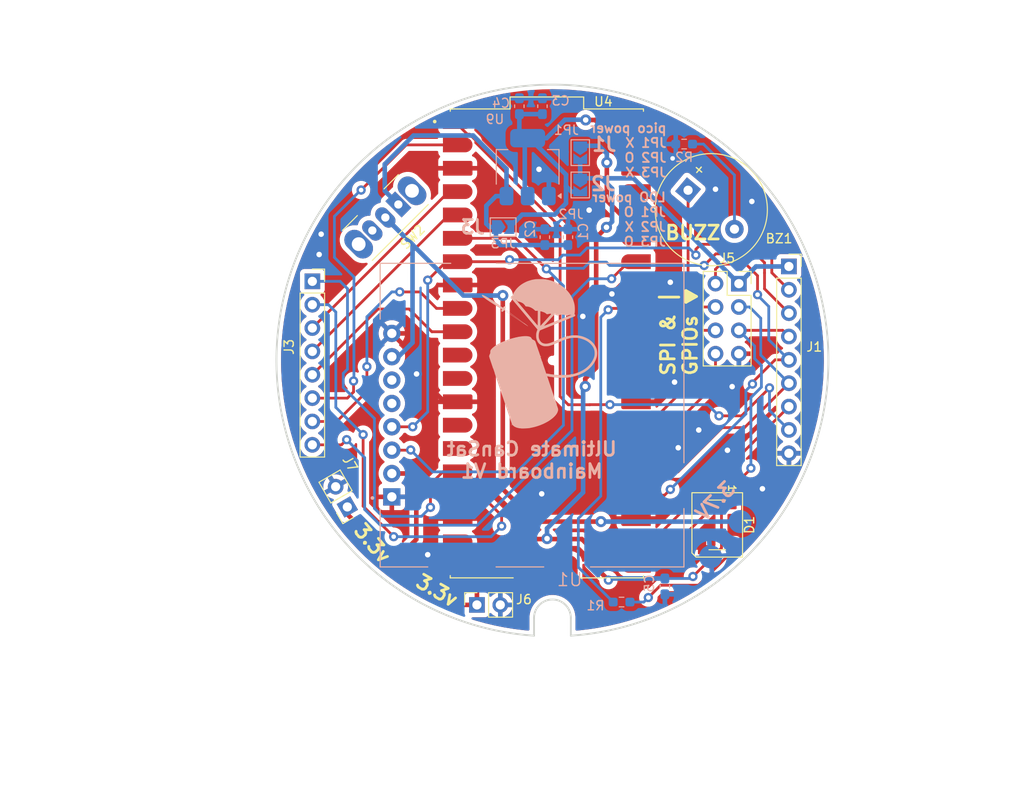
<source format=kicad_pcb>
(kicad_pcb (version 20241229) (generator "pcbnew") (generator_version "9.0")
  (layers (0 "F.Cu" signal) (2 "B.Cu" signal) (13 "F.Paste" user) (15 "B.Paste" user) (5 "F.SilkS" user "F.Silkscreen") (7 "B.SilkS" user "B.Silkscreen") (1 "F.Mask" user) (3 "B.Mask" user) (25 "Edge.Cuts" user))
  (net 0 "")
  (net 1 "GND")
  (net 2 "+3.7V")
  (net 4 "buzzer")
  (net 5 "SDA")
  (net 6 "SCL")
  (net 7 "CLK")
  (net 8 "MOSI")
  (net 9 "CS2")
  (net 10 "MISO")
  (net 11 "CS1")
  (net 12 "CS3")
  (net 13 "DO")
  (net 15 "Rx")
  (net 16 "DIO0")
  (net 17 "Tx")
  (net 18 "CLK1")
  (net 19 "RESET")
  (net 20 "Net-(BZ1--)")
  (net 22 "VSYS")
  (net 24 "Net-(D1-DIN)")
  (net 27 "3V3_OUT")
  (net 30 "GP20")
  (net 32 "GP22")
  (net 33 "GP21")
  (net 34 "Net-(JP3-A)")
  (net 36 "Net-(JP1-A)")
  (net 37 "neopixel")
  (net 40 "Thermistor")
  (footprint "Connector_PinSocket_2.54mm:PinSocket_1x02_P2.54mm_Vertical" (layer "F.Cu") (at 153.96 101.16 90)
    (property "Reference" "J6")
    (property "Value" "Conn_01x02")
  )
  (footprint "LED_SMD:LED_WS2812B_PLCC4_5.0x5.0mm_P3.2mm" (layer "F.Cu") (at 180.08 92.46 -90)
    (property "Reference" "D1")
    (property "Value" "WS2812B")
  )
  (footprint "Button_Switch_THT:SW_Slide_SPDT_Angled_CK_OS102011MA1Q" (layer "F.Cu") (at 145.418427 57.609998 -135)
    (property "Reference" "SW2")
    (property "Value" "SW_SPDT" (hide yes))
  )
  (footprint "CanSat:Buzzer_pasiv" (layer "F.Cu") (at 176.51874 55.732638 -40)
    (property "Reference" "BZ1")
    (property "Value" "Buzzer")
  )
  (footprint "Connector_PinSocket_2.54mm:PinSocket_1x09_P2.54mm_Vertical" (layer "F.Cu") (at 187.87 64.35)
    (property "Reference" "J1")
    (property "Value" "Conn_01x09_Socket")
  )
  (footprint "Connector_PinSocket_2.54mm:PinSocket_2x04_P2.54mm_Vertical" (layer "F.Cu") (at 182.43 66.22)
    (property "Reference" "J5")
    (property "Value" "Conn_02x04_Odd_Even")
  )
  (footprint "CanSat:MODULE_SC0915" (layer "F.Cu") (at 161.560004 72.719995)
    (property "Reference" "U4")
    (property "Value" "SC0915")
  )
  (footprint "Connector_PinSocket_2.54mm:PinSocket_1x02_P2.54mm_Vertical" (layer "F.Cu") (at 139.873349 90.505034 -150)
    (property "Reference" "J7")
    (property "Value" "Conn_01x02")
  )
  (footprint "Connector_PinSocket_2.54mm:PinSocket_1x08_P2.54mm_Vertical" (layer "F.Cu") (at 136.07 65.97)
    (property "Reference" "J3")
    (property "Value" "Conn_01x08_Socket")
  )
  (footprint "Capacitor_SMD:C_0603_1608Metric_Pad1.08x0.95mm_HandSolder" (layer "B.Cu") (at 174.39 99.15 -90)
    (property "Reference" "C5")
    (property "Value" "100uF")
  )
  (footprint "Resistor_SMD:R_0603_1608Metric_Pad0.98x0.95mm_HandSolder" (layer "B.Cu") (at 169.68 100.85)
    (property "Reference" "R1")
    (property "Value" "330")
  )
  (footprint "Capacitor_SMD:C_0603_1608Metric_Pad1.08x0.95mm_HandSolder" (layer "B.Cu") (at 163.850007 61.162502 90)
    (property "Reference" "C1")
    (property "Value" "10uF")
  )
  (footprint "Capacitor_SMD:C_0603_1608Metric_Pad1.08x0.95mm_HandSolder" (layer "B.Cu") (at 161.08 46.919998 90)
    (property "Reference" "C3")
    (property "Value" "10uF")
  )
  (footprint "Capacitor_SMD:C_0603_1608Metric_Pad1.08x0.95mm_HandSolder" (layer "B.Cu") (at 161.340008 61.162502 90)
    (property "Reference" "C2")
    (property "Value" "0.1uF")
  )
  (footprint "Jumper:SolderJumper-2_P1.3mm_Open_TrianglePad1.0x1.5mm" (layer "B.Cu") (at 165.190006 55.490007 -90)
    (property "Reference" "JP2")
    (property "Value" "Jumper_2_Open")
  )
  (footprint "Jumper:SolderJumper-2_P1.3mm_Open_TrianglePad1.0x1.5mm" (layer "B.Cu") (at 165.19 51.97 -90)
    (property "Reference" "JP1")
    (property "Value" "Jumper_2_Open")
  )
  (footprint "Package_TO_SOT_SMD:SOT-223-3_TabPin2" (layer "B.Cu") (at 159.472497 53.55 90)
    (property "Reference" "U9")
    (property "Value" "AMS1117-3.3")
  )
  (footprint "Jumper:SolderJumper-2_P1.3mm_Open_TrianglePad1.0x1.5mm" (layer "B.Cu") (at 156.804997 60.0625)
    (property "Reference" "JP3")
    (property "Value" "Jumper_2_Open")
  )
  (footprint "Capacitor_SMD:C_0603_1608Metric_Pad1.08x0.95mm_HandSolder" (layer "B.Cu") (at 158.57 46.92 90)
    (property "Reference" "C4")
    (property "Value" "0.1uF")
  )
  (footprint "Resistor_SMD:R_0603_1608Metric_Pad0.98x0.95mm_HandSolder" (layer "B.Cu") (at 176.48 51.04)
    (property "Reference" "R2")
    (property "Value" "100")
  )
  (footprint "CanSat:Pad" (layer "B.Cu") (at 180.96697 94.01489 -130)
    (property "Reference" "J2" (hide yes))
    (property "Value" "Conn_01x02" (hide yes))
  )
  (footprint "CanSat:MODULE_PRT-13777" (layer "B.Cu") (at 159.950001 80.519991)
    (property "Reference" "U1")
    (property "Value" "PRT-13777")
  )
  (gr_poly (pts (xy 155.949651 78.655047) (xy 155.950246 78.655106) (xy 155.950854 78.655217) (xy 155.951472 78.655382) (xy 155.952101 78.655601) (xy 155.952739 78.655874) (xy 155.953385 78.656203) (xy 155.95404 78.656589) (xy 155.954654 78.656995) (xy 155.955246 78.657428) (xy 155.955814 78.657888) (xy 155.956359 78.658372) (xy 155.95688 78.658879) (xy 155.957377 78.659408) (xy 155.957848 78.659957) (xy 155.958294 78.660525) (xy 155.958713 78.661111) (xy 155.959106 78.661713) (xy 155.959471 78.66233) (xy 155.959809 78.662961) (xy 155.960118 78.663603) (xy 155.960398 78.664256) (xy 155.960649 78.664919) (xy 155.96087 78.66559) (xy 155.96106 78.666267) (xy 155.96122 78.666949) (xy 155.961347 78.667635) (xy 155.961443 78.668324) (xy 155.961505 78.669014) (xy 155.961535 78.669703) (xy 155.961531 78.670391) (xy 155.961492 78.671075) (xy 155.961419 78.671755) (xy 155.96131 78.672429) (xy 155.961165 78.673096) (xy 155.960984 78.673754) (xy 155.960766 78.674402) (xy 155.96051 78.675039) (xy 155.960216 78.675663) (xy 155.959884 78.676273) (xy 155.958877 78.677854) (xy 155.95789 78.679314) (xy 155.956924 78.680653) (xy 155.955979 78.681871) (xy 155.955056 78.682968) (xy 155.954156 78.683945) (xy 155.95328 78.684801) (xy 155.952429 78.685538) (xy 155.951603 78.686155) (xy 155.950803 78.686653) (xy 155.95003 78.687031) (xy 155.949285 78.687291) (xy 155.948569 78.687432) (xy 155.947881 78.687455) (xy 155.947224 78.68736) (xy 155.946598 78.687148) (xy 155.946004 78.686817) (xy 155.945442 78.68637) (xy 155.944914 78.685805) (xy 155.94442 78.685124) (xy 155.94396 78.684326) (xy 155.943537 78.683412) (xy 155.94315 78.682382) (xy 155.9428 78.681237) (xy 155.942489 78.679976) (xy 155.942216 78.6786) (xy 155.941984 78.677109) (xy 155.941791 78.675504) (xy 155.94164 78.673784) (xy 155.941532 78.67195) (xy 155.941466 78.670003) (xy 155.941444 78.667941) (xy 155.941177 78.668361) (xy 155.941194 78.667361) (xy 155.941244 78.666394) (xy 155.941327 78.66546) (xy 155.941441 78.664561) (xy 155.941587 78.663698) (xy 155.941762 78.66287) (xy 155.941967 78.66208) (xy 155.942199 78.661327) (xy 155.94246 78.660612) (xy 155.942746 78.659937) (xy 155.943059 78.659302) (xy 155.943396 78.658707) (xy 155.943757 78.658154) (xy 155.944141 78.657644) (xy 155.944548 78.657176) (xy 155.944976 78.656753) (xy 155.945425 78.656374) (xy 155.945893 78.656041) (xy 155.94638 78.655754) (xy 155.946885 78.655514) (xy 155.947408 78.655322) (xy 155.947946 78.655178) (xy 155.9485 78.655084) (xy 155.949069 78.65504)) (stroke (width -0.000001)) (fill yes) (layer "B.SilkS"))
  (gr_poly (pts (xy 160.935512 65.725624) (xy 161.054218 65.727021) (xy 161.153015 65.729675) (xy 161.236094 65.733872) (xy 161.307644 65.739894) (xy 161.371854 65.748026) (xy 161.432916 65.758551) (xy 161.495017 65.771755) (xy 161.507892 65.774691) (xy 161.522643 65.777808) (xy 161.555703 65.784243) (xy 161.59006 65.790379) (xy 161.621574 65.795535) (xy 161.720336 65.811425) (xy 161.755757 65.817661) (xy 161.783608 65.823124) (xy 161.80519 65.828091) (xy 161.821807 65.832834) (xy 161.83476 65.83763) (xy 161.845351 65.842754) (xy 161.848363 65.844298) (xy 161.851678 65.845797) (xy 161.855264 65.847245) (xy 161.859086 65.848633) (xy 161.86311 65.849954) (xy 161.867302 65.8512) (xy 161.871628 65.852364) (xy 161.876055 65.853438) (xy 161.880548 65.854414) (xy 161.885074 65.855284) (xy 161.889598 65.856042) (xy 161.894087 65.856679) (xy 161.898507 65.857187) (xy 161.902823 65.85756) (xy 161.907002 65.85779) (xy 161.91101 65.857868) (xy 161.914926 65.857935) (xy 161.918812 65.858132) (xy 161.922643 65.858452) (xy 161.926397 65.858887) (xy 161.930051 65.859431) (xy 161.933579 65.860077) (xy 161.93696 65.860816) (xy 161.940171 65.861643) (xy 161.943186 65.86255) (xy 161.945984 65.86353) (xy 161.94854 65.864575) (xy 161.950832 65.865679) (xy 161.952836 65.866835) (xy 161.954529 65.868035) (xy 161.955886 65.869272) (xy 161.956886 65.87054) (xy 161.957321 65.871164) (xy 161.95784 65.871783) (xy 161.95844 65.872398) (xy 161.95912 65.873008) (xy 161.959875 65.87361) (xy 161.960703 65.874204) (xy 161.962568 65.875365) (xy 161.964691 65.876483) (xy 161.967051 65.877548) (xy 161.969626 65.878554) (xy 161.972392 65.879491) (xy 161.975329 65.880352) (xy 161.978413 65.881129) (xy 161.981622 65.881812) (xy 161.984935 65.882395) (xy 161.988328 65.882869) (xy 161.99178 65.883226) (xy 161.995269 65.883458) (xy 161.998771 65.883556) (xy 162.002358 65.883701) (xy 162.006097 65.884029) (xy 162.009957 65.884532) (xy 162.013909 65.885199) (xy 162.017923 65.88602) (xy 162.021966 65.886988) (xy 162.026011 65.888092) (xy 162.030025 65.889322) (xy 162.033978 65.890669) (xy 162.037841 65.892124) (xy 162.041583 65.893677) (xy 162.045173 65.895319) (xy 162.048581 65.89704) (xy 162.051777 65.898831) (xy 162.05473 65.900682) (xy 162.05741 65.902584) (xy 162.060062 65.904471) (xy 162.062929 65.906307) (xy 162.065983 65.908082) (xy 162.069199 65.909787) (xy 162.072549 65.911411) (xy 162.076005 65.912945) (xy 162.079541 65.914379) (xy 162.083129 65.915703) (xy 162.086743 65.916908) (xy 162.090355 65.917984) (xy 162.093938 65.918921) (xy 162.097466 65.91971) (xy 162.10091 65.92034) (xy 162.104244 65.920802) (xy 162.107441 65.921087) (xy 162.110473 65.921184) (xy 162.113419 65.921251) (xy 162.116361 65.921448) (xy 162.119282 65.921768) (xy 162.122162 65.922204) (xy 162.124984 65.922748) (xy 162.127727 65.923394) (xy 162.130373 65.924133) (xy 162.132904 65.924961) (xy 162.135301 65.925868) (xy 162.137546 65.926848) (xy 162.139619 65.927894) (xy 162.141502 65.928999) (xy 162.143176 65.930155) (xy 162.144622 65.931357) (xy 162.145823 65.932595) (xy 162.146758 65.933864) (xy 162.147182 65.934487) (xy 162.147669 65.935105) (xy 162.148216 65.935718) (xy 162.148822 65.936323) (xy 162.149483 65.936921) (xy 162.150198 65.93751) (xy 162.151781 65.938657) (xy 162.153552 65.939758) (xy 162.155494 65.940804) (xy 162.157589 65.941788) (xy 162.159819 65.942701) (xy 162.162166 65.943536) (xy 162.164612 65.944285) (xy 162.16714 65.94494) (xy 162.169732 65.945494) (xy 162.17237 65.945938) (xy 162.175036 65.946265) (xy 162.177712 65.946467) (xy 162.180381 65.946536) (xy 162.183213 65.946644) (xy 162.186372 65.94696) (xy 162.189824 65.947474) (xy 162.193535 65.948175) (xy 162.197472 65.949053) (xy 162.201602 65.950096) (xy 162.205891 65.951294) (xy 162.210305 65.952637) (xy 162.214812 65.954114) (xy 162.219377 65.955714) (xy 162.223967 65.957426) (xy 162.228549 65.95924) (xy 162.233089 65.961146) (xy 162.237554 65.963132) (xy 162.24191 65.965188) (xy 162.246124 65.967304) (xy 162.288866 65.989321) (xy 162.303932 65.996763) (xy 162.315651 66.002209) (xy 162.324664 66.005946) (xy 162.331612 66.008261) (xy 162.334512 66.008974) (xy 162.337137 66.00944) (xy 162.339566 66.009693) (xy 162.34188 66.009769) (xy 162.351316 66.011751) (xy 162.367603 66.017448) (xy 162.41767 66.038487) (xy 162.485972 66.069886) (xy 162.566398 66.108646) (xy 162.652836 66.151767) (xy 162.739175 66.196251) (xy 162.819305 66.239098) (xy 162.887115 66.277309) (xy 162.97587 66.329456) (xy 163.006975 66.348239) (xy 163.03416 66.365339) (xy 163.061122 66.383137) (xy 163.091557 66.404016) (xy 163.177634 66.464549) (xy 163.231272 66.503214) (xy 163.284909 66.543495) (xy 163.338422 66.585274) (xy 163.39169 66.628436) (xy 163.444588 66.672865) (xy 163.496995 66.718444) (xy 163.548787 66.765058) (xy 163.599841 66.812589) (xy 163.650036 66.860922) (xy 163.699248 66.90994) (xy 163.747354 66.959528) (xy 163.794231 67.009568) (xy 163.839758 67.059945) (xy 163.88381 67.110542) (xy 163.926266 67.161243) (xy 163.967002 67.211933) (xy 163.995407 67.248998) (xy 164.024527 67.288818) (xy 164.084098 67.375323) (xy 164.144076 67.468648) (xy 164.202824 67.565992) (xy 164.258702 67.664555) (xy 164.310073 67.761539) (xy 164.355297 67.854141) (xy 164.375093 67.897925) (xy 164.392738 67.939563) (xy 164.405601 67.970441) (xy 164.421851 68.009136) (xy 164.425919 68.01894) (xy 164.430273 68.029833) (xy 164.439297 68.053434) (xy 164.447836 68.077032) (xy 164.451584 68.087922) (xy 164.454803 68.097721) (xy 164.462295 68.121416) (xy 164.472553 68.153177) (xy 164.495681 68.224254) (xy 164.504837 68.252748) (xy 164.512571 68.277978) (xy 164.519501 68.302477) (xy 164.526246 68.328778) (xy 164.533426 68.359413) (xy 164.541658 68.396916) (xy 164.563758 68.502658) (xy 164.572347 68.549628) (xy 164.579957 68.602091) (xy 164.592195 68.720104) (xy 164.600375 68.849915) (xy 164.6044 68.984742) (xy 164.604174 69.117802) (xy 164.599599 69.242314) (xy 164.595651 69.299245) (xy 164.590579 69.351495) (xy 164.584372 69.398217) (xy 164.577018 69.438564) (xy 164.559425 69.52032) (xy 164.596214 69.562198) (xy 164.60441 69.571879) (xy 164.611798 69.581351) (xy 164.618385 69.590635) (xy 164.624175 69.599753) (xy 164.629175 69.608727) (xy 164.63339 69.617579) (xy 164.636825 69.62633) (xy 164.639486 69.635003) (xy 164.641378 69.64362) (xy 164.642508 69.652201) (xy 164.642881 69.66077) (xy 164.642502 69.669347) (xy 164.641377 69.677955) (xy 164.639512 69.686615) (xy 164.636912 69.69535) (xy 164.633582 69.704181) (xy 164.629301 69.71397) (xy 164.624808 69.723004) (xy 164.622439 69.72727) (xy 164.619965 69.731385) (xy 164.617368 69.73536) (xy 164.61463 69.73921) (xy 164.611734 69.742945) (xy 164.608664 69.746578) (xy 164.6054 69.750121) (xy 164.601925 69.753588) (xy 164.598223 69.75699) (xy 164.594275 69.760339) (xy 164.590064 69.763649) (xy 164.585572 69.766931) (xy 164.580783 69.770198) (xy 164.575677 69.773462) (xy 164.570239 69.776735) (xy 164.56445 69.78003) (xy 164.551749 69.786736) (xy 164.537435 69.793677) (xy 164.521367 69.800953) (xy 164.503406 69.808662) (xy 164.483411 69.816905) (xy 164.461242 69.825778) (xy 164.374233 69.860553) (xy 164.341987 69.873674) (xy 164.323272 69.881504) (xy 164.266366 69.904635) (xy 164.218681 69.923714) (xy 164.165092 69.944904) (xy 164.016144 70.003779) (xy 163.980145 70.018616) (xy 163.949966 70.031726) (xy 163.929712 70.040162) (xy 163.897907 70.052993) (xy 163.858914 70.068434) (xy 163.8171 70.084697) (xy 163.773576 70.101772) (xy 163.72986 70.119461) (xy 163.691045 70.135682) (xy 163.662223 70.148349) (xy 163.65128 70.153313) (xy 163.640769 70.157941) (xy 163.63094 70.162133) (xy 163.622045 70.165788) (xy 163.614335 70.168806) (xy 163.608062 70.171086) (xy 163.603476 70.172527) (xy 163.601895 70.172902) (xy 163.600829 70.17303) (xy 163.599845 70.173126) (xy 163.59848 70.173407) (xy 163.596758 70.173861) (xy 163.594705 70.17448) (xy 163.589701 70.176165) (xy 163.583668 70.178378) (xy 163.576803 70.181033) (xy 163.569303 70.184048) (xy 163.561366 70.187336) (xy 163.553191 70.190814) (xy 163.527227 70.201848) (xy 163.486002 70.218771) (xy 163.435186 70.239275) (xy 163.380447 70.261051) (xy 163.27917 70.301274) (xy 163.222274 70.324291) (xy 163.166287 70.347495) (xy 163.067252 70.388278) (xy 163.032636 70.402759) (xy 163.00431 70.415252) (xy 162.981758 70.426067) (xy 162.972486 70.430943) (xy 162.964464 70.435517) (xy 162.957628 70.439826) (xy 162.951913 70.443911) (xy 162.947254 70.447809) (xy 162.943586 70.45156) (xy 162.940847 70.455203) (xy 162.938969 70.458776) (xy 162.93789 70.462319) (xy 162.937545 70.465869) (xy 162.937502 70.469597) (xy 162.937354 70.472869) (xy 162.937234 70.474337) (xy 162.937077 70.475695) (xy 162.936882 70.476942) (xy 162.936645 70.478081) (xy 162.936362 70.479112) (xy 162.936031 70.480036) (xy 162.935648 70.480855) (xy 162.93521 70.481569) (xy 162.934713 70.482179) (xy 162.934155 70.482687) (xy 162.933533 70.483094) (xy 162.932843 70.4834) (xy 162.932081 70.483606) (xy 162.931245 70.483714) (xy 162.930331 70.483725) (xy 162.929337 70.483639) (xy 162.928259 70.483458) (xy 162.927093 70.483183) (xy 162.925837 70.482814) (xy 162.924487 70.482353) (xy 162.92304 70.481801) (xy 162.921493 70.481159) (xy 162.918086 70.479607) (xy 162.914239 70.477707) (xy 162.909927 70.475467) (xy 162.904942 70.472916) (xy 162.902552 70.471811) (xy 162.900205 70.470827) (xy 162.897879 70.46997) (xy 162.895555 70.469246) (xy 162.893213 70.468661) (xy 162.890833 70.46822) (xy 162.888394 70.46793) (xy 162.885877 70.467795) (xy 162.883261 70.467822) (xy 162.880526 70.468017) (xy 162.877653 70.468385) (xy 162.874621 70.468932) (xy 162.87141 70.469664) (xy 162.868 70.470587) (xy 162.864371 70.471707) (xy 162.860503 70.473028) (xy 162.856376 70.474558) (xy 162.85197 70.476301) (xy 162.847264 70.478265) (xy 162.842239 70.480453) (xy 162.83115 70.48553) (xy 162.818543 70.491577) (xy 162.804256 70.498642) (xy 162.78813 70.506771) (xy 162.770004 70.51601) (xy 162.765334 70.518172) (xy 162.760484 70.520237) (xy 162.755596 70.522146) (xy 162.750811 70.523839) (xy 162.746272 70.525259) (xy 162.744139 70.525848) (xy 162.74212 70.526346) (xy 162.740235 70.526746) (xy 162.738499 70.527041) (xy 162.736931 70.527224) (xy 162.735549 70.527286) (xy 162.733964 70.527441) (xy 162.731735 70.527896) (xy 162.728905 70.528635) (xy 162.725516 70.529644) (xy 162.717223 70.53241) (xy 162.70719 70.53607) (xy 162.695749 70.540504) (xy 162.683232 70.54559) (xy 162.669973 70.551207) (xy 162.656303 70.557231) (xy 162.625889 70.570601) (xy 162.592417 70.584918) (xy 162.559957 70.598469) (xy 162.532577 70.609538) (xy 162.505214 70.620566) (xy 162.472759 70.634121) (xy 162.439282 70.648462) (xy 162.408851 70.661846) (xy 162.395188 70.667848) (xy 162.381945 70.673454) (xy 162.369449 70.678539) (xy 162.358027 70.682978) (xy 162.348004 70.686647) (xy 162.339709 70.689422) (xy 162.333467 70.691178) (xy 162.331218 70.691635) (xy 162.329604 70.691791) (xy 162.32825 70.691849) (xy 162.326703 70.692018) (xy 162.324982 70.692294) (xy 162.323105 70.692671) (xy 162.321091 70.693144) (xy 162.318958 70.693707) (xy 162.316724 70.694356) (xy 162.314409 70.695084) (xy 162.31203 70.695887) (xy 162.309606 70.696759) (xy 162.307155 70.697694) (xy 162.304696 70.698689) (xy 162.302248 70.699736) (xy 162.299829 70.700831) (xy 162.297456 70.701969) (xy 162.29515 70.703144) (xy 162.28957 70.705759) (xy 162.282117 70.709123) (xy 162.262889 70.717486) (xy 162.240062 70.727021) (xy 162.22811 70.731848) (xy 162.216232 70.736514) (xy 162.188868 70.747409) (xy 162.156411 70.760827) (xy 162.122934 70.775061) (xy 162.092506 70.788402) (xy 162.078843 70.794407) (xy 162.0656 70.800014) (xy 162.053104 70.805099) (xy 162.041681 70.809537) (xy 162.031657 70.813206) (xy 162.023361 70.815979) (xy 162.017116 70.817735) (xy 162.014866 70.818192) (xy 162.013252 70.818347) (xy 162.011899 70.818405) (xy 162.010353 70.818575) (xy 162.008633 70.818853) (xy 162.006757 70.819233) (xy 162.004743 70.81971) (xy 162.00261 70.820281) (xy 162.000377 70.820939) (xy 161.998061 70.82168) (xy 161.995682 70.8225) (xy 161.993258 70.823393) (xy 161.990807 70.824355) (xy 161.988348 70.82538) (xy 161.985899 70.826464) (xy 161.983478 70.827602) (xy 161.981105 70.828789) (xy 161.978797 70.83002) (xy 161.971672 70.833518) (xy 161.959784 70.83884) (xy 161.924255 70.853926) (xy 161.877287 70.873222) (xy 161.823959 70.894672) (xy 161.767097 70.917617) (xy 161.710502 70.940961) (xy 161.660722 70.961974) (xy 161.624305 70.977924) (xy 161.610642 70.983986) (xy 161.597399 70.989643) (xy 161.584903 70.994771) (xy 161.573481 70.999245) (xy 161.563459 71.002942) (xy 161.555163 71.005736) (xy 161.548921 71.007504) (xy 161.546672 71.007964) (xy 161.545058 71.008121) (xy 161.543706 71.008179) (xy 161.54216 71.008348) (xy 161.540439 71.008624) (xy 161.538562 71.009001) (xy 161.536548 71.009474) (xy 161.534415 71.010037) (xy 161.532181 71.010686) (xy 161.529866 71.011414) (xy 161.527486 71.012217) (xy 161.525062 71.013089) (xy 161.522611 71.014024) (xy 161.520152 71.015019) (xy 161.517703 71.016066) (xy 161.515283 71.017161) (xy 161.512911 71.018299) (xy 161.510604 71.019473) (xy 161.505026 71.022091) (xy 161.497574 71.025456) (xy 161.478343 71.033819) (xy 161.455514 71.043352) (xy 161.443562 71.048179) (xy 161.431686 71.052844) (xy 161.392369 71.068191) (xy 161.351829 71.084347) (xy 161.307718 71.102273) (xy 161.25769 71.122928) (xy 161.244371 71.128486) (xy 161.229195 71.134688) (xy 161.200706 71.146213) (xy 160.960617 71.242872) (xy 160.86013 71.283855) (xy 160.855273 71.286015) (xy 160.850416 71.288439) (xy 160.845588 71.291102) (xy 160.840818 71.293978) (xy 160.836136 71.297042) (xy 160.831572 71.30027) (xy 160.827156 71.303636) (xy 160.822915 71.307115) (xy 160.818881 71.310682) (xy 160.815083 71.314311) (xy 160.81155 71.317978) (xy 160.808311 71.321657) (xy 160.805397 71.325323) (xy 160.802837 71.328952) (xy 160.80066 71.332517) (xy 160.798896 71.335994) (xy 160.791644 71.351588) (xy 160.783081 71.369728) (xy 160.774251 71.388164) (xy 160.766196 71.404651) (xy 160.762607 71.412211) (xy 160.759266 71.419982) (xy 160.756244 71.427741) (xy 160.753614 71.435268) (xy 160.751444 71.442341) (xy 160.750555 71.445639) (xy 160.749807 71.44874) (xy 160.74921 71.451617) (xy 160.748773 71.454243) (xy 160.748504 71.45659) (xy 160.748412 71.458629) (xy 160.748355 71.460595) (xy 160.748185 71.462729) (xy 160.74791 71.46501) (xy 160.747534 71.467419) (xy 160.747062 71.469933) (xy 160.746501 71.472534) (xy 160.745855 71.4752) (xy 160.74513 71.47791) (xy 160.744332 71.480646) (xy 160.743465 71.483385) (xy 160.742536 71.486108) (xy 160.74155 71.488794) (xy 160.740512 71.491423) (xy 160.739429 71.493974) (xy 160.738304 71.496426) (xy 160.737144 71.49876) (xy 160.72653 71.523287) (xy 160.716863 71.553227) (xy 160.708181 71.587875) (xy 160.700523 71.62653) (xy 160.693926 71.668488) (xy 160.688428 71.713048) (xy 160.684068 71.759505) (xy 160.680883 71.807159) (xy 160.678911 71.855306) (xy 160.67819 71.903243) (xy 160.678759 71.950268) (xy 160.680654 71.995679) (xy 160.683915 72.038772) (xy 160.68858 72.078845) (xy 160.694685 72.115196) (xy 160.70227 72.147121) (xy 160.707161 72.164087) (xy 160.712179 72.180784) (xy 160.717182 72.196784) (xy 160.722026 72.21166) (xy 160.72657 72.224983) (xy 160.730671 72.236325) (xy 160.734187 72.245258) (xy 160.736976 72.251354) (xy 160.738204 72.25366) (xy 160.739385 72.256034) (xy 160.740514 72.258459) (xy 160.741587 72.260916) (xy 160.742599 72.263387) (xy 160.743547 72.265854) (xy 160.744425 72.268299) (xy 160.745229 72.270703) (xy 160.745955 72.273048) (xy 160.746599 72.275317) (xy 160.747156 72.277491) (xy 160.747621 72.279552) (xy 160.747991 72.281482) (xy 160.74826 72.283263) (xy 160.748425 72.284876) (xy 160.748481 72.286304) (xy 160.74898 72.289206) (xy 160.75044 72.293617) (xy 160.752806 72.299432) (xy 160.756023 72.306551) (xy 160.764785 72.32429) (xy 160.776284 72.346014) (xy 160.790078 72.370905) (xy 160.805722 72.398145) (xy 160.822773 72.426913) (xy 160.840789 72.456394) (xy 160.845612 72.463369) (xy 160.852395 72.472043) (xy 160.860878 72.482155) (xy 160.870802 72.493442) (xy 160.893936 72.518491) (xy 160.919722 72.545096) (xy 160.946086 72.571158) (xy 160.970952 72.59458) (xy 160.982176 72.604646) (xy 160.992247 72.613266) (xy 161.000907 72.620177) (xy 161.007896 72.625118) (xy 161.059441 72.655325) (xy 161.112808 72.681323) (xy 161.168077 72.703108) (xy 161.225328 72.72068) (xy 161.284641 72.734036) (xy 161.346096 72.743175) (xy 161.409775 72.748095) (xy 161.475757 72.748795) (xy 161.544122 72.745273) (xy 161.614952 72.737527) (xy 161.688326 72.725556) (xy 161.764324 72.709357) (xy 161.843027 72.68893) (xy 161.924515 72.664273) (xy 162.008868 72.635383) (xy 162.096168 72.60226) (xy 162.190435 72.56462) (xy 162.270933 72.531955) (xy 162.335231 72.505276) (xy 162.380897 72.485591) (xy 162.463277 72.449057) (xy 162.599181 72.38924) (xy 162.723603 72.334302) (xy 162.830131 72.286334) (xy 162.905699 72.252429) (xy 162.962997 72.227359) (xy 163.045249 72.192233) (xy 163.081859 72.176693) (xy 163.117896 72.161826) (xy 163.157155 72.146081) (xy 163.203429 72.12791) (xy 163.228515 72.118038) (xy 163.254771 72.107527) (xy 163.298332 72.089702) (xy 163.340062 72.073696) (xy 163.400061 72.052678) (xy 163.547127 72.004415) (xy 163.620324 71.981576) (xy 163.684049 71.962535) (xy 163.731369 71.949496) (xy 163.746709 71.945915) (xy 163.755347 71.94466) (xy 163.757244 71.944623) (xy 163.759024 71.944511) (xy 163.760689 71.94432) (xy 163.762238 71.944046) (xy 163.763673 71.943685) (xy 163.764994 71.943233) (xy 163.7662 71.942687) (xy 163.767293 71.942044) (xy 163.768272 71.941298) (xy 163.769139 71.940447) (xy 163.769893 71.939487) (xy 163.770534 71.938413) (xy 163.771064 71.937223) (xy 163.771482 71.935913) (xy 163.771789 71.934478) (xy 163.771985 71.932915) (xy 163.772071 71.931221) (xy 163.772047 71.92939) (xy 163.771913 71.927421) (xy 163.771669 71.925309) (xy 163.771317 71.923049) (xy 163.770855 71.92064) (xy 163.770286 71.918076) (xy 163.769608 71.915354) (xy 163.768823 71.91247) (xy 163.767931 71.909421) (xy 163.766932 71.906202) (xy 163.765826 71.902811) (xy 163.763296 71.895493) (xy 163.760345 71.887439) (xy 163.758977 71.883646) (xy 163.757854 71.88012) (xy 163.756967 71.876859) (xy 163.756307 71.873863) (xy 163.755866 71.87113) (xy 163.755633 71.868659) (xy 163.7556 71.866448) (xy 163.755758 71.864497) (xy 163.756098 71.862805) (xy 163.756611 71.86137) (xy 163.757288 71.86019) (xy 163.75812 71.859266) (xy 163.759097 71.858595) (xy 163.760212 71.858176) (xy 163.761454 71.858009) (xy 163.762815 71.858092) (xy 163.764285 71.858423) (xy 163.765857 71.859002) (xy 163.76752 71.859828) (xy 163.769266 71.860898) (xy 163.771085 71.862213) (xy 163.772969 71.86377) (xy 163.774909 71.86557) (xy 163.776895 71.867609) (xy 163.778919 71.869888) (xy 163.780971 71.872405) (xy 163.783043 71.875158) (xy 163.785126 71.878147) (xy 163.78721 71.881371) (xy 163.789286 71.884828) (xy 163.791346 71.888517) (xy 163.79338 71.892436) (xy 163.797036 71.899671) (xy 163.800341 71.905973) (xy 163.803434 71.911377) (xy 163.804945 71.913752) (xy 163.806456 71.915915) (xy 163.807983 71.91787) (xy 163.809545 71.919622) (xy 163.811158 71.921174) (xy 163.812841 71.922531) (xy 163.814611 71.923697) (xy 163.816485 71.924676) (xy 163.818481 71.925472) (xy 163.820616 71.92609) (xy 163.822908 71.926533) (xy 163.825373 71.926807) (xy 163.82803 71.926914) (xy 163.830896 71.92686) (xy 163.833989 71.926649) (xy 163.837326 71.926284) (xy 163.840923 71.925771) (xy 163.8448 71.925112) (xy 163.85346 71.923377) (xy 163.863444 71.921114) (xy 163.887946 71.915134) (xy 163.919188 71.907956) (xy 163.958473 71.899836) (xy 164.004479 71.891008) (xy 164.055883 71.881703) (xy 164.169591 71.862598) (xy 164.289016 71.844386) (xy 164.344666 71.838744) (xy 164.41854 71.834713) (xy 164.504545 71.832295) (xy 164.596587 71.831489) (xy 164.688572 71.832295) (xy 164.774406 71.834713) (xy 164.847994 71.838744) (xy 164.903243 71.844386) (xy 165.001394 71.859862) (xy 165.097785 71.877325) (xy 165.191294 71.8965) (xy 165.2808 71.917113) (xy 165.365181 71.93889) (xy 165.443315 71.961557) (xy 165.51408 71.98484) (xy 165.576354 72.008464) (xy 165.593081 72.015291) (xy 165.610602 72.022319) (xy 165.626828 72.028718) (xy 165.639671 72.033657) (xy 165.701457 72.058495) (xy 165.769287 72.088371) (xy 165.840689 72.122019) (xy 165.913194 72.158174) (xy 165.98433 72.195572) (xy 166.051628 72.232947) (xy 166.112616 72.269034) (xy 166.164825 72.30257) (xy 166.220689 72.341588) (xy 166.275106 72.381952) (xy 166.328018 72.423595) (xy 166.379365 72.466455) (xy 166.429089 72.510467) (xy 166.477131 72.555567) (xy 166.523431 72.60169) (xy 166.567932 72.648773) (xy 166.610575 72.69675) (xy 166.6513 72.745559) (xy 166.690049 72.795135) (xy 166.726764 72.845412) (xy 166.761384 72.896329) (xy 166.793852 72.947819) (xy 166.824109 72.999819) (xy 166.852096 73.052265) (xy 166.875475 73.099424) (xy 166.896992 73.145556) (xy 166.916693 73.190856) (xy 166.934625 73.235519) (xy 166.950834 73.279738) (xy 166.965366 73.323708) (xy 166.978268 73.367625) (xy 166.989586 73.411682) (xy 166.999367 73.456074) (xy 167.007657 73.500995) (xy 167.014502 73.546641) (xy 167.01995 73.593206) (xy 167.024045 73.640884) (xy 167.026835 73.68987) (xy 167.028367 73.740359) (xy 167.028686 73.792545) (xy 167.027814 73.84589) (xy 167.025749 73.897511) (xy 167.02242 73.9477) (xy 167.017754 73.996746) (xy 167.011682 74.044943) (xy 167.004132 74.092582) (xy 166.995031 74.139954) (xy 166.98431 74.187352) (xy 166.971897 74.235065) (xy 166.95772 74.283387) (xy 166.941709 74.332609) (xy 166.923791 74.383022) (xy 166.903896 74.434918) (xy 166.881952 74.488589) (xy 166.857889 74.544326) (xy 166.831634 74.60242) (xy 166.815206 74.634823) (xy 166.790814 74.678808) (xy 166.760598 74.730849) (xy 166.726704 74.787416) (xy 166.691273 74.844981) (xy 166.65645 74.900015) (xy 166.624377 74.948989) (xy 166.597198 74.988376) (xy 166.559962 75.038635) (xy 166.520226 75.089332) (xy 166.478166 75.140299) (xy 166.433956 75.191369) (xy 166.387773 75.242373) (xy 166.339792 75.293144) (xy 166.290188 75.343514) (xy 166.239138 75.393315) (xy 166.186816 75.442379) (xy 166.133398 75.490538) (xy 166.07906 75.537624) (xy 166.023976 75.583469) (xy 165.968324 75.627906) (xy 165.912277 75.670767) (xy 165.856012 75.711883) (xy 165.799705 75.751087) (xy 165.745944 75.787245) (xy 165.698577 75.818174) (xy 165.654485 75.84565) (xy 165.610546 75.871446) (xy 165.563641 75.897339) (xy 165.51065 75.925104) (xy 165.44845 75.956516) (xy 165.373924 75.99335) (xy 165.261359 76.048155) (xy 165.218482 76.068503) (xy 165.182068 76.085266) (xy 165.150259 76.099278) (xy 165.121198 76.111378) (xy 165.093029 76.122403) (xy 165.063895 76.13319) (xy 165.043696 76.140692) (xy 165.021453 76.149238) (xy 164.999868 76.157767) (xy 164.981643 76.165218) (xy 164.973123 76.16873) (xy 164.963423 76.172559) (xy 164.941836 76.18067) (xy 164.919588 76.188563) (xy 164.909064 76.192118) (xy 164.89939 76.195247) (xy 164.791831 76.229282) (xy 164.761244 76.238759) (xy 164.729017 76.248338) (xy 164.694918 76.258082) (xy 164.658711 76.268052) (xy 164.579039 76.288926) (xy 164.488128 76.311458) (xy 164.375072 76.338573) (xy 164.336963 76.347367) (xy 164.308256 76.353573) (xy 164.286795 76.357632) (xy 164.270422 76.359986) (xy 164.256978 76.361074) (xy 164.244308 76.361339) (xy 164.240054 76.361503) (xy 164.235738 76.361993) (xy 164.231366 76.362806) (xy 164.226942 76.36394) (xy 164.222472 76.365392) (xy 164.217961 76.367159) (xy 164.213414 76.369238) (xy 164.208837 76.371627) (xy 164.204234 76.374323) (xy 164.19961 76.377323) (xy 164.194971 76.380624) (xy 164.190322 76.384224) (xy 164.185669 76.388119) (xy 164.181015 76.392308) (xy 164.176367 76.396787) (xy 164.171729 76.401554) (xy 164.166604 76.406909) (xy 164.161885 76.411687) (xy 164.157558 76.415895) (xy 164.153608 76.419542) (xy 164.150019 76.422632) (xy 164.146776 76.425175) (xy 164.143864 76.427178) (xy 164.141267 76.428647) (xy 164.140082 76.429184) (xy 164.138971 76.429591) (xy 164.13793 76.429868) (xy 164.136959 76.430016) (xy 164.136055 76.430036) (xy 164.135217 76.429929) (xy 164.134443 76.429697) (xy 164.13373 76.429339) (xy 164.133077 76.428857) (xy 164.132482 76.428252) (xy 164.131943 76.427525) (xy 164.131457 76.426676) (xy 164.131024 76.425706) (xy 164.130642 76.424617) (xy 164.130019 76.422084) (xy 164.129669 76.420613) (xy 164.129239 76.41922) (xy 164.12872 76.417904) (xy 164.128106 76.416664) (xy 164.127388 76.415499) (xy 164.12656 76.414406) (xy 164.125614 76.413386) (xy 164.124542 76.412437) (xy 164.123337 76.411558) (xy 164.121991 76.410747) (xy 164.120497 76.410004) (xy 164.118846 76.409327) (xy 164.117032 76.408714) (xy 164.115047 76.408166) (xy 164.112883 76.40768) (xy 164.110533 76.407256) (xy 164.107989 76.406891) (xy 164.105244 76.406586) (xy 164.10229 76.406338) (xy 164.09912 76.406147) (xy 164.095725 76.406011) (xy 164.092099 76.405929) (xy 164.088234 76.4059) (xy 164.084123 76.405923) (xy 164.079757 76.405997) (xy 164.075129 76.40612) (xy 164.065058 76.406508) (xy 164.053849 76.40708) (xy 164.041442 76.407825) (xy 164.023507 76.409246) (xy 164.005026 76.410972) (xy 163.986531 76.412949) (xy 163.96855 76.415121) (xy 163.951613 76.417435) (xy 163.936249 76.419836) (xy 163.922988 76.422268) (xy 163.91236 76.424678) (xy 163.881649 76.430476) (xy 163.837504 76.435717) (xy 163.714991 76.444456) (xy 163.556972 76.450747) (xy 163.375599 76.454441) (xy 163.183023 76.455391) (xy 162.991394 76.453448) (xy 162.812864 76.448463) (xy 162.659583 76.440288) (xy 162.435722 76.423547) (xy 162.291291 76.411063) (xy 162.243956 76.405932) (xy 162.21059 76.401283) (xy 162.189231 76.396923) (xy 162.177917 76.392658) (xy 162.175568 76.391521) (xy 162.172254 76.390311) (xy 162.168035 76.38904) (xy 162.162972 76.38772) (xy 162.157127 76.386361) (xy 162.150561 76.384976) (xy 162.135507 76.382168) (xy 162.118299 76.379388) (xy 162.099427 76.376726) (xy 162.079377 76.374273) (xy 162.058639 76.372119) (xy 162.000764 76.366431) (xy 161.947089 76.360503) (xy 161.898313 76.354443) (xy 161.855135 76.348358) (xy 161.818256 76.342354) (xy 161.788374 76.336538) (xy 161.76619 76.331018) (xy 161.758203 76.328402) (xy 161.752403 76.3259) (xy 161.749696 76.324638) (xy 161.746332 76.323356) (xy 161.74236 76.322063) (xy 161.737828 76.320769) (xy 161.732785 76.319481) (xy 161.72728 76.318208) (xy 161.71508 76.315744) (xy 161.701616 76.313445) (xy 161.687279 76.31138) (xy 161.672459 76.309619) (xy 161.657546 76.308231) (xy 161.634292 76.306385) (xy 161.624914 76.305762) (xy 161.616938 76.305374) (xy 161.61029 76.305246) (xy 161.604896 76.305404) (xy 161.600683 76.305874) (xy 161.598997 76.306234) (xy 161.597577 76.306682) (xy 161.596416 76.307221) (xy 161.595505 76.307854) (xy 161.594833 76.308584) (xy 161.594392 76.309415) (xy 161.594172 76.31035) (xy 161.594165 76.311392) (xy 161.594361 76.312544) (xy 161.59475 76.31381) (xy 161.596075 76.316695) (xy 161.598064 76.320073) (xy 161.603744 76.328411) (xy 161.605596 76.331169) (xy 161.607396 76.334081) (xy 161.609135 76.337122) (xy 161.610803 76.340266) (xy 161.612391 76.34349) (xy 161.613889 76.346767) (xy 161.615289 76.350074) (xy 161.616581 76.353385) (xy 161.617756 76.356676) (xy 161.618804 76.359922) (xy 161.619717 76.363097) (xy 161.620484 76.366178) (xy 161.621097 76.369139) (xy 161.621546 76.371956) (xy 161.621823 76.374603) (xy 161.621917 76.377056) (xy 161.621973 76.381177) (xy 161.622171 76.385104) (xy 161.622555 76.388952) (xy 161.623168 76.392835) (xy 161.624055 76.396865) (xy 161.625259 76.401158) (xy 161.626823 76.405827) (xy 161.628793 76.410986) (xy 161.631211 76.416749) (xy 161.634122 76.42323) (xy 161.637569 76.430543) (xy 161.641596 76.438801) (xy 161.646247 76.448119) (xy 161.651566 76.45861) (xy 161.664382 76.48357) (xy 161.666499 76.487767) (xy 161.668556 76.49211) (xy 161.670543 76.496566) (xy 161.672449 76.5011) (xy 161.675976 76.510266) (xy 161.679052 76.519337) (xy 161.680394 76.523752) (xy 161.681592 76.528041) (xy 161.682635 76.53217) (xy 161.683512 76.536105) (xy 161.684212 76.539813) (xy 161.684726 76.543259) (xy 161.685042 76.546408) (xy 161.685149 76.549228) (xy 161.685217 76.551894) (xy 161.685414 76.554564) (xy 161.685734 76.557222) (xy 161.686169 76.55985) (xy 161.686713 76.562432) (xy 161.687359 76.564949) (xy 161.688098 76.567386) (xy 161.688925 76.569724) (xy 161.689832 76.571948) (xy 161.690812 76.574039) (xy 161.691857 76.575981) (xy 161.692961 76.577756) (xy 161.694117 76.579348) (xy 161.695317 76.580739) (xy 161.696554 76.581912) (xy 161.697822 76.582851) (xy 161.698446 76.583286) (xy 161.699066 76.583804) (xy 161.699681 76.584403) (xy 161.70029 76.58508) (xy 161.700892 76.585833) (xy 161.701486 76.586658) (xy 161.702646 76.588517) (xy 161.703762 76.590633) (xy 161.704826 76.592986) (xy 161.705829 76.595553) (xy 161.706764 76.598314) (xy 161.707624 76.601245) (xy 161.708399 76.604326) (xy 161.709082 76.607535) (xy 161.709665 76.610849) (xy 161.710141 76.614247) (xy 161.7105 76.617708) (xy 161.710735 76.621209) (xy 161.710838 76.624729) (xy 161.710983 76.628317) (xy 161.711311 76.632056) (xy 161.711813 76.635918) (xy 161.712479 76.63987) (xy 161.7133 76.643884) (xy 161.714265 76.647928) (xy 161.715366 76.651972) (xy 161.716593 76.655986) (xy 161.717936 76.65994) (xy 161.719385 76.663803) (xy 161.720932 76.667545) (xy 161.722565 76.671135) (xy 161.724277 76.674544) (xy 161.726056 76.67774) (xy 161.727894 76.680694) (xy 161.729781 76.683376) (xy 161.73167 76.686026) (xy 161.733507 76.688892) (xy 161.735284 76.691946) (xy 161.736989 76.695161) (xy 161.738614 76.69851) (xy 161.740148 76.701966) (xy 161.741583 76.705502) (xy 161.742908 76.709091) (xy 161.744113 76.712704) (xy 161.745189 76.716316) (xy 161.746127 76.719899) (xy 161.746915 76.723426) (xy 161.747546 76.72687) (xy 161.748008 76.730204) (xy 161.748292 76.733399) (xy 161.748389 76.736431) (xy 161.748457 76.739375) (xy 161.748654 76.742316) (xy 161.748974 76.745233) (xy 161.749409 76.748108) (xy 161.749953 76.750924) (xy 161.750599 76.753662) (xy 161.751338 76.756304) (xy 161.752165 76.75883) (xy 161.753072 76.761224) (xy 161.754052 76.763467) (xy 161.755097 76.765539) (xy 161.756201 76.767424) (xy 161.757357 76.769102) (xy 161.758557 76.770556) (xy 161.759794 76.771767) (xy 161.761062 76.772716) (xy 161.761685 76.773151) (xy 161.762305 76.773669) (xy 161.76292 76.774268) (xy 161.763528 76.774946) (xy 161.76413 76.775699) (xy 161.764724 76.776524) (xy 161.765883 76.778383) (xy 161.766999 76.7805) (xy 161.768062 76.782853) (xy 161.769066 76.785422) (xy 161.770002 76.788183) (xy 161.770861 76.791115) (xy 161.771637 76.794196) (xy 161.772321 76.797406) (xy 161.772904 76.80072) (xy 161.77338 76.804119) (xy 161.773739 76.80758) (xy 161.773975 76.811081) (xy 161.774078 76.814601) (xy 161.774223 76.818189) (xy 161.774551 76.821929) (xy 161.775053 76.825791) (xy 161.77572 76.829744) (xy 161.776542 76.833758) (xy 161.77751 76.837803) (xy 161.778613 76.841847) (xy 161.779844 76.845862) (xy 161.781191 76.849816) (xy 161.782646 76.853679) (xy 161.784199 76.857421) (xy 161.785841 76.861011) (xy 161.787562 76.864419) (xy 161.789353 76.867615) (xy 161.791204 76.870568) (xy 161.793105 76.873248) (xy 161.794993 76.875899) (xy 161.796829 76.878764) (xy 161.798604 76.881819) (xy 161.800309 76.885034) (xy 161.801933 76.888383) (xy 161.803467 76.891839) (xy 161.804901 76.895375) (xy 161.806225 76.898963) (xy 161.80743 76.902577) (xy 161.808506 76.906189) (xy 161.809443 76.909772) (xy 161.810232 76.913299) (xy 161.810862 76.916743) (xy 161.811324 76.920076) (xy 161.811609 76.923272) (xy 161.811706 76.926303) (xy 161.811773 76.929248) (xy 161.81197 76.932188) (xy 161.81229 76.935105) (xy 161.812726 76.937981) (xy 161.81327 76.940797) (xy 161.813915 76.943535) (xy 161.814655 76.946176) (xy 161.815482 76.948703) (xy 161.81639 76.951097) (xy 161.81737 76.953339) (xy 161.818416 76.955412) (xy 161.819521 76.957297) (xy 161.820677 76.958975) (xy 161.821878 76.960429) (xy 161.823117 76.961639) (xy 161.824386 76.962589) (xy 161.825009 76.963026) (xy 161.825627 76.96355) (xy 161.826239 76.964161) (xy 161.826845 76.964853) (xy 161.827443 76.965625) (xy 161.828031 76.966473) (xy 161.829179 76.968388) (xy 161.83028 76.970575) (xy 161.831326 76.973011) (xy 161.832309 76.975673) (xy 161.833223 76.978539) (xy 161.834058 76.981586) (xy 161.834807 76.98479) (xy 161.835462 76.98813) (xy 161.836016 76.991581) (xy 161.83646 76.995122) (xy 161.836787 76.99873) (xy 161.836989 77.002381) (xy 161.837058 77.006053) (xy 161.837157 77.009766) (xy 161.837445 77.013535) (xy 161.837914 77.017334) (xy 161.838554 77.021135) (xy 161.839355 77.024914) (xy 161.840309 77.028643) (xy 161.841404 77.032297) (xy 161.842633 77.035849) (xy 161.843984 77.039273) (xy 161.845449 77.042542) (xy 161.847018 77.045631) (xy 161.848681 77.048513) (xy 161.850429 77.051161) (xy 161.852252 77.05355) (xy 161.854141 77.055654) (xy 161.856086 77.057445) (xy 161.857057 77.058301) (xy 161.858016 77.059237) (xy 161.859892 77.061342) (xy 161.861704 77.063731) (xy 161.863443 77.06638) (xy 161.865098 77.069262) (xy 161.86666 77.072351) (xy 161.868119 77.07562) (xy 161.869466 77.079044) (xy 161.870691 77.082595) (xy 161.871784 77.086249) (xy 161.872735 77.089977) (xy 161.873535 77.093756) (xy 161.874175 77.097557) (xy 161.874643 77.101355) (xy 161.874932 77.105124) (xy 161.87503 77.108837) (xy 161.875097 77.112508) (xy 161.875294 77.116157) (xy 161.875614 77.119761) (xy 161.87605 77.123298) (xy 161.876594 77.126745) (xy 161.877239 77.13008) (xy 161.877979 77.13328) (xy 161.878805 77.136322) (xy 161.879712 77.139185) (xy 161.880692 77.141846) (xy 161.881737 77.144282) (xy 161.882841 77.14647) (xy 161.883997 77.148389) (xy 161.885197 77.150015) (xy 161.886435 77.151327) (xy 161.887702 77.152301) (xy 161.888325 77.152738) (xy 161.888944 77.153263) (xy 161.889556 77.153873) (xy 161.890162 77.154565) (xy 161.890759 77.155337) (xy 161.891349 77.156185) (xy 161.892497 77.1581) (xy 161.893598 77.160287) (xy 161.894645 77.162723) (xy 161.895629 77.165385) (xy 161.896543 77.168251) (xy 161.897379 77.171298) (xy 161.898128 77.174503) (xy 161.898784 77.177842) (xy 161.899339 77.181294) (xy 161.899784 77.184835) (xy 161.900111 77.188442) (xy 161.900313 77.192094) (xy 161.900382 77.195766) (xy 161.90048 77.199478) (xy 161.900769 77.203245) (xy 161.901237 77.207043) (xy 161.901876 77.210844) (xy 161.902675 77.214622) (xy 161.903626 77.21835) (xy 161.904719 77.222004) (xy 161.905943 77.225556) (xy 161.90729 77.22898) (xy 161.908749 77.232249) (xy 161.910311 77.235339) (xy 161.911966 77.238221) (xy 161.913705 77.24087) (xy 161.915518 77.24326) (xy 161.917395 77.245365) (xy 161.919326 77.247157) (xy 161.920298 77.248013) (xy 161.921257 77.24895) (xy 161.923136 77.251054) (xy 161.924951 77.253443) (xy 161.926695 77.256092) (xy 161.928356 77.258973) (xy 161.929924 77.262061) (xy 161.93139 77.26533) (xy 161.932744 77.268752) (xy 161.933976 77.272303) (xy 161.935076 77.275956) (xy 161.936034 77.279684) (xy 161.93684 77.283462) (xy 161.937484 77.287262) (xy 161.937956 77.29106) (xy 161.938247 77.294829) (xy 161.938346 77.298541) (xy 161.938413 77.302214) (xy 161.938611 77.305864) (xy 161.938931 77.309469) (xy 161.939366 77.313006) (xy 161.93991 77.316453) (xy 161.940556 77.319788) (xy 161.941296 77.322988) (xy 161.942123 77.32603) (xy 161.94303 77.328893) (xy 161.94401 77.331553) (xy 161.945056 77.333988) (xy 161.946161 77.336176) (xy 161.947318 77.338094) (xy 161.948519 77.33972) (xy 161.949757 77.341032) (xy 161.951026 77.342006) (xy 161.951649 77.342443) (xy 161.952267 77.342968) (xy 161.95288 77.343578) (xy 161.953485 77.34427) (xy 161.954083 77.345042) (xy 161.954672 77.34589) (xy 161.955819 77.347805) (xy 161.95692 77.349992) (xy 161.957966 77.352428) (xy 161.95895 77.35509) (xy 161.959863 77.357956) (xy 161.960698 77.361003) (xy 161.961447 77.364207) (xy 161.962103 77.367547) (xy 161.962656 77.370999) (xy 161.963101 77.37454) (xy 161.963428 77.378147) (xy 161.96363 77.381799) (xy 161.963699 77.385471) (xy 161.963797 77.389184) (xy 161.964085 77.392953) (xy 161.964554 77.396751) (xy 161.965194 77.400553) (xy 161.965996 77.404331) (xy 161.966949 77.40806) (xy 161.968045 77.411714) (xy 161.969273 77.415265) (xy 161.970624 77.418689) (xy 161.972089 77.421958) (xy 161.973658 77.425046) (xy 161.975321 77.427927) (xy 161.977069 77.430575) (xy 161.978892 77.432963) (xy 161.980781 77.435065) (xy 161.982726 77.436855) (xy 161.983698 77.43771) (xy 161.984656 77.438647) (xy 161.986532 77.440752) (xy 161.988344 77.443141) (xy 161.990082 77.44579) (xy 161.991736 77.448672) (xy 161.993298 77.451761) (xy 161.994756 77.455031) (xy 161.996103 77.458455) (xy 161.997327 77.462006) (xy 161.998419 77.46566) (xy 161.99937 77.46939) (xy 162.000169 77.473169) (xy 162.000808 77.476971) (xy 162.001276 77.48077) (xy 162.001564 77.48454) (xy 162.001663 77.488254) (xy 162.00173 77.491925) (xy 162.001927 77.495574) (xy 162.002248 77.499178) (xy 162.002684 77.502715) (xy 162.003228 77.506162) (xy 162.003874 77.509497) (xy 162.004614 77.512697) (xy 162.005442 77.51574) (xy 162.006349 77.518603) (xy 162.00733 77.521263) (xy 162.008376 77.523699) (xy 162.009481 77.525888) (xy 162.010637 77.527806) (xy 162.011837 77.529433) (xy 162.013075 77.530744) (xy 162.014343 77.531719) (xy 162.014966 77.532156) (xy 162.015584 77.53268) (xy 162.016196 77.53329) (xy 162.016802 77.533983) (xy 162.0174 77.534754) (xy 162.017989 77.535603) (xy 162.019137 77.537518) (xy 162.020238 77.539704) (xy 162.021285 77.542141) (xy 162.022269 77.544803) (xy 162.023183 77.547669) (xy 162.024019 77.550715) (xy 162.024769 77.55392) (xy 162.025425 77.557259) (xy 162.025979 77.560711) (xy 162.026424 77.564252) (xy 162.026751 77.56786) (xy 162.026953 77.571511) (xy 162.027023 77.575183) (xy 162.027121 77.578895) (xy 162.027409 77.582663) (xy 162.027878 77.58646) (xy 162.028517 77.590261) (xy 162.029318 77.594039) (xy 162.030271 77.597768) (xy 162.031365 77.601421) (xy 162.032593 77.604973) (xy 162.033944 77.608397) (xy 162.035408 77.611667) (xy 162.036976 77.614756) (xy 162.038639 77.617638) (xy 162.040386 77.620288) (xy 162.042209 77.622678) (xy 162.044098 77.624782) (xy 162.046043 77.626575) (xy 162.047014 77.627431) (xy 162.047973 77.628367) (xy 162.049849 77.630472) (xy 162.051661 77.632861) (xy 162.053399 77.63551) (xy 162.055054 77.638392) (xy 162.056616 77.641481) (xy 162.058076 77.64475) (xy 162.059423 77.648174) (xy 162.060648 77.651725) (xy 162.06174 77.655379) (xy 162.062692 77.659107) (xy 162.063492 77.662886) (xy 162.064131 77.666687) (xy 162.0646 77.670485) (xy 162.064888 77.674254) (xy 162.064986 77.677967) (xy 162.065054 77.681639) (xy 162.065251 77.685289) (xy 162.065571 77.688894) (xy 162.066006 77.692431) (xy 162.066551 77.695878) (xy 162.067196 77.699213) (xy 162.067936 77.702413) (xy 162.068763 77.705455) (xy 162.06967 77.708318) (xy 162.07065 77.710978) (xy 162.071696 77.713413) (xy 162.072801 77.715601) (xy 162.073958 77.717519) (xy 162.075159 77.719145) (xy 162.076398 77.720457) (xy 162.077667 77.721431) (xy 162.07829 77.721868) (xy 162.078908 77.722393) (xy 162.07952 77.723003) (xy 162.080126 77.723696) (xy 162.080723 77.724467) (xy 162.081312 77.725316) (xy 162.08246 77.727231) (xy 162.08356 77.729419) (xy 162.084606 77.731855) (xy 162.08559 77.734518) (xy 162.086503 77.737384) (xy 162.087338 77.740431) (xy 162.088088 77.743636) (xy 162.088743 77.746975) (xy 162.089297 77.750427) (xy 162.089741 77.753968) (xy 162.090068 77.757575) (xy 162.09027 77.761225) (xy 162.090339 77.764896) (xy 162.090437 77.768609) (xy 162.090725 77.772378) (xy 162.091194 77.776176) (xy 162.091833 77.779978) (xy 162.092634 77.783757) (xy 162.093585 77.787486) (xy 162.094678 77.79114) (xy 162.095903 77.794692) (xy 162.09725 77.798117) (xy 162.098709 77.801387) (xy 162.100271 77.804476) (xy 162.101926 77.807358) (xy 162.103665 77.810008) (xy 162.105477 77.812398) (xy 162.107353 77.814502) (xy 162.109283 77.816295) (xy 162.110254 77.81715) (xy 162.111214 77.818086) (xy 162.113092 77.820189) (xy 162.114908 77.822578) (xy 162.116651 77.825226) (xy 162.118312 77.828107) (xy 162.119881 77.831195) (xy 162.121347 77.834464) (xy 162.122701 77.837887) (xy 162.123933 77.841438) (xy 162.125033 77.845091) (xy 162.125991 77.84882) (xy 162.126796 77.852598) (xy 162.127441 77.856399) (xy 162.127913 77.860197) (xy 162.128204 77.863966) (xy 162.128303 77.867679) (xy 162.12837 77.87135) (xy 162.128568 77.874999) (xy 162.128888 77.878604) (xy 162.129324 77.88214) (xy 162.129868 77.885587) (xy 162.130514 77.888922) (xy 162.131255 77.892122) (xy 162.132082 77.895165) (xy 162.13299 77.898028) (xy 162.13397 77.900688) (xy 162.135016 77.903124) (xy 162.136121 77.905313) (xy 162.137277 77.907231) (xy 162.138478 77.908858) (xy 162.139715 77.910169) (xy 162.140983 77.911144) (xy 162.141606 77.911571) (xy 162.142224 77.912068) (xy 162.142837 77.912632) (xy 162.143442 77.91326) (xy 162.14404 77.913951) (xy 162.144629 77.914702) (xy 162.145777 77.916373) (xy 162.146879 77.918256) (xy 162.147925 77.92033) (xy 162.148909 77.922577) (xy 162.149823 77.924978) (xy 162.150659 77.927513) (xy 162.151409 77.930164) (xy 162.152065 77.932911) (xy 162.152619 77.935736) (xy 162.153064 77.93862) (xy 162.153392 77.941542) (xy 162.153594 77.944485) (xy 162.153663 77.947429) (xy 162.153759 77.950462) (xy 162.154041 77.953659) (xy 162.154499 77.956993) (xy 162.155125 77.960437) (xy 162.155909 77.963965) (xy 162.156841 77.967549) (xy 162.157912 77.971161) (xy 162.159112 77.974775) (xy 162.160433 77.978363) (xy 162.161865 77.981899) (xy 162.163399 77.985354) (xy 162.165025 77.988703) (xy 162.166734 77.991917) (xy 162.168516 77.99497) (xy 162.170362 77.997835) (xy 162.172263 78.000484) (xy 162.174154 78.003164) (xy 162.175996 78.006115) (xy 162.17778 78.009307) (xy 162.179497 78.012711) (xy 162.181135 78.016295) (xy 162.182686 78.020031) (xy 162.18414 78.023888) (xy 162.185486 78.027836) (xy 162.186715 78.031846) (xy 162.187817 78.035888) (xy 162.188782 78.039932) (xy 162.1896 78.043947) (xy 162.190262 78.047905) (xy 162.190756 78.051775) (xy 162.191075 78.055527) (xy 162.191207 78.059131) (xy 162.191319 78.062632) (xy 162.191549 78.066115) (xy 162.191893 78.069559) (xy 162.192345 78.072943) (xy 162.1929 78.076246) (xy 162.193552 78.079444) (xy 162.194296 78.082518) (xy 162.195126 78.085446) (xy 162.196037 78.088205) (xy 162.197023 78.090775) (xy 162.19808 78.093134) (xy 162.199201 78.09526) (xy 162.200382 78.097133) (xy 162.201616 78.098729) (xy 162.202898 78.100028) (xy 162.204223 78.101009) (xy 162.204846 78.101428) (xy 162.205464 78.101898) (xy 162.206076 78.102417) (xy 162.206682 78.102983) (xy 162.20728 78.103595) (xy 162.207869 78.104251) (xy 162.209017 78.105684) (xy 162.210119 78.107267) (xy 162.211167 78.108986) (xy 162.212153 78.110824) (xy 162.213069 78.112767) (xy 162.213908 78.114798) (xy 162.214663 78.116903) (xy 162.215324 78.119065) (xy 162.215885 78.12127) (xy 162.216338 78.123502) (xy 162.216675 78.125746) (xy 162.216889 78.127986) (xy 162.216972 78.130207) (xy 162.217077 78.132575) (xy 162.217372 78.135246) (xy 162.217847 78.13819) (xy 162.218493 78.141377) (xy 162.219299 78.144778) (xy 162.220255 78.148363) (xy 162.221351 78.152104) (xy 162.222578 78.155969) (xy 162.223926 78.15993) (xy 162.225385 78.163957) (xy 162.226945 78.168021) (xy 162.228596 78.172092) (xy 162.230329 78.17614) (xy 162.232133 78.180136) (xy 162.233998 78.184051) (xy 162.235915 78.187854) (xy 162.237846 78.191673) (xy 162.239722 78.195626) (xy 162.241534 78.199683) (xy 162.243272 78.203814) (xy 162.246489 78.212173) (xy 162.249295 78.220457) (xy 162.25052 78.224493) (xy 162.251613 78.228419) (xy 162.252565 78.232203) (xy 162.253365 78.235814) (xy 162.254004 78.239222) (xy 162.254473 78.242397) (xy 162.254761 78.245306) (xy 162.254859 78.24792) (xy 162.254927 78.250346) (xy 162.255124 78.252705) (xy 162.255444 78.254984) (xy 162.255879 78.257172) (xy 162.256423 78.259257) (xy 162.257068 78.261225) (xy 162.257808 78.263064) (xy 162.258635 78.264762) (xy 162.259542 78.266307) (xy 162.260521 78.267686) (xy 162.261567 78.268887) (xy 162.262671 78.269897) (xy 162.263243 78.270327) (xy 162.263827 78.270705) (xy 162.264421 78.271028) (xy 162.265027 78.271297) (xy 162.265641 78.271508) (xy 162.266264 78.271661) (xy 162.266895 78.271754) (xy 162.267532 78.271785) (xy 162.268155 78.271831) (xy 162.268775 78.271966) (xy 162.269389 78.272189) (xy 162.269998 78.272497) (xy 162.2706 78.272888) (xy 162.271193 78.273359) (xy 162.271778 78.273909) (xy 162.272353 78.274536) (xy 162.272916 78.275236) (xy 162.273468 78.276008) (xy 162.274007 78.276849) (xy 162.274532 78.277757) (xy 162.275042 78.278731) (xy 162.275536 78.279767) (xy 162.276013 78.280863) (xy 162.276471 78.282018) (xy 162.276911 78.283229) (xy 162.277331 78.284493) (xy 162.27773 78.285809) (xy 162.278107 78.287174) (xy 162.278461 78.288585) (xy 162.278791 78.290042) (xy 162.279095 78.291541) (xy 162.279374 78.29308) (xy 162.279626 78.294657) (xy 162.27985 78.296269) (xy 162.280044 78.297915) (xy 162.280209 78.299592) (xy 162.280343 78.301299) (xy 162.280444 78.303031) (xy 162.280513 78.304788) (xy 162.280547 78.306568) (xy 162.280692 78.310236) (xy 162.281021 78.314053) (xy 162.281523 78.317989) (xy 162.28219 78.322012) (xy 162.283012 78.326092) (xy 162.28398 78.330199) (xy 162.285083 78.334301) (xy 162.286313 78.338369) (xy 162.287661 78.342371) (xy 162.289116 78.346276) (xy 162.290669 78.350055) (xy 162.29231 78.353676) (xy 162.294032 78.357108) (xy 162.295822 78.360322) (xy 162.297673 78.363286) (xy 162.299575 78.36597) (xy 162.301462 78.368653) (xy 162.303299 78.371614) (xy 162.305074 78.374824) (xy 162.306778 78.378252) (xy 162.308402 78.381868) (xy 162.309936 78.385641) (xy 162.31137 78.389542) (xy 162.312695 78.393539) (xy 162.3139 78.397603) (xy 162.314976 78.401702) (xy 162.315913 78.405808) (xy 162.316702 78.40989) (xy 162.317332 78.413916) (xy 162.317794 78.417858) (xy 162.318079 78.421684) (xy 162.318176 78.425365) (xy 162.318243 78.428944) (xy 162.31844 78.432503) (xy 162.31876 78.436021) (xy 162.319196 78.439474) (xy 162.31974 78.442842) (xy 162.320385 78.446103) (xy 162.321125 78.449234) (xy 162.321952 78.452215) (xy 162.322859 78.455022) (xy 162.323839 78.457635) (xy 162.324886 78.460031) (xy 162.32599 78.462188) (xy 162.327147 78.464086) (xy 162.328348 78.465701) (xy 162.329587 78.467012) (xy 162.330856 78.467998) (xy 162.331479 78.468425) (xy 162.332097 78.468922) (xy 162.332709 78.469486) (xy 162.333315 78.470115) (xy 162.333912 78.470806) (xy 162.334501 78.471556) (xy 162.335649 78.473228) (xy 162.33675 78.47511) (xy 162.337796 78.477184) (xy 162.338779 78.479431) (xy 162.339692 78.481832) (xy 162.340527 78.484367) (xy 162.341277 78.487018) (xy 162.341932 78.489766) (xy 162.342486 78.492591) (xy 162.34293 78.495474) (xy 162.343257 78.498396) (xy 162.343459 78.501339) (xy 162.343528 78.504283) (xy 162.343624 78.507316) (xy 162.343906 78.510512) (xy 162.344365 78.513846) (xy 162.34499 78.517291) (xy 162.345774 78.520818) (xy 162.346706 78.524401) (xy 162.347777 78.528013) (xy 162.348978 78.531626) (xy 162.3503 78.535214) (xy 162.351732 78.53875) (xy 162.353266 78.542205) (xy 162.354893 78.545554) (xy 162.356603 78.548769) (xy 162.358386 78.551823) (xy 162.360234 78.554688) (xy 162.362136 78.557338) (xy 162.364025 78.560018) (xy 162.365867 78.56297) (xy 162.36765 78.566162) (xy 162.369366 78.569565) (xy 162.371005 78.573149) (xy 162.372556 78.576885) (xy 162.374009 78.580742) (xy 162.375356 78.58469) (xy 162.376585 78.588701) (xy 162.377688 78.592742) (xy 162.378653 78.596786) (xy 162.379472 78.600802) (xy 162.380134 78.604759) (xy 162.380629 78.608629) (xy 162.380948 78.612381) (xy 162.38108 78.615985) (xy 162.38119 78.619486) (xy 162.38142 78.622969) (xy 162.381763 78.626413) (xy 162.382215 78.629797) (xy 162.382769 78.6331) (xy 162.383421 78.636299) (xy 162.384165 78.639373) (xy 162.384996 78.6423) (xy 162.385907 78.64506) (xy 162.386894 78.647629) (xy 162.387951 78.649988) (xy 162.389073 78.652115) (xy 162.390254 78.653987) (xy 162.391488 78.655583) (xy 162.39277 78.656883) (xy 162.394096 78.657863) (xy 162.394719 78.658298) (xy 162.395339 78.658817) (xy 162.395954 78.659417) (xy 162.396563 78.660095) (xy 162.397165 78.660848) (xy 162.397759 78.661674) (xy 162.39892 78.663533) (xy 162.400037 78.66565) (xy 162.401102 78.668004) (xy 162.402107 78.670572) (xy 162.403044 78.673333) (xy 162.403905 78.676264) (xy 162.404681 78.679346) (xy 162.405365 78.682554) (xy 162.405948 78.685869) (xy 162.406422 78.689267) (xy 162.40678 78.692728) (xy 162.407012 78.696229) (xy 162.407111 78.699748) (xy 162.407256 78.703336) (xy 162.407584 78.707077) (xy 162.408087 78.710938) (xy 162.408753 78.714891) (xy 162.409574 78.718905) (xy 162.410541 78.72295) (xy 162.411644 78.726994) (xy 162.412874 78.731009) (xy 162.41422 78.734963) (xy 162.415674 78.738826) (xy 162.417227 78.742568) (xy 162.418868 78.746158) (xy 162.420589 78.749566) (xy 162.422379 78.752762) (xy 162.42423 78.755715) (xy 162.426132 78.758396) (xy 162.42802 78.761046) (xy 162.429857 78.763911) (xy 162.431633 78.766965) (xy 162.433338 78.77018) (xy 162.434962 78.773529) (xy 162.436496 78.776984) (xy 162.43793 78.78052) (xy 162.439254 78.784108) (xy 162.440459 78.787721) (xy 162.441534 78.791333) (xy 162.442471 78.794916) (xy 162.443259 78.798443) (xy 162.443889 78.801887) (xy 162.444351 78.805221) (xy 162.444635 78.808418) (xy 162.444732 78.81145) (xy 162.44479 78.814391) (xy 162.444959 78.81732) (xy 162.445235 78.820218) (xy 162.445611 78.823067) (xy 162.446082 78.825849) (xy 162.446642 78.828546) (xy 162.447286 78.831139) (xy 162.448008 78.833611) (xy 162.448802 78.835943) (xy 162.449664 78.838117) (xy 162.450587 78.840115) (xy 162.451565 78.841919) (xy 162.452594 78.843511) (xy 162.453667 78.844871) (xy 162.454779 78.845983) (xy 162.455924 78.846828) (xy 162.456479 78.847261) (xy 162.457046 78.847776) (xy 162.458212 78.849041) (xy 162.459412 78.850601) (xy 162.460637 78.852437) (xy 162.461874 78.854529) (xy 162.463116 78.856856) (xy 162.46435 78.8594) (xy 162.465567 78.862139) (xy 162.466756 78.865054) (xy 162.467908 78.868125) (xy 162.469011 78.871332) (xy 162.470055 78.874655) (xy 162.471031 78.878074) (xy 162.471927 78.881569) (xy 162.472734 78.885119) (xy 162.473441 78.888706) (xy 162.474996 78.896643) (xy 162.477097 78.90579) (xy 162.479648 78.915825) (xy 162.482553 78.926422) (xy 162.485716 78.937257) (xy 162.489041 78.948008) (xy 162.492433 78.95835) (xy 162.495795 78.96796) (xy 162.509705 79.00666) (xy 162.520667 79.037532) (xy 162.545348 79.107112) (xy 162.548663 79.116637) (xy 162.552031 79.126729) (xy 162.558556 79.147397) (xy 162.561524 79.157362) (xy 162.564172 79.166672) (xy 162.566405 79.175023) (xy 162.56813 79.182109) (xy 162.570492 79.191729) (xy 162.573136 79.201023) (xy 162.576019 79.209922) (xy 162.579098 79.218359) (xy 162.582331 79.226264) (xy 162.585675 79.233569) (xy 162.589087 79.240207) (xy 162.592526 79.246107) (xy 162.595947 79.251204) (xy 162.59931 79.255427) (xy 162.60257 79.258708) (xy 162.604149 79.259975) (xy 162.605686 79.26098) (xy 162.607176 79.261716) (xy 162.608615 79.262174) (xy 162.609996 79.262345) (xy 162.611314 79.262221) (xy 162.612564 79.261793) (xy 162.61374 79.261053) (xy 162.614838 79.259992) (xy 162.615852 79.258602) (xy 162.617363 79.256332) (xy 162.618857 79.254438) (xy 162.62033 79.252907) (xy 162.621777 79.251724) (xy 162.623192 79.250876) (xy 162.624571 79.25035) (xy 162.625909 79.25013) (xy 162.627202 79.250204) (xy 162.628443 79.250558) (xy 162.62963 79.251178) (xy 162.630756 79.252049) (xy 162.631816 79.253159) (xy 162.632807 79.254494) (xy 162.633722 79.256039) (xy 162.634558 79.257781) (xy 162.635309 79.259706) (xy 162.635971 79.2618) (xy 162.636538 79.26405) (xy 162.637006 79.266442) (xy 162.63737 79.268961) (xy 162.637625 79.271595) (xy 162.637767 79.274329) (xy 162.637789 79.277149) (xy 162.637688 79.280042) (xy 162.637459 79.282994) (xy 162.637096 79.285991) (xy 162.636595 79.28902) (xy 162.635952 79.292066) (xy 162.63516 79.295115) (xy 162.634216 79.298155) (xy 162.633115 79.301171) (xy 162.63185 79.304149) (xy 162.630803 79.306913) (xy 162.629951 79.310134) (xy 162.628819 79.317855) (xy 162.628416 79.327117) (xy 162.628701 79.337726) (xy 162.629636 79.349488) (xy 162.631181 79.362208) (xy 162.633297 79.375693) (xy 162.635945 79.389748) (xy 162.639085 79.404179) (xy 162.642679 79.418792) (xy 162.646687 79.433392) (xy 162.651069 79.447786) (xy 162.655787 79.461778) (xy 162.660801 79.475176) (xy 162.666073 79.487784) (xy 162.671561 79.499408) (xy 162.673863 79.504765) (xy 162.676926 79.512761) (xy 162.680612 79.523005) (xy 162.684782 79.535108) (xy 162.689296 79.548681) (xy 162.694016 79.563335) (xy 162.698801 79.578679) (xy 162.703513 79.594325) (xy 162.713471 79.626816) (xy 162.724079 79.659113) (xy 162.734059 79.687489) (xy 162.738415 79.699042) (xy 162.742133 79.708217) (xy 162.749485 79.726806) (xy 162.756255 79.746806) (xy 162.762417 79.767966) (xy 162.767947 79.790032) (xy 162.772817 79.812751) (xy 162.777001 79.83587) (xy 162.780474 79.859138) (xy 162.78321 79.8823) (xy 162.785182 79.905104) (xy 162.786365 79.927297) (xy 162.786732 79.948626) (xy 162.786257 79.968839) (xy 162.784914 79.987682) (xy 162.782678 80.004903) (xy 162.779522 80.020248) (xy 162.77542 80.033466) (xy 162.769408 80.050752) (xy 162.76092 80.076309) (xy 162.751131 80.106694) (xy 162.741218 80.138469) (xy 162.727972 80.177969) (xy 162.712191 80.217884) (xy 162.693873 80.258221) (xy 162.673012 80.298985) (xy 162.649606 80.340182) (xy 162.623649 80.381816) (xy 162.595139 80.423894) (xy 162.564071 80.466421) (xy 162.530441 80.509402) (xy 162.494246 80.552843) (xy 162.455481 80.596749) (xy 162.414143 80.641126) (xy 162.370227 80.685979) (xy 162.32373 80.731314) (xy 162.274648 80.777136) (xy 162.222976 80.823451) (xy 162.165486 80.87134) (xy 162.092356 80.928423) (xy 162.010318 80.989898) (xy 161.926102 81.050964) (xy 161.846438 81.106818) (xy 161.778057 81.152659) (xy 161.727688 81.183685) (xy 161.711362 81.192142) (xy 161.702064 81.195094) (xy 161.701646 81.195116) (xy 161.701178 81.195181) (xy 161.7001 81.195437) (xy 161.698845 81.195854) (xy 161.697429 81.196425) (xy 161.69587 81.197142) (xy 161.694183 81.197997) (xy 161.692385 81.198984) (xy 161.690491 81.200095) (xy 161.688518 81.201321) (xy 161.686483 81.202656) (xy 161.684401 81.204093) (xy 161.682289 81.205623) (xy 161.680164 81.207239) (xy 161.67804 81.208933) (xy 161.675935 81.210699) (xy 161.673866 81.212528) (xy 161.660754 81.221852) (xy 161.637908 81.235768) (xy 161.568649 81.27451) (xy 161.477372 81.32302) (xy 161.375358 81.375566) (xy 161.273889 81.426415) (xy 161.184247 81.469833) (xy 161.117713 81.500088) (xy 161.096638 81.508488) (xy 161.085571 81.511447) (xy 161.084599 81.511603) (xy 161.082961 81.51206) (xy 161.077841 81.513816) (xy 161.070525 81.516591) (xy 161.061327 81.52026) (xy 161.050561 81.524699) (xy 161.038541 81.529784) (xy 161.02558 81.53539) (xy 161.011993 81.541393) (xy 160.981575 81.554743) (xy 160.948104 81.568993) (xy 160.915646 81.582414) (xy 160.888267 81.59328) (xy 160.86444 81.602713) (xy 160.841612 81.612152) (xy 160.822382 81.620497) (xy 160.814928 81.623917) (xy 160.809348 81.626651) (xy 160.80698 81.627742) (xy 160.804426 81.628817) (xy 160.801711 81.629869) (xy 160.798858 81.630891) (xy 160.795892 81.631874) (xy 160.792836 81.632811) (xy 160.789714 81.633696) (xy 160.786551 81.634519) (xy 160.78337 81.635274) (xy 160.780195 81.635953) (xy 160.777051 81.636548) (xy 160.773961 81.637052) (xy 160.77095 81.637457) (xy 160.768041 81.637756) (xy 160.765258 81.63794) (xy 160.762626 81.638004) (xy 160.760071 81.638061) (xy 160.757514 81.638231) (xy 160.754972 81.638509) (xy 160.752461 81.638889) (xy 160.749998 81.639367) (xy 160.747598 81.639937) (xy 160.745278 81.640595) (xy 160.743054 81.641337) (xy 160.740942 81.642157) (xy 160.738959 81.64305) (xy 160.737121 81.644011) (xy 160.735444 81.645036) (xy 160.733945 81.646121) (xy 160.732639 81.647258) (xy 160.731544 81.648445) (xy 160.730674 81.649677) (xy 160.730233 81.650309) (xy 160.729694 81.650953) (xy 160.729061 81.651609) (xy 160.728336 81.652275) (xy 160.726625 81.653633) (xy 160.724584 81.655018) (xy 160.722236 81.65642) (xy 160.719605 81.65783) (xy 160.716714 81.659238) (xy 160.713587 81.660635) (xy 160.710247 81.662012) (xy 160.706717 81.663359) (xy 160.703022 81.664667) (xy 160.699184 81.665926) (xy 160.695227 81.667126) (xy 160.691174 81.668259) (xy 160.687049 81.669315) (xy 160.682876 81.670284) (xy 160.67434 81.672305) (xy 160.665607 81.674567) (xy 160.656923 81.676992) (xy 160.648536 81.679508) (xy 160.640692 81.682037) (xy 160.633639 81.684506) (xy 160.627624 81.686839) (xy 160.622894 81.68896) (xy 160.61744 81.691265) (xy 160.60936 81.694334) (xy 160.599044 81.698025) (xy 160.586883 81.702192) (xy 160.573265 81.706691) (xy 160.558581 81.711379) (xy 160.54322 81.716112) (xy 160.527572 81.720745) (xy 160.496079 81.73006) (xy 160.466501 81.739184) (xy 160.442149 81.747076) (xy 160.432969 81.750235) (xy 160.426337 81.752696) (xy 160.4206 81.754933) (xy 160.414003 81.757223) (xy 160.406777 81.759517) (xy 160.399156 81.761761) (xy 160.391371 81.763904) (xy 160.383654 81.765894) (xy 160.376237 81.767679) (xy 160.369354 81.769206) (xy 160.361567 81.770874) (xy 160.351559 81.773295) (xy 160.339746 81.776348) (xy 160.326541 81.779911) (xy 160.297621 81.78808) (xy 160.268119 81.796825) (xy 160.237091 81.805814) (xy 160.204085 81.814816) (xy 160.173039 81.822766) (xy 160.159483 81.826015) (xy 160.147895 81.828601) (xy 160.121741 81.834328) (xy 160.087976 81.842055) (xy 160.050951 81.850753) (xy 160.015022 81.859394) (xy 159.977388 81.867997) (xy 159.935699 81.876735) (xy 159.895028 81.884581) (xy 159.87666 81.887848) (xy 159.86045 81.890506) (xy 159.845669 81.892822) (xy 159.831398 81.895323) (xy 159.817981 81.897919) (xy 159.805765 81.900525) (xy 159.795095 81.90305) (xy 159.786317 81.905407) (xy 159.779776 81.907509) (xy 159.777452 81.908437) (xy 159.775817 81.909267) (xy 159.755735 81.916178) (xy 159.718949 81.923277) (xy 159.604638 81.937505) (xy 159.45163 81.950876) (xy 159.278672 81.962318) (xy 159.104507 81.970757) (xy 158.947883 81.97512) (xy 158.827544 81.974335) (xy 158.78684 81.971675) (xy 158.762237 81.967327) (xy 158.762667 81.966631) (xy 158.76288 81.966283) (xy 158.763091 81.96593) (xy 158.759498 81.964843) (xy 158.755264 81.963775) (xy 158.750444 81.962733) (xy 158.745092 81.961722) (xy 158.733004 81.959818) (xy 158.719431 81.95811) (xy 158.704802 81.956644) (xy 158.689546 81.955465) (xy 158.674094 81.954621) (xy 158.658874 81.954158) (xy 158.633225 81.953469) (xy 158.620818 81.952799) (xy 158.608515 81.951885) (xy 158.596185 81.950708) (xy 158.583698 81.949248) (xy 158.570924 81.947484) (xy 158.55773 81.945398) (xy 158.529564 81.940177) (xy 158.498155 81.933426) (xy 158.462457 81.924986) (xy 158.421424 81.914699) (xy 158.409155 81.911547) (xy 158.396077 81.908391) (xy 158.36911 81.902359) (xy 158.343753 81.897199) (xy 158.323234 81.893505) (xy 158.318994 81.892821) (xy 158.314802 81.892029) (xy 158.310684 81.891139) (xy 158.306663 81.890162) (xy 158.302764 81.889108) (xy 158.299013 81.887989) (xy 158.295433 81.886815) (xy 158.29205 81.885597) (xy 158.288887 81.884345) (xy 158.285971 81.883071) (xy 158.283325 81.881786) (xy 158.280974 81.880499) (xy 158.278943 81.879222) (xy 158.277257 81.877967) (xy 158.275939 81.876742) (xy 158.275016 81.87556) (xy 158.274605 81.875014) (xy 158.274158 81.874471) (xy 158.273161 81.873398) (xy 158.272036 81.87235) (xy 158.270794 81.871334) (xy 158.269446 81.870357) (xy 158.268003 81.869427) (xy 158.266476 81.86855) (xy 158.264876 81.867734) (xy 158.263213 81.866987) (xy 158.261499 81.866316) (xy 158.259745 81.865728) (xy 158.25796 81.86523) (xy 158.256158 81.864831) (xy 158.254347 81.864536) (xy 158.25254 81.864354) (xy 158.251641 81.864307) (xy 158.250747 81.864292) (xy 158.24429 81.863441) (xy 158.235117 81.860992) (xy 158.223552 81.857101) (xy 158.209922 81.851923) (xy 158.177769 81.838333) (xy 158.141265 81.821467) (xy 158.103016 81.802572) (xy 158.065627 81.782895) (xy 158.031707 81.763683) (xy 158.016861 81.75464) (xy 158.00386 81.746181) (xy 157.9911 81.737149) (xy 157.976616 81.72623) (xy 157.960911 81.71384) (xy 157.944487 81.700399) (xy 157.927846 81.686325) (xy 157.911492 81.672036) (xy 157.895926 81.657951) (xy 157.881652 81.644489) (xy 157.816406 81.581417) (xy 157.737907 81.584758) (xy 157.717212 81.585393) (xy 157.700368 81.585475) (xy 157.693306 81.58529) (xy 157.687106 81.584946) (xy 157.681734 81.584435) (xy 157.677156 81.58375) (xy 157.673338 81.582884) (xy 157.670248 81.58183) (xy 157.66785 81.580581) (xy 157.666111 81.579129) (xy 157.665479 81.578325) (xy 157.664999 81.577467) (xy 157.664478 81.575589) (xy 157.664515 81.573488) (xy 157.665077 81.571155) (xy 157.665448 81.570203) (xy 157.665938 81.569271) (xy 157.666543 81.56836) (xy 157.667261 81.56747) (xy 157.668091 81.566602) (xy 157.669031 81.565756) (xy 157.670079 81.564933) (xy 157.671233 81.564133) (xy 157.672491 81.563358) (xy 157.673852 81.562607) (xy 157.675313 81.561881) (xy 157.676872 81.561181) (xy 157.678528 81.560507) (xy 157.680278 81.55986) (xy 157.682121 81.55924) (xy 157.684056 81.558648) (xy 157.688189 81.557549) (xy 157.692663 81.556568) (xy 157.697463 81.555709) (xy 157.702573 81.554977) (xy 157.707978 81.554376) (xy 157.713664 81.55391) (xy 157.719614 81.553584) (xy 157.725814 81.553401) (xy 157.735323 81.553011) (xy 157.744234 81.552161) (xy 157.752502 81.550887) (xy 157.760082 81.549224) (xy 157.766928 81.547208) (xy 157.772994 81.544873) (xy 157.778234 81.542254) (xy 157.78053 81.54085) (xy 157.782603 81.539388) (xy 157.784446 81.537873) (xy 157.786054 81.536309) (xy 157.787422 81.534701) (xy 157.788543 81.533053) (xy 157.789412 81.53137) (xy 157.790024 81.529655) (xy 157.790371 81.527914) (xy 157.79045 81.52615) (xy 157.790254 81.524369) (xy 157.789776 81.522574) (xy 157.789013 81.52077) (xy 157.787957 81.518961) (xy 157.786604 81.517152) (xy 157.784947 81.515347) (xy 157.782981 81.513551) (xy 157.7807 81.511768) (xy 157.778766 81.510211) (xy 157.776753 81.508308) (xy 157.77253 81.503545) (xy 157.768103 81.497638) (xy 157.763545 81.490751) (xy 157.758931 81.483043) (xy 157.754333 81.474677) (xy 157.749825 81.465813) (xy 157.74548 81.456614) (xy 157.741371 81.44724) (xy 157.737573 81.437852) (xy 157.734157 81.428613) (xy 157.731198 81.419683) (xy 157.728769 81.411224) (xy 157.726943 81.403397) (xy 157.725794 81.396364) (xy 157.725394 81.390285) (xy 157.725296 81.387132) (xy 157.725008 81.383697) (xy 157.724539 81.380013) (xy 157.7239 81.376116) (xy 157.7231 81.372038) (xy 157.722148 81.367812) (xy 157.721056 81.363473) (xy 157.719831 81.359055) (xy 157.718484 81.35459) (xy 157.717025 81.350114) (xy 157.715462 81.345658) (xy 157.713807 81.341257) (xy 157.712069 81.336945) (xy 157.710257 81.332756) (xy 157.708381 81.328722) (xy 157.706451 81.324878) (xy 157.704521 81.321072) (xy 157.702645 81.317156) (xy 157.699094 81.309108) (xy 157.695877 81.300973) (xy 157.693071 81.292985) (xy 157.690753 81.285382) (xy 157.689802 81.281798) (xy 157.689001 81.278399) (xy 157.688362 81.275214) (xy 157.687893 81.272272) (xy 157.687605 81.269604) (xy 157.687507 81.267238) (xy 157.687433 81.265021) (xy 157.687231 81.262784) (xy 157.686908 81.260544) (xy 157.68647 81.258316) (xy 157.685924 81.256114) (xy 157.685277 81.253955) (xy 157.684536 81.251853) (xy 157.683707 81.249824) (xy 157.682799 81.247883) (xy 157.681816 81.246045) (xy 157.680767 81.244325) (xy 157.679658 81.24274) (xy 157.678495 81.241303) (xy 157.677287 81.240031) (xy 157.676039 81.238938) (xy 157.674758 81.23804) (xy 157.674135 81.237609) (xy 157.673517 81.237101) (xy 157.672905 81.23652) (xy 157.672299 81.235868) (xy 157.671701 81.235148) (xy 157.671112 81.234362) (xy 157.669964 81.232603) (xy 157.668863 81.230611) (xy 157.667816 81.228406) (xy 157.666832 81.22601) (xy 157.665918 81.223442) (xy 157.665082 81.220722) (xy 157.664332 81.217872) (xy 157.663676 81.214911) (xy 157.663122 81.21186) (xy 157.662677 81.208739) (xy 157.66235 81.205569) (xy 157.662147 81.202369) (xy 157.662078 81.199161) (xy 157.66202 81.19588) (xy 157.66185 81.192468) (xy 157.661572 81.188952) (xy 157.66119 81.185359) (xy 157.66071 81.181715) (xy 157.660136 81.178049) (xy 157.659472 81.174387) (xy 157.658723 81.170757) (xy 157.657894 81.167185) (xy 157.656989 81.163699) (xy 157.656014 81.160326) (xy 157.654971 81.157093) (xy 157.653867 81.154028) (xy 157.652706 81.151156) (xy 157.651492 81.148507) (xy 157.65023 81.146106) (xy 157.639472 81.12546) (xy 157.629637 81.105271) (xy 157.620883 81.085939) (xy 157.613367 81.067861) (xy 157.607247 81.051436) (xy 157.602681 81.037063) (xy 157.601029 81.03077) (xy 157.599825 81.025139) (xy 157.599088 81.02022) (xy 157.598838 81.016063) (xy 157.59874 81.013638) (xy 157.598452 81.010913) (xy 157.597983 81.007918) (xy 157.597344 81.004683) (xy 157.596544 81.001238) (xy 157.595592 80.997612) (xy 157.594499 80.993834) (xy 157.593274 80.989935) (xy 157.591927 80.985944) (xy 157.590468 80.981891) (xy 157.588906 80.977805) (xy 157.587251 80.973715) (xy 157.585513 80.969653) (xy 157.5837 80.965646) (xy 157.581825 80.961725) (xy 157.579894 80.95792) (xy 157.577963 80.954113) (xy 157.576086 80.950197) (xy 157.572533 80.942149) (xy 157.569313 80.934012) (xy 157.566501 80.926024) (xy 157.564174 80.91842) (xy 157.563216 80.914836) (xy 157.562408 80.911437) (xy 157.56176 80.908252) (xy 157.561281 80.905311) (xy 157.56098 80.902644) (xy 157.560867 80.900279) (xy 157.560794 80.898062) (xy 157.560593 80.895826) (xy 157.56027 80.893585) (xy 157.559833 80.891357) (xy 157.559287 80.889156) (xy 157.55864 80.886996) (xy 157.557899 80.884894) (xy 157.55707 80.882865) (xy 157.556161 80.880924) (xy 157.555178 80.879086) (xy 157.554128 80.877367) (xy 157.553018 80.875781) (xy 157.551856 80.874345) (xy 157.550647 80.873072) (xy 157.549399 80.87198) (xy 157.548118 80.871082) (xy 157.547495 80.870652) (xy 157.546877 80.87015) (xy 157.546264 80.869579) (xy 157.545659 80.86894) (xy 157.545061 80.868237) (xy 157.544472 80.867471) (xy 157.543325 80.865762) (xy 157.542224 80.863834) (xy 157.541178 80.861706) (xy 157.540194 80.859398) (xy 157.539281 80.85693) (xy 157.538446 80.854322) (xy 157.537697 80.851592) (xy 157.537042 80.848762) (xy 157.536488 80.845851) (xy 157.536044 80.842878) (xy 157.535716 80.839864) (xy 157.535515 80.836827) (xy 157.535445 80.833789) (xy 157.535347 80.830603) (xy 157.535059 80.827138) (xy 157.53459 80.823427) (xy 157.533951 80.819505) (xy 157.533151 80.815404) (xy 157.532199 80.811159) (xy 157.531107 80.806802) (xy 157.529882 80.802369) (xy 157.528535 80.797891) (xy 157.527075 80.793403) (xy 157.525513 80.788938) (xy 157.523858 80.78453) (xy 157.52212 80.780212) (xy 157.520308 80.776019) (xy 157.518432 80.771983) (xy 157.516502 80.768138) (xy 157.51457 80.764332) (xy 157.512693 80.760416) (xy 157.509142 80.752368) (xy 157.505925 80.744233) (xy 157.503119 80.736245) (xy 157.500802 80.72864) (xy 157.499851 80.725056) (xy 157.499051 80.721656) (xy 157.498412 80.71847) (xy 157.497944 80.715527) (xy 157.497656 80.712858) (xy 157.497558 80.710491) (xy 157.497484 80.708269) (xy 157.497282 80.70603) (xy 157.496959 80.703789) (xy 157.496521 80.70156) (xy 157.495975 80.699358) (xy 157.495328 80.6972) (xy 157.494587 80.695099) (xy 157.493758 80.693072) (xy 157.49285 80.691132) (xy 157.491867 80.689297) (xy 157.490818 80.687579) (xy 157.489709 80.685996) (xy 157.488546 80.684561) (xy 157.487338 80.68329) (xy 157.48609 80.682198) (xy 157.484809 80.681301) (xy 157.484186 80.680871) (xy 157.483568 80.680369) (xy 157.482955 80.679798) (xy 157.48235 80.679159) (xy 157.481752 80.678455) (xy 157.481163 80.67769) (xy 157.480015 80.675981) (xy 157.478914 80.674053) (xy 157.477867 80.671925) (xy 157.476883 80.669617) (xy 157.475969 80.667149) (xy 157.475133 80.66454) (xy 157.474383 80.661811) (xy 157.473727 80.658981) (xy 157.473173 80.65607) (xy 157.472728 80.653097) (xy 157.4724 80.650082) (xy 157.472198 80.647046) (xy 157.472129 80.644008) (xy 157.472031 80.640822) (xy 157.471743 80.637357) (xy 157.471275 80.633646) (xy 157.470636 80.629724) (xy 157.469836 80.625623) (xy 157.468885 80.621378) (xy 157.467793 80.617021) (xy 157.466568 80.612587) (xy 157.465222 80.60811) (xy 157.463762 80.603622) (xy 157.4622 80.599157) (xy 157.460545 80.594749) (xy 157.458806 80.590431) (xy 157.456994 80.586238) (xy 157.455117 80.582202) (xy 157.453185 80.578357) (xy 157.451255 80.574551) (xy 157.449379 80.570635) (xy 157.445827 80.562587) (xy 157.442608 80.554452) (xy 157.439796 80.546463) (xy 157.437469 80.538859) (xy 157.436511 80.535274) (xy 157.435704 80.531874) (xy 157.435056 80.528688) (xy 157.434577 80.525746) (xy 157.434277 80.523076) (xy 157.434165 80.520709) (xy 157.434092 80.518488) (xy 157.43389 80.516249) (xy 157.433566 80.514008) (xy 157.433128 80.511779) (xy 157.432581 80.509577) (xy 157.431934 80.507418) (xy 157.431192 80.505317) (xy 157.430362 80.50329) (xy 157.429452 80.50135) (xy 157.428467 80.499514) (xy 157.427415 80.497796) (xy 157.426303 80.496211) (xy 157.425137 80.494775) (xy 157.423925 80.493504) (xy 157.422672 80.492411) (xy 157.421386 80.491512) (xy 157.420762 80.491075) (xy 157.420143 80.49055) (xy 157.419531 80.48994) (xy 157.418925 80.489248) (xy 157.418326 80.488476) (xy 157.417737 80.487628) (xy 157.416588 80.485713) (xy 157.415487 80.483526) (xy 157.41444 80.48109) (xy 157.413456 80.478427) (xy 157.412543 80.475562) (xy 157.411707 80.472515) (xy 157.410958 80.46931) (xy 157.410302 80.465971) (xy 157.409748 80.462519) (xy 157.409304 80.458978) (xy 157.408977 80.455371) (xy 157.408775 80.451719) (xy 157.408706 80.448047) (xy 157.408608 80.444335) (xy 157.408319 80.440568) (xy 157.40785 80.43677) (xy 157.40721 80.432969) (xy 157.406409 80.429191) (xy 157.405456 80.425462) (xy 157.404361 80.421809) (xy 157.403133 80.418257) (xy 157.401782 80.414833) (xy 157.400317 80.411564) (xy 157.398749 80.408474) (xy 157.397087 80.405592) (xy 157.395339 80.402943) (xy 157.393517 80.400553) (xy 157.39163 80.398448) (xy 157.389686 80.396655) (xy 157.388714 80.3958) (xy 157.387753 80.394863) (xy 157.385874 80.392759) (xy 157.384057 80.39037) (xy 157.382313 80.387721) (xy 157.380651 80.38484) (xy 157.379082 80.381752) (xy 157.377615 80.378483) (xy 157.376261 80.37506) (xy 157.375029 80.37151) (xy 157.373929 80.367857) (xy 157.372971 80.364129) (xy 157.372165 80.360351) (xy 157.37152 80.35655) (xy 157.371048 80.352753) (xy 157.370757 80.348984) (xy 157.370658 80.345271) (xy 157.370591 80.341599) (xy 157.370394 80.337949) (xy 157.370074 80.334344) (xy 157.369638 80.330807) (xy 157.369094 80.32736) (xy 157.368449 80.324025) (xy 157.367709 80.320825) (xy 157.366882 80.317783) (xy 157.365974 80.31492) (xy 157.364994 80.31226) (xy 157.363948 80.309825) (xy 157.362843 80.307637) (xy 157.361687 80.305719) (xy 157.360486 80.304093) (xy 157.359247 80.302781) (xy 157.357978 80.301807) (xy 157.357355 80.30137) (xy 157.356737 80.300845) (xy 157.356125 80.300235) (xy 157.355519 80.299543) (xy 157.354921 80.298771) (xy 157.354333 80.297923) (xy 157.353185 80.296008) (xy 157.352084 80.293821) (xy 157.351038 80.291385) (xy 157.350055 80.288723) (xy 157.349141 80.285857) (xy 157.348306 80.28281) (xy 157.347557 80.279606) (xy 157.346902 80.276266) (xy 157.346348 80.272814) (xy 157.345904 80.269273) (xy 157.345577 80.265666) (xy 157.345375 80.262014) (xy 157.345306 80.258342) (xy 157.345207 80.254629) (xy 157.344919 80.25086) (xy 157.34445 80.247062) (xy 157.34381 80.24326) (xy 157.343009 80.239482) (xy 157.342055 80.235753) (xy 157.34096 80.232099) (xy 157.339731 80.228547) (xy 157.33838 80.225124) (xy 157.336915 80.221855) (xy 157.335346 80.218767) (xy 157.333683 80.215886) (xy 157.331935 80.213238) (xy 157.330112 80.21085) (xy 157.328223 80.208748) (xy 157.326278 80.206958) (xy 157.325307 80.206103) (xy 157.324348 80.205166) (xy 157.322472 80.203061) (xy 157.32066 80.200672) (xy 157.318923 80.198023) (xy 157.317268 80.195141) (xy 157.315707 80.192052) (xy 157.314248 80.188782) (xy 157.312902 80.185358) (xy 157.311678 80.181807) (xy 157.310585 80.178153) (xy 157.309635 80.174423) (xy 157.308835 80.170644) (xy 157.308196 80.166842) (xy 157.307728 80.163043) (xy 157.30744 80.159273) (xy 157.307342 80.155559) (xy 157.307274 80.151888) (xy 157.307077 80.148239) (xy 157.306757 80.144634) (xy 157.306321 80.141098) (xy 157.305776 80.137651) (xy 157.30513 80.134316) (xy 157.30439 80.131116) (xy 157.303562 80.128073) (xy 157.302655 80.12521) (xy 157.301675 80.12255) (xy 157.300628 80.120114) (xy 157.299524 80.117925) (xy 157.298368 80.116007) (xy 157.297167 80.11438) (xy 157.295929 80.113069) (xy 157.294662 80.112094) (xy 157.294039 80.111657) (xy 157.29342 80.111133) (xy 157.292808 80.110523) (xy 157.292202 80.10983) (xy 157.291605 80.109059) (xy 157.291015 80.10821) (xy 157.289867 80.106295) (xy 157.288766 80.104109) (xy 157.287719 80.101672) (xy 157.286735 80.09901) (xy 157.285821 80.096144) (xy 157.284985 80.093097) (xy 157.284236 80.089893) (xy 157.28358 80.086553) (xy 157.283025 80.083102) (xy 157.28258 80.079561) (xy 157.282253 80.075953) (xy 157.282051 80.072302) (xy 157.281982 80.06863) (xy 157.281884 80.064918) (xy 157.281596 80.06115) (xy 157.281127 80.057353) (xy 157.280488 80.053552) (xy 157.279689 80.049774) (xy 157.278738 80.046045) (xy 157.277646 80.042392) (xy 157.276422 80.038841) (xy 157.275076 80.035417) (xy 157.273617 80.032148) (xy 157.272056 80.029059) (xy 157.270401 80.026178) (xy 157.268663 80.023529) (xy 157.266851 80.02114) (xy 157.264976 80.019037) (xy 157.263046 80.017246) (xy 157.261113 80.015519) (xy 157.259234 80.013606) (xy 157.257417 80.011529) (xy 157.255673 80.009305) (xy 157.254011 80.006956) (xy 157.252442 80.004501) (xy 157.250975 80.001959) (xy 157.249621 79.999351) (xy 157.248388 79.996696) (xy 157.247288 79.994014) (xy 157.24633 79.991324) (xy 157.245524 79.988647) (xy 157.24488 79.986002) (xy 157.244408 79.983409) (xy 157.244117 79.980888) (xy 157.244018 79.978458) (xy 157.243951 79.976069) (xy 157.243753 79.973669) (xy 157.243434 79.971273) (xy 157.242998 79.968896) (xy 157.242454 79.966554) (xy 157.241809 79.964263) (xy 157.241069 79.962039) (xy 157.240242 79.959896) (xy 157.239335 79.957852) (xy 157.238356 79.955921) (xy 157.23731 79.954118) (xy 157.236206 79.952461) (xy 157.235051 79.950963) (xy 157.23385 79.949642) (xy 157.232613 79.948512) (xy 157.231345 79.947589) (xy 157.230722 79.94716) (xy 157.230103 79.946659) (xy 157.22949 79.946088) (xy 157.228884 79.94545) (xy 157.228286 79.944747) (xy 157.227696 79.943981) (xy 157.226548 79.942273) (xy 157.225446 79.940345) (xy 157.2244 79.938218) (xy 157.223416 79.93591) (xy 157.222502 79.933442) (xy 157.221667 79.930833) (xy 157.220917 79.928104) (xy 157.220262 79.925274) (xy 157.219708 79.922363) (xy 157.219263 79.91939) (xy 157.218936 79.916377) (xy 157.218734 79.913341) (xy 157.218665 79.910304) (xy 157.218567 79.907118) (xy 157.218279 79.903653) (xy 157.21781 79.899942) (xy 157.217171 79.896019) (xy 157.216371 79.891918) (xy 157.215419 79.887672) (xy 157.214326 79.883315) (xy 157.213102 79.87888) (xy 157.211755 79.874401) (xy 157.210295 79.869913) (xy 157.208733 79.865447) (xy 157.207078 79.861039) (xy 157.20534 79.856721) (xy 157.203528 79.852527) (xy 157.201652 79.848491) (xy 157.199722 79.844646) (xy 157.197791 79.84084) (xy 157.195915 79.836923) (xy 157.192364 79.828876) (xy 157.189144 79.820741) (xy 157.186332 79.812753) (xy 157.184005 79.80515) (xy 157.183048 79.801566) (xy 157.18224 79.798166) (xy 157.181592 79.794981) (xy 157.181113 79.79204) (xy 157.180813 79.789371) (xy 157.180702 79.787006) (xy 157.180627 79.784785) (xy 157.180424 79.782546) (xy 157.1801 79.780304) (xy 157.179661 79.778075) (xy 157.179115 79.775873) (xy 157.178468 79.773715) (xy 157.177727 79.771614) (xy 157.176899 79.769586) (xy 157.175991 79.767646) (xy 157.175009 79.76581) (xy 157.17396 79.764092) (xy 157.172851 79.762508) (xy 157.171689 79.761072) (xy 157.170481 79.7598) (xy 157.169233 79.758707) (xy 157.167953 79.757808) (xy 157.167329 79.757379) (xy 157.16671 79.756878) (xy 157.166097 79.756307) (xy 157.165491 79.755669) (xy 157.164893 79.754966) (xy 157.164304 79.7542) (xy 157.163155 79.752492) (xy 157.162054 79.750564) (xy 157.161007 79.748436) (xy 157.160023 79.746128) (xy 157.159109 79.743659) (xy 157.158274 79.74105) (xy 157.157525 79.738321) (xy 157.156869 79.73549) (xy 157.156315 79.732578) (xy 157.155871 79.729605) (xy 157.155544 79.72659) (xy 157.155342 79.723554) (xy 157.155273 79.720516) (xy 157.155175 79.717331) (xy 157.154887 79.713866) (xy 157.154418 79.710156) (xy 157.153779 79.706234) (xy 157.15298 79.702134) (xy 157.152029 79.697889) (xy 157.150936 79.693532) (xy 157.149712 79.689098) (xy 157.148365 79.68462) (xy 157.146906 79.680131) (xy 157.145344 79.675666) (xy 157.143689 79.671257) (xy 157.14195 79.666939) (xy 157.140137 79.662746) (xy 157.13826 79.65871) (xy 157.136329 79.654865) (xy 157.134399 79.651059) (xy 157.132523 79.647142) (xy 157.128972 79.639095) (xy 157.125755 79.63096) (xy 157.122949 79.622972) (xy 157.120631 79.615368) (xy 157.11968 79.611785) (xy 157.11888 79.608385) (xy 157.11824 79.6052) (xy 157.117772 79.602259) (xy 157.117483 79.59959) (xy 157.117385 79.597225) (xy 157.117312 79.595003) (xy 157.11711 79.592764) (xy 157.116786 79.590522) (xy 157.116348 79.588293) (xy 157.115802 79.586091) (xy 157.115155 79.583931) (xy 157.114414 79.58183) (xy 157.113586 79.579802) (xy 157.112677 79.577862) (xy 157.111694 79.576025) (xy 157.110645 79.574307) (xy 157.109536 79.572723) (xy 157.108374 79.571288) (xy 157.107165 79.570017) (xy 157.105917 79.568925) (xy 157.104636 79.568027) (xy 157.104013 79.567574) (xy 157.103395 79.567) (xy 157.102783 79.566309) (xy 157.102177 79.565505) (xy 157.10158 79.564592) (xy 157.100991 79.563573) (xy 157.099843 79.561232) (xy 157.098743 79.558511) (xy 157.097696 79.55544) (xy 157.096713 79.552047) (xy 157.0958 79.548363) (xy 157.094965 79.544416) (xy 157.094215 79.540235) (xy 157.09356 79.53585) (xy 157.093006 79.53129) (xy 157.092562 79.526584) (xy 157.092235 79.521761) (xy 157.092033 79.516851) (xy 157.091964 79.511882) (xy 157.091868 79.506723) (xy 157.091585 79.50159) (xy 157.091124 79.49651) (xy 157.090494 79.49151) (xy 157.089704 79.486619) (xy 157.088762 79.481863) (xy 157.087677 79.47727) (xy 157.086458 79.472868) (xy 157.085114 79.468684) (xy 157.083654 79.464746) (xy 157.082086 79.46108) (xy 157.080419 79.457716) (xy 157.078661 79.454679) (xy 157.076823 79.451997) (xy 157.074911 79.449699) (xy 157.072936 79.447811) (xy 157.071006 79.446052) (xy 157.06913 79.444045) (xy 157.067318 79.441811) (xy 157.06558 79.439375) (xy 157.063925 79.436759) (xy 157.062363 79.433986) (xy 157.060903 79.431079) (xy 157.059556 79.428061) (xy 157.058331 79.424955) (xy 157.057239 79.421784) (xy 157.056287 79.41857) (xy 157.055487 79.415338) (xy 157.054848 79.412109) (xy 157.054379 79.408907) (xy 157.054091 79.405755) (xy 157.053993 79.402675) (xy 157.053935 79.399654) (xy 157.053766 79.396647) (xy 157.053491 79.393672) (xy 157.053115 79.390747) (xy 157.052645 79.387892) (xy 157.052085 79.385125) (xy 157.051442 79.382464) (xy 157.05072 79.379929) (xy 157.049927 79.377537) (xy 157.049066 79.375308) (xy 157.048144 79.37326) (xy 157.047166 79.371412) (xy 157.046138 79.369783) (xy 157.045065 79.36839) (xy 157.043953 79.367253) (xy 157.042808 79.36639) (xy 157.042253 79.365956) (xy 157.041685 79.365441) (xy 157.040518 79.364177) (xy 157.039317 79.362616) (xy 157.038092 79.36078) (xy 157.036854 79.358687) (xy 157.035613 79.356359) (xy 157.034379 79.353815) (xy 157.033162 79.351076) (xy 157.031973 79.34816) (xy 157.030823 79.345089) (xy 157.02972 79.341882) (xy 157.028676 79.338559) (xy 157.027701 79.335141) (xy 157.026804 79.331647) (xy 157.025998 79.328097) (xy 157.025291 79.324512) (xy 157.023735 79.316597) (xy 157.021634 79.307459) (xy 157.019082 79.297426) (xy 157.016176 79.286825) (xy 157.013011 79.27598) (xy 157.009685 79.26522) (xy 157.006292 79.25487) (xy 157.002929 79.245258) (xy 156.989026 79.206557) (xy 156.978065 79.175678) (xy 156.953193 79.106105) (xy 156.949861 79.096494) (xy 156.946496 79.08615) (xy 156.943192 79.075399) (xy 156.940042 79.064564) (xy 156.937138 79.053968) (xy 156.934574 79.043935) (xy 156.932443 79.034788) (xy 156.930839 79.026851) (xy 156.93016 79.023262) (xy 156.929382 79.019702) (xy 156.928512 79.016193) (xy 156.927562 79.012756) (xy 156.92654 79.009412) (xy 156.925457 79.006184) (xy 156.924321 79.003092) (xy 156.923142 79.000159) (xy 156.92193 78.997405) (xy 156.920694 78.994853) (xy 156.919445 78.992523) (xy 156.918191 78.990439) (xy 156.916942 78.988619) (xy 156.915708 78.987088) (xy 156.914498 78.985865) (xy 156.913322 78.984973) (xy 156.912775 78.984549) (xy 156.912231 78.984061) (xy 156.911691 78.983513) (xy 156.911156 78.982905) (xy 156.910102 78.981523) (xy 156.909079 78.97993) (xy 156.908092 78.978144) (xy 156.907149 78.976179) (xy 156.906257 78.974053) (xy 156.905424 78.971781) (xy 156.904657 78.969381) (xy 156.903963 78.966868) (xy 156.903348 78.964259) (xy 156.902821 78.961571) (xy 156.902389 78.958818) (xy 156.902059 78.956019) (xy 156.901838 78.953188) (xy 156.901733 78.950344) (xy 156.901588 78.947389) (xy 156.90126 78.944267) (xy 156.900758 78.941006) (xy 156.900092 78.937631) (xy 156.899272 78.93417) (xy 156.898307 78.930649) (xy 156.897207 78.927096) (xy 156.895981 78.923536) (xy 156.894639 78.919996) (xy 156.89319 78.916504) (xy 156.891645 78.913086) (xy 156.890011 78.909769) (xy 156.888301 78.90658) (xy 156.886521 78.903544) (xy 156.884683 78.90069) (xy 156.882797 78.898044) (xy 156.880908 78.895393) (xy 156.879071 78.892526) (xy 156.877294 78.889472) (xy 156.875589 78.886256) (xy 156.873964 78.882907) (xy 156.87243 78.879452) (xy 156.870995 78.875916) (xy 156.86967 78.872328) (xy 156.868465 78.868715) (xy 156.867389 78.865103) (xy 156.866451 78.86152) (xy 156.865663 78.857992) (xy 156.865032 78.854548) (xy 156.86457 78.851213) (xy 156.864285 78.848015) (xy 156.864188 78.844982) (xy 156.864121 78.842037) (xy 156.863924 78.839097) (xy 156.863604 78.83618) (xy 156.863169 78.833304) (xy 156.862625 78.830488) (xy 156.861979 78.82775) (xy 156.86124 78.825108) (xy 156.860413 78.822582) (xy 156.859506 78.820188) (xy 156.858526 78.817946) (xy 156.857481 78.815873) (xy 156.856377 78.813988) (xy 156.855221 78.81231) (xy 156.854021 78.810856) (xy 156.852784 78.809645) (xy 156.851516 78.808696) (xy 156.850892 78.808259) (xy 156.850273 78.807734) (xy 156.849661 78.807124) (xy 156.849055 78.806432) (xy 156.848456 78.80566) (xy 156.847867 78.804812) (xy 156.846718 78.802897) (xy 156.845617 78.80071) (xy 156.84457 78.798274) (xy 156.843586 78.795612) (xy 156.842673 78.792746) (xy 156.841837 78.789699) (xy 156.841088 78.786495) (xy 156.840432 78.783155) (xy 156.839878 78.779704) (xy 156.839434 78.776163) (xy 156.839107 78.772555) (xy 156.838905 78.768904) (xy 156.838836 78.765232) (xy 156.838738 78.761518) (xy 156.838449 78.75775) (xy 156.837981 78.753951) (xy 156.837342 78.75015) (xy 156.836541 78.746371) (xy 156.83559 78.742642) (xy 156.834497 78.738988) (xy 156.833272 78.735437) (xy 156.831925 78.732013) (xy 156.830466 78.728745) (xy 156.828904 78.725656) (xy 156.827249 78.722775) (xy 156.82551 78.720128) (xy 156.823698 78.71774) (xy 156.821822 78.715637) (xy 156.819892 78.713848) (xy 156.818921 78.712992) (xy 156.817961 78.712055) (xy 156.816083 78.709951) (xy 156.814267 78.707561) (xy 156.812524 78.704912) (xy 156.810863 78.70203) (xy 156.809294 78.698941) (xy 156.807828 78.695672) (xy 156.806474 78.692249) (xy 156.805242 78.688697) (xy 156.804142 78.685044) (xy 156.803184 78.681315) (xy 156.802378 78.677537) (xy 156.801734 78.673736) (xy 156.801262 78.669938) (xy 156.800971 78.666169) (xy 156.800872 78.662456) (xy 156.800805 78.658783) (xy 156.800607 78.655133) (xy 156.800287 78.651528) (xy 156.799851 78.64799) (xy 156.799306 78.644543) (xy 156.79866 78.641207) (xy 156.79792 78.638007) (xy 156.797093 78.634964) (xy 156.796185 78.632102) (xy 156.795205 78.629441) (xy 156.794159 78.627006) (xy 156.793054 78.624818) (xy 156.791898 78.6229) (xy 156.790697 78.621275) (xy 156.78946 78.619964) (xy 156.788192 78.618991) (xy 156.787569 78.618554) (xy 156.786951 78.618028) (xy 156.786339 78.617418) (xy 156.785733 78.616725) (xy 156.785135 78.615952) (xy 156.784546 78.615104) (xy 156.783399 78.613188) (xy 156.782298 78.611001) (xy 156.781252 78.608564) (xy 156.780269 78.605901) (xy 156.779355 78.603035) (xy 156.77852 78.599989) (xy 156.777771 78.596785) (xy 156.777116 78.593446) (xy 156.776562 78.589994) (xy 156.776118 78.586454) (xy 156.775791 78.582848) (xy 156.775589 78.579197) (xy 156.77552 78.575527) (xy 156.775421 78.571814) (xy 156.775133 78.568045) (xy 156.774664 78.564246) (xy 156.774024 78.560445) (xy 156.773222 78.556666) (xy 156.772269 78.552936) (xy 156.771174 78.549282) (xy 156.769945 78.54573) (xy 156.768594 78.542306) (xy 156.767129 78.539036) (xy 156.76556 78.535947) (xy 156.763897 78.533064) (xy 156.762149 78.530415) (xy 156.760326 78.528024) (xy 156.758437 78.52592) (xy 156.756492 78.524127) (xy 156.75552 78.523272) (xy 156.754561 78.522336) (xy 156.752682 78.520233) (xy 156.750867 78.517844) (xy 156.749123 78.515196) (xy 156.747462 78.512315) (xy 156.745894 78.509227) (xy 156.744428 78.505958) (xy 156.743074 78.502534) (xy 156.741842 78.498983) (xy 156.740742 78.495329) (xy 156.739784 78.4916) (xy 156.738978 78.487821) (xy 156.738334 78.484019) (xy 156.737862 78.48022) (xy 156.737571 78.47645) (xy 156.737472 78.472736) (xy 156.737404 78.469063) (xy 156.737207 78.465413) (xy 156.736887 78.461808) (xy 156.736451 78.458271) (xy 156.735906 78.454824) (xy 156.73526 78.451489) (xy 156.73452 78.448289) (xy 156.733692 78.445247) (xy 156.732785 78.442385) (xy 156.731805 78.439725) (xy 156.730758 78.437289) (xy 156.729654 78.435101) (xy 156.728498 78.433183) (xy 156.727297 78.431557) (xy 156.726059 78.430245) (xy 156.724792 78.429271) (xy 156.724169 78.428834) (xy 156.723551 78.428309) (xy 156.722938 78.427699) (xy 156.722332 78.427007) (xy 156.721735 78.426235) (xy 156.721145 78.425386) (xy 156.719997 78.423471) (xy 156.718896 78.421284) (xy 156.717849 78.418847) (xy 156.716865 78.416184) (xy 156.715951 78.413318) (xy 156.715115 78.410271) (xy 156.714366 78.407066) (xy 156.71371 78.403727) (xy 156.713155 78.400275) (xy 156.71271 78.396735) (xy 156.712383 78.393128) (xy 156.712181 78.389477) (xy 156.712112 78.385806) (xy 156.712014 78.382093) (xy 156.711725 78.378325) (xy 156.711257 78.374526) (xy 156.710617 78.370724) (xy 156.709816 78.366946) (xy 156.708864 78.363217) (xy 156.707769 78.359563) (xy 156.706541 78.356011) (xy 156.705191 78.352587) (xy 156.703726 78.349318) (xy 156.702158 78.346229) (xy 156.700496 78.343347) (xy 156.698748 78.340699) (xy 156.696925 78.338309) (xy 156.695037 78.336206) (xy 156.693092 78.334415) (xy 156.69212 78.333558) (xy 156.691161 78.332618) (xy 156.689285 78.330503) (xy 156.687473 78.328095) (xy 156.685735 78.325421) (xy 156.68408 78.322507) (xy 156.682518 78.319381) (xy 156.681058 78.316069) (xy 156.679712 78.312597) (xy 156.678487 78.308992) (xy 156.677394 78.305281) (xy 156.676442 78.301491) (xy 156.675642 78.297647) (xy 156.675003 78.293777) (xy 156.674534 78.289908) (xy 156.674246 78.286065) (xy 156.674148 78.282276) (xy 156.674081 78.278565) (xy 156.673883 78.274957) (xy 156.673564 78.271472) (xy 156.673128 78.268128) (xy 156.672584 78.264943) (xy 156.671939 78.261937) (xy 156.671199 78.259129) (xy 156.670372 78.256536) (xy 156.669465 78.254178) (xy 156.668486 78.252074) (xy 156.66744 78.250242) (xy 156.666336 78.248701) (xy 156.665181 78.24747) (xy 156.664586 78.246976) (xy 156.66398 78.246567) (xy 156.663366 78.246245) (xy 156.662743 78.246012) (xy 156.662113 78.24587) (xy 156.661475 78.245822) (xy 156.660852 78.245774) (xy 156.660233 78.24563) (xy 156.65962 78.245393) (xy 156.659014 78.245065) (xy 156.658416 78.244649) (xy 156.657826 78.244147) (xy 156.657247 78.243562) (xy 156.656678 78.242895) (xy 156.656121 78.24215) (xy 156.655576 78.241328) (xy 156.655046 78.240433) (xy 156.65453 78.239466) (xy 156.654029 78.238429) (xy 156.653546 78.237326) (xy 156.65308 78.236159) (xy 156.652632 78.234929) (xy 156.652204 78.233641) (xy 156.651797 78.232294) (xy 156.651411 78.230893) (xy 156.651047 78.22944) (xy 156.650707 78.227937) (xy 156.650392 78.226386) (xy 156.649838 78.22315) (xy 156.649393 78.219753) (xy 156.649066 78.216213) (xy 156.648949 78.214396) (xy 156.648864 78.21255) (xy 156.648813 78.210677) (xy 156.648795 78.208782) (xy 156.648697 78.204913) (xy 156.648409 78.200959) (xy 156.64794 78.196946) (xy 156.647301 78.192905) (xy 156.646501 78.188864) (xy 156.645549 78.184852) (xy 156.644456 78.180898) (xy 156.643232 78.177032) (xy 156.641885 78.173282) (xy 156.640425 78.169677) (xy 156.638863 78.166246) (xy 156.637208 78.163019) (xy 156.63547 78.160024) (xy 156.633658 78.15729) (xy 156.631782 78.154846) (xy 156.629852 78.152721) (xy 156.627921 78.150589) (xy 156.626042 78.148121) (xy 156.624226 78.145346) (xy 156.622483 78.142295) (xy 156.620822 78.138996) (xy 156.619254 78.13548) (xy 156.617787 78.131777) (xy 156.616433 78.127916) (xy 156.615201 78.123926) (xy 156.614102 78.119838) (xy 156.613144 78.115682) (xy 156.612338 78.111486) (xy 156.611694 78.10728) (xy 156.611221 78.103095) (xy 156.610931 78.09896) (xy 156.610832 78.094905) (xy 156.610764 78.090951) (xy 156.610567 78.087106) (xy 156.610247 78.08339) (xy 156.609812 78.079825) (xy 156.609267 78.076429) (xy 156.608622 78.073223) (xy 156.607882 78.070226) (xy 156.607055 78.06746) (xy 156.606148 78.064945) (xy 156.605168 78.062699) (xy 156.604121 78.060744) (xy 156.603017 78.059099) (xy 156.60186 78.057785) (xy 156.600659 78.056821) (xy 156.600044 78.056477) (xy 156.59942 78.056228) (xy 156.598789 78.056077) (xy 156.598151 78.056026) (xy 156.597528 78.055979) (xy 156.59691 78.055841) (xy 156.596298 78.055614) (xy 156.595692 78.0553) (xy 156.595095 78.054902) (xy 156.594506 78.054421) (xy 156.593927 78.05386) (xy 156.593358 78.053221) (xy 156.592802 78.052507) (xy 156.592258 78.051719) (xy 156.591727 78.050861) (xy 156.591212 78.049934) (xy 156.590711 78.04894) (xy 156.590228 78.047883) (xy 156.589762 78.046764) (xy 156.589315 78.045585) (xy 156.588887 78.044349) (xy 156.58848 78.043058) (xy 156.588094 78.041715) (xy 156.58773 78.040321) (xy 156.587391 78.038879) (xy 156.587075 78.037391) (xy 156.586785 78.03586) (xy 156.586521 78.034287) (xy 156.586285 78.032676) (xy 156.586077 78.031027) (xy 156.585898 78.029345) (xy 156.58575 78.02763) (xy 156.585633 78.025886) (xy 156.585548 78.024113) (xy 156.585496 78.022316) (xy 156.585479 78.020496) (xy 156.585383 78.016751) (xy 156.585101 78.01286) (xy 156.584642 78.008854) (xy 156.584016 78.004763) (xy 156.583232 78.000619) (xy 156.582299 77.996453) (xy 156.581227 77.992296) (xy 156.580026 77.98818) (xy 156.578704 77.984134) (xy 156.577271 77.980191) (xy 156.575737 77.976382) (xy 156.574111 77.972737) (xy 156.572402 77.969289) (xy 156.570619 77.966067) (xy 156.568772 77.963104) (xy 156.566871 77.96043) (xy 156.564982 77.957745) (xy 156.56314 77.954783) (xy 156.561356 77.951572) (xy 156.55964 77.948143) (xy 156.558 77.944527) (xy 156.556447 77.940753) (xy 156.554991 77.936852) (xy 156.553642 77.932855) (xy 156.552408 77.928791) (xy 156.551301 77.924692) (xy 156.550329 77.920586) (xy 156.549503 77.916506) (xy 156.548832 77.91248) (xy 156.548327 77.908539) (xy 156.547997 77.904714) (xy 156.547851 77.901035) (xy 156.547739 77.897496) (xy 156.547509 77.894055) (xy 156.547165 77.89073) (xy 156.546713 77.887539) (xy 156.546158 77.8845) (xy 156.545506 77.881632) (xy 156.544762 77.878951) (xy 156.543932 77.876476) (xy 156.543021 77.874225) (xy 156.542035 77.872215) (xy 156.540978 77.870466) (xy 156.539857 77.868994) (xy 156.538676 77.867818) (xy 156.538066 77.867347) (xy 156.537442 77.866956) (xy 156.536807 77.866648) (xy 156.53616 77.866426) (xy 156.535503 77.86629) (xy 156.534835 77.866245) (xy 156.534212 77.866202) (xy 156.533594 77.866075) (xy 156.532981 77.865865) (xy 156.532376 77.865575) (xy 156.531778 77.865207) (xy 156.531189 77.864764) (xy 156.530609 77.864246) (xy 156.530041 77.863656) (xy 156.529484 77.862997) (xy 156.528939 77.86227) (xy 156.528409 77.861477) (xy 156.527893 77.860621) (xy 156.527392 77.859703) (xy 156.526908 77.858726) (xy 156.526442 77.857692) (xy 156.525995 77.856603) (xy 156.525566 77.855461) (xy 156.525159 77.854267) (xy 156.524773 77.853025) (xy 156.524409 77.851736) (xy 156.524069 77.850402) (xy 156.523753 77.849026) (xy 156.523463 77.847609) (xy 156.523199 77.846154) (xy 156.522962 77.844662) (xy 156.522754 77.843136) (xy 156.522575 77.841578) (xy 156.522426 77.83999) (xy 156.522309 77.838373) (xy 156.522224 77.836731) (xy 156.522173 77.835065) (xy 156.522155 77.833377) (xy 156.522047 77.829819) (xy 156.521731 77.825956) (xy 156.521218 77.821824) (xy 156.520517 77.817462) (xy 156.51964 77.812905) (xy 156.518598 77.808192) (xy 156.5174 77.80336) (xy 156.516057 77.798445) (xy 156.514581 77.793485) (xy 156.512981 77.788517) (xy 156.511269 77.783579) (xy 156.509454 77.778706) (xy 156.507548 77.773937) (xy 156.505562 77.769309) (xy 156.503504 77.764859) (xy 156.501388 77.760623) (xy 156.488327 77.735381) (xy 156.478238 77.715354) (xy 156.470734 77.699532) (xy 156.467831 77.692882) (xy 156.46543 77.686903) (xy 156.463482 77.681471) (xy 156.461941 77.676457) (xy 156.460756 77.671737) (xy 156.459881 77.667183) (xy 156.459267 77.662669) (xy 156.458866 77.658069) (xy 156.458511 77.648105) (xy 156.458366 77.645058) (xy 156.458038 77.641847) (xy 156.457536 77.638499) (xy 156.456869 77.63504) (xy 156.456048 77.631499) (xy 156.455081 77.627903) (xy 156.453978 77.624278) (xy 156.452749 77.620653) (xy 156.451402 77.617053) (xy 156.449948 77.613507) (xy 156.448395 77.610042) (xy 156.446754 77.606685) (xy 156.445033 77.603464) (xy 156.443243 77.600404) (xy 156.441392 77.597535) (xy 156.439491 77.594882) (xy 156.437602 77.592231) (xy 156.435765 77.589365) (xy 156.433989 77.58631) (xy 156.432284 77.583095) (xy 156.43066 77.579746) (xy 156.429126 77.57629) (xy 156.427692 77.572755) (xy 156.426368 77.569168) (xy 156.425163 77.565554) (xy 156.424088 77.561943) (xy 156.423151 77.558361) (xy 156.422363 77.554834) (xy 156.421733 77.55139) (xy 156.421271 77.548056) (xy 156.420987 77.54486) (xy 156.42089 77.541828) (xy 156.420832 77.538885) (xy 156.420663 77.535956) (xy 156.420387 77.533057) (xy 156.420011 77.530207) (xy 156.41954 77.527424) (xy 156.41898 77.524727) (xy 156.418336 77.522133) (xy 156.417614 77.519661) (xy 156.41682 77.517329) (xy 156.415958 77.515155) (xy 156.415035 77.513158) (xy 156.414057 77.511354) (xy 156.413028 77.509764) (xy 156.411955 77.508404) (xy 156.410843 77.507294) (xy 156.409698 77.50645) (xy 156.409143 77.506017) (xy 156.408575 77.505502) (xy 156.407408 77.504237) (xy 156.406207 77.502676) (xy 156.404982 77.50084) (xy 156.403744 77.498748) (xy 156.402503 77.49642) (xy 156.401269 77.493876) (xy 156.400052 77.491136) (xy 156.398863 77.48822) (xy 156.397712 77.485149) (xy 156.39661 77.481942) (xy 156.395566 77.478619) (xy 156.394591 77.475201) (xy 156.393694 77.471707) (xy 156.392888 77.468158) (xy 156.392181 77.464572) (xy 156.390625 77.456633) (xy 156.388524 77.447484) (xy 156.385972 77.43745) (xy 156.383066 77.426854) (xy 156.379903 77.416019) (xy 156.376578 77.405269) (xy 156.373187 77.394927) (xy 156.369827 77.385318) (xy 156.355917 77.346617) (xy 156.344955 77.315738) (xy 156.320083 77.246166) (xy 156.316729 77.236551) (xy 156.313354 77.2262) (xy 156.310049 77.21544) (xy 156.306903 77.204596) (xy 156.304008 77.193995) (xy 156.301453 77.183963) (xy 156.29933 77.174827) (xy 156.297729 77.166912) (xy 156.29705 77.163309) (xy 156.296272 77.159739) (xy 156.295402 77.156222) (xy 156.294452 77.152781) (xy 156.29343 77.149435) (xy 156.292347 77.146207) (xy 156.29121 77.143118) (xy 156.290032 77.140188) (xy 156.28882 77.137438) (xy 156.287584 77.134891) (xy 156.286335 77.132567) (xy 156.285081 77.130487) (xy 156.283832 77.128673) (xy 156.282598 77.127145) (xy 156.281388 77.125925) (xy 156.280212 77.125034) (xy 156.279666 77.124608) (xy 156.279123 77.124118) (xy 156.278586 77.123565) (xy 156.278054 77.122951) (xy 156.277529 77.122279) (xy 156.277011 77.121551) (xy 156.276002 77.119934) (xy 156.275033 77.118117) (xy 156.274112 77.116115) (xy 156.273245 77.113947) (xy 156.272439 77.111628) (xy 156.271702 77.109175) (xy 156.271041 77.106605) (xy 156.270462 77.103935) (xy 156.269972 77.10118) (xy 156.269579 77.098359) (xy 156.26929 77.095486) (xy 156.269111 77.09258) (xy 156.26905 77.089656) (xy 156.268954 77.086624) (xy 156.268672 77.083427) (xy 156.268213 77.080093) (xy 156.267586 77.076649) (xy 156.266802 77.073122) (xy 156.26587 77.069539) (xy 156.264798 77.065927) (xy 156.263597 77.062313) (xy 156.262275 77.058725) (xy 156.260842 77.05519) (xy 156.259308 77.051734) (xy 156.257682 77.048386) (xy 156.255972 77.045171) (xy 156.25419 77.042117) (xy 156.252343 77.039252) (xy 156.250442 77.036601) (xy 156.248553 77.033921) (xy 156.246711 77.03097) (xy 156.244927 77.027777) (xy 156.243211 77.024374) (xy 156.241571 77.020789) (xy 156.240018 77.017053) (xy 156.238562 77.013195) (xy 156.237212 77.009246) (xy 156.235979 77.005236) (xy 156.234872 77.001194) (xy 156.2339 76.99715) (xy 156.233074 76.993135) (xy 156.232403 76.989177) (xy 156.231898 76.985308) (xy 156.231567 76.981557) (xy 156.231422 76.977954) (xy 156.23131 76.974454) (xy 156.23108 76.970971) (xy 156.230735 76.967526) (xy 156.230283 76.964142) (xy 156.229728 76.96084) (xy 156.229075 76.957641) (xy 156.228331 76.954566) (xy 156.2275 76.951639) (xy 156.226589 76.948879) (xy 156.225602 76.946308) (xy 156.224545 76.943949) (xy 156.223424 76.941822) (xy 156.222245 76.939949) (xy 156.221011 76.938351) (xy 156.21973 76.937051) (xy 156.218406 76.936069) (xy 156.217783 76.935641) (xy 156.217165 76.935145) (xy 156.216552 76.934581) (xy 156.215947 76.933952) (xy 156.215349 76.933261) (xy 156.21476 76.932511) (xy 156.213612 76.930839) (xy 156.21251 76.928957) (xy 156.211464 76.926883) (xy 156.210479 76.924636) (xy 156.209565 76.922235) (xy 156.20873 76.9197) (xy 156.20798 76.917049) (xy 156.207324 76.914301) (xy 156.206769 76.911476) (xy 156.206325 76.908593) (xy 156.205997 76.90567) (xy 156.205795 76.902728) (xy 156.205726 76.899784) (xy 156.20563 76.896751) (xy 156.205348 76.893555) (xy 156.204889 76.890221) (xy 156.204264 76.886777) (xy 156.20348 76.883251) (xy 156.202548 76.879668) (xy 156.201477 76.876057) (xy 156.200277 76.872444) (xy 156.198956 76.868856) (xy 156.197524 76.865321) (xy 156.19599 76.861865) (xy 156.194364 76.858516) (xy 156.192655 76.855301) (xy 156.190873 76.852247) (xy 156.189027 76.84938) (xy 156.187125 76.846729) (xy 156.185235 76.844048) (xy 156.183391 76.841097) (xy 156.181605 76.837905) (xy 156.179887 76.834502) (xy 156.178246 76.830918) (xy 156.176692 76.827182) (xy 156.175237 76.823325) (xy 156.173888 76.819376) (xy 156.172658 76.815366) (xy 156.171555 76.811324) (xy 156.17059 76.807281) (xy 156.169773 76.803265) (xy 156.169113 76.799308) (xy 156.168621 76.795438) (xy 156.168308 76.791686) (xy 156.168182 76.788082) (xy 156.16807 76.784581) (xy 156.16784 76.781098) (xy 156.167496 76.777653) (xy 156.167044 76.774269) (xy 156.166489 76.770967) (xy 156.165837 76.767768) (xy 156.165093 76.764694) (xy 156.164263 76.761767) (xy 156.163352 76.759007) (xy 156.162365 76.756437) (xy 156.161309 76.754078) (xy 156.160188 76.751952) (xy 156.159007 76.75008) (xy 156.157773 76.748484) (xy 156.156491 76.747184) (xy 156.155166 76.746204) (xy 156.154543 76.745766) (xy 156.153925 76.745241) (xy 156.153312 76.74463) (xy 156.152707 76.743937) (xy 156.152109 76.743165) (xy 156.15152 76.742316) (xy 156.150372 76.740401) (xy 156.14927 76.738213) (xy 156.148224 76.735777) (xy 156.147239 76.733114) (xy 156.146325 76.730248) (xy 156.14549 76.727201) (xy 156.14474 76.723997) (xy 156.144084 76.720658) (xy 156.143529 76.717207) (xy 156.143085 76.713667) (xy 156.142757 76.71006) (xy 156.142555 76.70641) (xy 156.142486 76.702739) (xy 156.142388 76.699025) (xy 156.142099 76.695254) (xy 156.141631 76.691452) (xy 156.140991 76.687646) (xy 156.14019 76.683863) (xy 156.139238 76.680129) (xy 156.138143 76.67647) (xy 156.136915 76.672914) (xy 156.135565 76.669487) (xy 156.134101 76.666215) (xy 156.132532 76.663125) (xy 156.13087 76.660244) (xy 156.129122 76.657599) (xy 156.127299 76.655215) (xy 156.125411 76.65312) (xy 156.123466 76.65134) (xy 156.122494 76.650484) (xy 156.121533 76.649545) (xy 156.119654 76.64743) (xy 156.117837 76.645023) (xy 156.116093 76.642349) (xy 156.114431 76.639436) (xy 156.112862 76.63631) (xy 156.111395 76.632997) (xy 156.110041 76.629526) (xy 156.108809 76.625921) (xy 156.107709 76.62221) (xy 156.106751 76.61842) (xy 156.105945 76.614576) (xy 156.1053 76.610707) (xy 156.104828 76.606838) (xy 156.104537 76.602996) (xy 156.104438 76.599208) (xy 156.104371 76.595498) (xy 156.104174 76.591893) (xy 156.103854 76.588412) (xy 156.103418 76.585072) (xy 156.102874 76.581894) (xy 156.102229 76.578894) (xy 156.101489 76.576092) (xy 156.100662 76.573507) (xy 156.099756 76.571156) (xy 156.098776 76.569059) (xy 156.097731 76.567233) (xy 156.096626 76.565698) (xy 156.095471 76.564472) (xy 156.094876 76.56398) (xy 156.094271 76.563573) (xy 156.093656 76.563252) (xy 156.093033 76.56302) (xy 156.092403 76.562879) (xy 156.091766 76.562831) (xy 156.091143 76.562775) (xy 156.090524 76.562608) (xy 156.089912 76.562334) (xy 156.089306 76.561954) (xy 156.088708 76.561472) (xy 156.088119 76.560891) (xy 156.08754 76.560213) (xy 156.086971 76.55944) (xy 156.086414 76.558577) (xy 156.08587 76.557625) (xy 156.085339 76.556587) (xy 156.084823 76.555466) (xy 156.084323 76.554265) (xy 156.083839 76.552987) (xy 156.083373 76.551634) (xy 156.082925 76.550208) (xy 156.082089 76.547153) (xy 156.081339 76.543844) (xy 156.080683 76.540301) (xy 156.080129 76.536548) (xy 156.079684 76.532606) (xy 156.079357 76.528498) (xy 156.079155 76.524245) (xy 156.079086 76.51987) (xy 156.078998 76.514983) (xy 156.07874 76.510278) (xy 156.078316 76.505768) (xy 156.077732 76.501461) (xy 156.076992 76.49737) (xy 156.076101 76.493505) (xy 156.075066 76.489876) (xy 156.07389 76.486495) (xy 156.07258 76.483373) (xy 156.07114 76.480519) (xy 156.069575 76.477945) (xy 156.067891 76.475661) (xy 156.066093 76.473678) (xy 156.064186 76.472008) (xy 156.062175 76.47066) (xy 156.060066 76.469646) (xy 156.058961 76.469208) (xy 156.057886 76.468681) (xy 156.056841 76.468065) (xy 156.055826 76.467362) (xy 156.054841 76.466572) (xy 156.053886 76.465698) (xy 156.052963 76.464741) (xy 156.052072 76.463702) (xy 156.051212 76.462582) (xy 156.050384 76.461383) (xy 156.04959 76.460106) (xy 156.048828 76.458753) (xy 156.0481 76.457324) (xy 156.047405 76.455822) (xy 156.046745 76.454246) (xy 156.046119 76.4526) (xy 156.045528 76.450884) (xy 156.044973 76.449099) (xy 156.044453 76.447247) (xy 156.043969 76.445329) (xy 156.043522 76.443347) (xy 156.043112 76.441301) (xy 156.042404 76.437026) (xy 156.041847 76.432514) (xy 156.041446 76.427777) (xy 156.041203 76.422824) (xy 156.041122 76.417667) (xy 156.041054 76.413111) (xy 156.040857 76.408683) (xy 156.040537 76.404406) (xy 156.040102 76.400303) (xy 156.039558 76.396396) (xy 156.038912 76.392709) (xy 156.038172 76.389264) (xy 156.037345 76.386085) (xy 156.036438 76.383194) (xy 156.035458 76.380614) (xy 156.034412 76.378368) (xy 156.033307 76.376479) (xy 156.03215 76.37497) (xy 156.030949 76.373863) (xy 156.030334 76.373469) (xy 156.029711 76.373183) (xy 156.029079 76.373009) (xy 156.028442 76.372951) (xy 156.027819 76.372893) (xy 156.0272 76.372719) (xy 156.026588 76.372434) (xy 156.025983 76.372039) (xy 156.025385 76.371538) (xy 156.024796 76.370933) (xy 156.024217 76.370228) (xy 156.023649 76.369425) (xy 156.023092 76.368527) (xy 156.022548 76.367537) (xy 156.022017 76.366458) (xy 156.021502 76.365292) (xy 156.021002 76.364043) (xy 156.020518 76.362713) (xy 156.020052 76.361305) (xy 156.019605 76.359823) (xy 156.01877 76.356644) (xy 156.018021 76.353199) (xy 156.017365 76.349512) (xy 156.016812 76.345605) (xy 156.016367 76.341501) (xy 156.01604 76.337223) (xy 156.015838 76.332793) (xy 156.015769 76.328235) (xy 156.015691 76.323084) (xy 156.015459 76.318145) (xy 156.015073 76.313427) (xy 156.014536 76.308938) (xy 156.013848 76.304689) (xy 156.013012 76.300687) (xy 156.012029 76.296942) (xy 156.010901 76.293463) (xy 156.009629 76.290258) (xy 156.008214 76.287337) (xy 156.006659 76.284708) (xy 156.004964 76.282381) (xy 156.003132 76.280364) (xy 156.001164 76.278666) (xy 155.999061 76.277296) (xy 155.996825 76.276264) (xy 155.995745 76.275826) (xy 155.994689 76.275301) (xy 155.993661 76.274689) (xy 155.992659 76.273992) (xy 155.991684 76.273211) (xy 155.990738 76.272348) (xy 155.98982 76.271404) (xy 155.988931 76.270382) (xy 155.988072 76.269281) (xy 155.987243 76.268105) (xy 155.986445 76.266854) (xy 155.985679 76.26553) (xy 155.984944 76.264135) (xy 155.984242 76.262669) (xy 155.983573 76.261135) (xy 155.982937 76.259534) (xy 155.982336 76.257868) (xy 155.981769 76.256137) (xy 155.981238 76.254344) (xy 155.980742 76.25249) (xy 155.980283 76.250577) (xy 155.979861 76.248606) (xy 155.97913 76.244496) (xy 155.978554 76.240172) (xy 155.978137 76.235646) (xy 155.977883 76.230931) (xy 155.977798 76.226039) (xy 155.97773 76.221667) (xy 155.977533 76.217416) (xy 155.977213 76.213308) (xy 155.976778 76.209367) (xy 155.976234 76.205614) (xy 155.975589 76.20207) (xy 155.974849 76.198759) (xy 155.974022 76.195703) (xy 155.973115 76.192923) (xy 155.972136 76.190442) (xy 155.97109 76.188282) (xy 155.969986 76.186465) (xy 155.96883 76.185013) (xy 155.96763 76.183949) (xy 155.967016 76.183569) (xy 155.966393 76.183294) (xy 155.965762 76.183127) (xy 155.965125 76.183071) (xy 155.964502 76.183012) (xy 155.963884 76.182839) (xy 155.963272 76.182553) (xy 155.962666 76.182159) (xy 155.962068 76.181658) (xy 155.961479 76.181053) (xy 155.9609 76.180348) (xy 155.960331 76.179545) (xy 155.959774 76.178647) (xy 155.95923 76.177657) (xy 155.958699 76.176577) (xy 155.958183 76.175412) (xy 155.957683 76.174163) (xy 155.957199 76.172833) (xy 155.956732 76.171425) (xy 155.956285 76.169942) (xy 155.955449 76.166763) (xy 155.954699 76.163319) (xy 155.954043 76.159632) (xy 155.953489 76.155725) (xy 155.953044 76.151621) (xy 155.952717 76.147343) (xy 155.952514 76.142913) (xy 155.952445 76.138355) (xy 155.952367 76.133203) (xy 155.952135 76.128264) (xy 155.951748 76.123546) (xy 155.95121 76.119058) (xy 155.950522 76.114809) (xy 155.949684 76.110807) (xy 155.948699 76.107062) (xy 155.947567 76.103583) (xy 155.946291 76.100378) (xy 155.944871 76.097457) (xy 155.94331 76.094828) (xy 155.941608 76.092501) (xy 155.939767 76.090484) (xy 155.937789 76.088786) (xy 155.935674 76.087416) (xy 155.933425 76.086383) (xy 155.932454 76.085963) (xy 155.931495 76.085489) (xy 155.93055 76.084961) (xy 155.929619 76.084383) (xy 155.928704 76.083755) (xy 155.927807 76.083081) (xy 155.926928 76.082361) (xy 155.926069 76.081598) (xy 155.92523 76.080793) (xy 155.924413 76.079949) (xy 155.92362 76.079067) (xy 155.922851 76.078149) (xy 155.922108 76.077197) (xy 155.921392 76.076213) (xy 155.920704 76.075199) (xy 155.920045 76.074157) (xy 155.919417 76.073089) (xy 155.91882 76.071995) (xy 155.918257 76.07088) (xy 155.917727 76.069743) (xy 155.917233 76.068588) (xy 155.916776 76.067416) (xy 155.916356 76.066229) (xy 155.915976 76.065029) (xy 155.915635 76.063817) (xy 155.915337 76.062596) (xy 155.91508 76.061368) (xy 155.914868 76.060133) (xy 155.914701 76.058896) (xy 155.91458 76.057656) (xy 155.914506 76.056417) (xy 155.914481 76.055179) (xy 155.914414 76.052739) (xy 155.914217 76.050367) (xy 155.913897 76.048076) (xy 155.913461 76.045878) (xy 155.912917 76.043786) (xy 155.912272 76.041811) (xy 155.911532 76.039966) (xy 155.910705 76.038264) (xy 155.909798 76.036715) (xy 155.908817 76.035334) (xy 155.907771 76.034131) (xy 155.906667 76.033119) (xy 155.906094 76.032689) (xy 155.90551 76.032311) (xy 155.904915 76.031987) (xy 155.904309 76.031719) (xy 155.903694 76.031508) (xy 155.90307 76.031355) (xy 155.902439 76.031262) (xy 155.901801 76.03123) (xy 155.901178 76.031213) (xy 155.90056 76.031163) (xy 155.899948 76.03108) (xy 155.899342 76.030966) (xy 155.898745 76.030821) (xy 155.898156 76.030646) (xy 155.897577 76.030442) (xy 155.897008 76.030211) (xy 155.896451 76.029952) (xy 155.895907 76.029667) (xy 155.895377 76.029356) (xy 155.894861 76.029021) (xy 155.894361 76.028663) (xy 155.893878 76.028282) (xy 155.893412 76.027879) (xy 155.892965 76.027455) (xy 155.892537 76.027011) (xy 155.89213 76.026548) (xy 155.891744 76.026067) (xy 155.89138 76.025568) (xy 155.891041 76.025053) (xy 155.890725 76.024523) (xy 155.890435 76.023978) (xy 155.890171 76.023419) (xy 155.889935 76.022847) (xy 155.889727 76.022263) (xy 155.889548 76.021668) (xy 155.8894 76.021063) (xy 155.889283 76.020448) (xy 155.889198 76.019826) (xy 155.889146 76.019195) (xy 155.889129 76.018558) (xy 155.889157 76.017935) (xy 155.88924 76.017317) (xy 155.889376 76.016704) (xy 155.889564 76.016099) (xy 155.889804 76.015501) (xy 155.890093 76.014912) (xy 155.89043 76.014332) (xy 155.890813 76.013764) (xy 155.891243 76.013207) (xy 155.891716 76.012662) (xy 155.892232 76.012132) (xy 155.89279 76.011616) (xy 155.893387 76.011115) (xy 155.894024 76.010631) (xy 155.894697 76.010165) (xy 155.895407 76.009717) (xy 155.896151 76.009289) (xy 155.896929 76.008882) (xy 155.897739 76.008495) (xy 155.898579 76.008132) (xy 155.899448 76.007792) (xy 155.900346 76.007476) (xy 155.90127 76.007185) (xy 155.902219 76.006921) (xy 155.903192 76.006685) (xy 155.904188 76.006477) (xy 155.905205 76.006298) (xy 155.906242 76.006149) (xy 155.907297 76.006032) (xy 155.908369 76.005947) (xy 155.909457 76.005895) (xy 155.91056 76.005878) (xy 155.913916 76.005856) (xy 155.916819 76.005779) (xy 155.919267 76.005629) (xy 155.92032 76.005521) (xy 155.921258 76.005388) (xy 155.922083 76.005227) (xy 155.922792 76.005037) (xy 155.923387 76.004815) (xy 155.923866 76.004558) (xy 155.92423 76.004266) (xy 155.924479 76.003934) (xy 155.924612 76.003562) (xy 155.924629 76.003147) (xy 155.924529 76.002686) (xy 155.924314 76.002177) (xy 155.923982 76.001619) (xy 155.923533 76.001008) (xy 155.922967 76.000343) (xy 155.922284 75.999621) (xy 155.920566 75.997999) (xy 155.918376 75.996122) (xy 155.915714 75.993973) (xy 155.912578 75.991535) (xy 155.908965 75.988788) (xy 155.907569 75.987736) (xy 155.906228 75.98666) (xy 155.904943 75.985559) (xy 155.903714 75.984435) (xy 155.902541 75.983287) (xy 155.901424 75.982116) (xy 155.900363 75.980922) (xy 155.899359 75.979706) (xy 155.898411 75.978469) (xy 155.89752 75.97721) (xy 155.896687 75.97593) (xy 155.89591 75.97463) (xy 155.89519 75.97331) (xy 155.894528 75.97197) (xy 155.893924 75.970612) (xy 155.893378 75.969234) (xy 155.892889 75.967838) (xy 155.892458 75.966424) (xy 155.892086 75.964993) (xy 155.891772 75.963544) (xy 155.891516 75.962079) (xy 155.89132 75.960598) (xy 155.891182 75.959101) (xy 155.891103 75.957589) (xy 155.891083 75.956061) (xy 155.891123 75.954519) (xy 155.891222 75.952964) (xy 155.891381 75.951394) (xy 155.891599 75.949811) (xy 155.891878 75.948216) (xy 155.892217 75.946608) (xy 155.892616 75.944988) (xy 155.893296 75.942113) (xy 155.893773 75.939193) (xy 155.894052 75.936247) (xy 155.894137 75.933291) (xy 155.894034 75.930345) (xy 155.893748 75.927425) (xy 155.893284 75.924549) (xy 155.892647 75.921736) (xy 155.891842 75.919003) (xy 155.890874 75.916367) (xy 155.889748 75.913848) (xy 155.888469 75.911461) (xy 155.887042 75.909226) (xy 155.885473 75.90716) (xy 155.883766 75.905281) (xy 155.881927 75.903606) (xy 155.881017 75.902777) (xy 155.880119 75.901854) (xy 155.878363 75.899739) (xy 155.876669 75.89729) (xy 155.875045 75.894534) (xy 155.8735 75.891499) (xy 155.872042 75.888211) (xy 155.870681 75.8847) (xy 155.869426 75.880991) (xy 155.868285 75.877114) (xy 155.867268 75.873094) (xy 155.866382 75.868961) (xy 155.865638 75.864741) (xy 155.865044 75.860461) (xy 155.864609 75.856151) (xy 155.864341 75.851836) (xy 155.864249 75.847545) (xy 155.864162 75.842867) (xy 155.863904 75.838353) (xy 155.863479 75.834015) (xy 155.862893 75.829864) (xy 155.862151 75.825912) (xy 155.861257 75.82217) (xy 155.860216 75.81865) (xy 155.859034 75.815362) (xy 155.857715 75.812319) (xy 155.856264 75.809532) (xy 155.854687 75.807012) (xy 155.852987 75.804771) (xy 155.851171 75.80282) (xy 155.849243 75.801171) (xy 155.847207 75.799835) (xy 155.845069 75.798824) (xy 155.843901 75.798322) (xy 155.842776 75.797756) (xy 155.841693 75.797124) (xy 155.840651 75.796426) (xy 155.839653 75.795664) (xy 155.838696 75.794836) (xy 155.837783 75.793944) (xy 155.836911 75.792987) (xy 155.836083 75.791965) (xy 155.835297 75.790879) (xy 155.834553 75.789729) (xy 155.833853 75.788515) (xy 155.833196 75.787236) (xy 155.832581 75.785894) (xy 155.83201 75.784487) (xy 155.831481 75.783018) (xy 155.830996 75.781484) (xy 155.830554 75.779887) (xy 155.830156 75.778227) (xy 155.8298 75.776504) (xy 155.829489 75.774718) (xy 155.82922 75.772869) (xy 155.828996 75.770957) (xy 155.828815 75.768983) (xy 155.828678 75.766946) (xy 155.828584 75.764846) (xy 155.828535 75.762685) (xy 155.828529 75.760462) (xy 155.828568 75.758176) (xy 155.828651 75.755829) (xy 155.828948 75.750949) (xy 155.829171 75.746644) (xy 155.829245 75.742445) (xy 155.829173 75.73837) (xy 155.828958 75.734438) (xy 155.828604 75.730669) (xy 155.828114 75.727081) (xy 155.827492 75.723692) (xy 155.826741 75.720523) (xy 155.825865 75.717592) (xy 155.824867 75.714917) (xy 155.823751 75.712518) (xy 155.82252 75.710414) (xy 155.821177 75.708622) (xy 155.819725 75.707163) (xy 155.81896 75.706564) (xy 155.818169 75.706056) (xy 155.817353 75.705639) (xy 155.816512 75.705318) (xy 155.815719 75.705039) (xy 155.814935 75.70465) (xy 155.814162 75.704155) (xy 155.813401 75.703557) (xy 155.812652 75.702859) (xy 155.811918 75.702065) (xy 155.811198 75.701177) (xy 155.810494 75.7002) (xy 155.809808 75.699136) (xy 155.809139 75.697988) (xy 155.808488 75.696761) (xy 155.807858 75.695456) (xy 155.806662 75.692629) (xy 155.805557 75.689535) (xy 155.804551 75.686198) (xy 155.803654 75.682645) (xy 155.802873 75.678904) (xy 155.802215 75.674998) (xy 155.80169 75.670956) (xy 155.801304 75.666802) (xy 155.801067 75.662564) (xy 155.800987 75.658267) (xy 155.800899 75.653517) (xy 155.800641 75.648938) (xy 155.800216 75.644541) (xy 155.79963 75.640337) (xy 155.798887 75.636339) (xy 155.797993 75.632556) (xy 155.796952 75.628999) (xy 155.79577 75.625681) (xy 155.794451 75.622612) (xy 155.793 75.619804) (xy 155.791421 75.617267) (xy 155.789721 75.615012) (xy 155.787904 75.613051) (xy 155.785975 75.611395) (xy 155.783938 75.610055) (xy 155.781799 75.609043) (xy 155.780632 75.608541) (xy 155.779507 75.607974) (xy 155.778424 75.607342) (xy 155.777383 75.606645) (xy 155.776385 75.605882) (xy 155.775429 75.605055) (xy 155.774516 75.604163) (xy 155.773645 75.603206) (xy 155.772817 75.602184) (xy 155.772031 75.601098) (xy 155.771288 75.599947) (xy 155.770588 75.598733) (xy 155.769931 75.597454) (xy 155.769317 75.596111) (xy 155.768745 75.594705) (xy 155.768217 75.593234) (xy 155.767732 75.591701) (xy 155.767291 75.590103) (xy 155.766892 75.588443) (xy 155.766537 75.586719) (xy 155.766225 75.584932) (xy 155.765957 75.583083) (xy 155.765733 75.58117) (xy 155.765552 75.579195) (xy 155.765415 75.577157) (xy 155.765321 75.575057) (xy 155.765272 75.572895) (xy 155.765267 75.57067) (xy 155.765305 75.568383) (xy 155.765388 75.566035) (xy 155.765685 75.561153) (xy 155.765908 75.556854) (xy 155.765982 75.55266) (xy 155.76591 75.548588) (xy 155.765695 75.544659) (xy 155.765341 75.540891) (xy 155.764851 75.537303) (xy 155.764229 75.533915) (xy 155.763479 75.530745) (xy 155.762602 75.527812) (xy 155.761604 75.525136) (xy 155.760488 75.522735) (xy 155.759257 75.520629) (xy 155.757914 75.518836) (xy 155.756462 75.517376) (xy 155.755697 75.516776) (xy 155.754907 75.516267) (xy 155.75409 75.515851) (xy 155.753249 75.515529) (xy 155.752456 75.515259) (xy 155.751672 75.514898) (xy 155.750899 75.514448) (xy 155.750138 75.513912) (xy 155.749389 75.513293) (xy 155.748655 75.512594) (xy 155.747935 75.511818) (xy 155.747231 75.510967) (xy 155.746545 75.510044) (xy 155.745876 75.509053) (xy 155.745225 75.507995) (xy 155.744595 75.506874) (xy 155.743986 75.505692) (xy 155.743399 75.504453) (xy 155.742834 75.503159) (xy 155.742294 75.501812) (xy 155.741288 75.498975) (xy 155.740391 75.495963) (xy 155.73961 75.492799) (xy 155.738952 75.489506) (xy 155.738427 75.486106) (xy 155.738042 75.482622) (xy 155.737804 75.479076) (xy 155.737724 75.47549) (xy 155.737615 75.470827) (xy 155.737284 75.466434) (xy 155.736719 75.462298) (xy 155.735911 75.458402) (xy 155.734849 75.454732) (xy 155.734221 75.452978) (xy 155.733525 75.451274) (xy 155.732761 75.449619) (xy 155.731927 75.448012) (xy 155.731023 75.446449) (xy 155.730047 75.44493) (xy 155.728997 75.443453) (xy 155.727873 75.442016) (xy 155.726673 75.440616) (xy 155.725396 75.439252) (xy 155.722606 75.436625) (xy 155.719493 75.43412) (xy 155.716047 75.431721) (xy 155.712259 75.429413) (xy 155.708117 75.427183) (xy 155.703613 75.425014) (xy 155.698819 75.422776) (xy 155.694573 75.420683) (xy 155.690864 75.41872) (xy 155.687686 75.416873) (xy 155.685028 75.415126) (xy 155.683891 75.414285) (xy 155.682882 75.413464) (xy 155.681998 75.412661) (xy 155.68124 75.411873) (xy 155.680605 75.411099) (xy 155.680092 75.410337) (xy 155.679701 75.409585) (xy 155.679431 75.408841) (xy 155.67928 75.408103) (xy 155.679247 75.40737) (xy 155.679331 75.40664) (xy 155.679531 75.40591) (xy 155.679847 75.405179) (xy 155.680276 75.404445) (xy 155.680819 75.403705) (xy 155.681472 75.402959) (xy 155.682237 75.402205) (xy 155.683111 75.401439) (xy 155.685184 75.39987) (xy 155.687682 75.398235) (xy 155.689098 75.397342) (xy 155.690418 75.396459) (xy 155.691642 75.395581) (xy 155.69277 75.394704) (xy 155.693801 75.393822) (xy 155.694736 75.392929) (xy 155.695573 75.392022) (xy 155.696312 75.391095) (xy 155.696952 75.390142) (xy 155.697494 75.38916) (xy 155.697936 75.388142) (xy 155.698279 75.387084) (xy 155.698521 75.38598) (xy 155.698663 75.384826) (xy 155.698704 75.383617) (xy 155.698643 75.382348) (xy 155.69848 75.381012) (xy 155.698215 75.379607) (xy 155.697847 75.378125) (xy 155.697375 75.376563) (xy 155.6968 75.374915) (xy 155.69612 75.373177) (xy 155.695336 75.371343) (xy 155.694447 75.369407) (xy 155.693452 75.367366) (xy 155.692351 75.365214) (xy 155.691144 75.362946) (xy 155.689829 75.360557) (xy 155.686878 75.355395) (xy 155.683494 75.349689) (xy 155.681255 75.345752) (xy 155.679078 75.341664) (xy 155.676975 75.337458) (xy 155.674956 75.333165) (xy 155.673034 75.328818) (xy 155.671219 75.324449) (xy 155.669523 75.320089) (xy 155.667957 75.315772) (xy 155.666532 75.31153) (xy 155.665261 75.307394) (xy 155.664154 75.303397) (xy 155.663223 75.29957) (xy 155.662479 75.295947) (xy 155.661933 75.292559) (xy 155.661597 75.289438) (xy 155.661483 75.286617) (xy 155.661416 75.283951) (xy 155.661219 75.28128) (xy 155.660899 75.278623) (xy 155.660463 75.275994) (xy 155.659919 75.273413) (xy 155.659274 75.270895) (xy 155.658534 75.268459) (xy 155.657707 75.26612) (xy 155.656801 75.263897) (xy 155.655821 75.261806) (xy 155.654776 75.259864) (xy 155.653671 75.258089) (xy 155.652516 75.256497) (xy 155.651316 75.255106) (xy 155.650078 75.253932) (xy 155.648811 75.252994) (xy 155.648187 75.252559) (xy 155.647567 75.252041) (xy 155.646952 75.251442) (xy 155.646343 75.250764) (xy 155.645741 75.250011) (xy 155.645146 75.249186) (xy 155.643985 75.247327) (xy 155.642868 75.24521) (xy 155.641802 75.242857) (xy 155.640797 75.240289) (xy 155.639859 75.237528) (xy 155.638998 75.234596) (xy 155.638222 75.231515) (xy 155.637538 75.228307) (xy 155.636955 75.224993) (xy 155.636481 75.221595) (xy 155.636124 75.218135) (xy 155.635893 75.214635) (xy 155.635795 75.211116) (xy 155.63565 75.207514) (xy 155.635322 75.203764) (xy 155.634819 75.199895) (xy 155.634152 75.195937) (xy 155.63333 75.191921) (xy 155.632363 75.187876) (xy 155.631259 75.183833) (xy 155.630029 75.179821) (xy 155.628682 75.175871) (xy 155.627227 75.172013) (xy 155.625674 75.168276) (xy 155.624032 75.164691) (xy 155.622311 75.161288) (xy 155.62052 75.158097) (xy 155.618669 75.155147) (xy 155.616767 75.152469) (xy 155.61488 75.149818) (xy 155.613044 75.146951) (xy 155.611268 75.143896) (xy 155.609564 75.140681) (xy 155.60794 75.137331) (xy 155.606406 75.133875) (xy 155.604972 75.130339) (xy 155.603647 75.126751) (xy 155.602442 75.123138) (xy 155.601366 75.119526) (xy 155.600429 75.115944) (xy 155.599641 75.112417) (xy 155.59901 75.108974) (xy 155.598548 75.105641) (xy 155.598264 75.102445) (xy 155.598167 75.099414) (xy 155.598099 75.096468) (xy 155.597902 75.093527) (xy 155.597582 75.090609) (xy 155.597147 75.087733) (xy 155.596603 75.084917) (xy 155.595957 75.082179) (xy 155.595217 75.079537) (xy 155.59439 75.077011) (xy 155.593483 75.074617) (xy 155.592503 75.072374) (xy 155.591457 75.070301) (xy 155.590352 75.068417) (xy 155.589195 75.066738) (xy 155.587994 75.065283) (xy 155.586756 75.064072) (xy 155.585487 75.063121) (xy 155.584863 75.062687) (xy 155.584243 75.062168) (xy 155.583628 75.061569) (xy 155.583019 75.060892) (xy 155.582417 75.060139) (xy 155.581822 75.059314) (xy 155.580661 75.057455) (xy 155.579544 75.055339) (xy 155.578478 75.052986) (xy 155.577473 75.050419) (xy 155.576535 75.047658) (xy 155.575674 75.044727) (xy 155.574898 75.041646) (xy 155.574214 75.038438) (xy 155.573631 75.035123) (xy 155.573157 75.031725) (xy 155.572801 75.028264) (xy 155.572569 75.024763) (xy 155.572471 75.021243) (xy 155.572326 75.017642) (xy 155.571998 75.013891) (xy 155.571496 75.010023) (xy 155.570831 75.006065) (xy 155.57001 75.00205) (xy 155.569045 74.998005) (xy 155.567945 74.993963) (xy 155.566718 74.989952) (xy 155.565376 74.986002) (xy 155.563927 74.982144) (xy 155.56238 74.978407) (xy 155.560746 74.974822) (xy 155.559035 74.971418) (xy 155.557254 74.968226) (xy 155.555415 74.965276) (xy 155.553527 74.962596) (xy 155.55164 74.959946) (xy 155.549804 74.95708) (xy 155.548028 74.954026) (xy 155.546324 74.950811) (xy 155.5447 74.947462) (xy 155.543166 74.944006) (xy 155.541732 74.94047) (xy 155.540407 74.936881) (xy 155.539202 74.933268) (xy 155.538126 74.929656) (xy 155.537189 74.926073) (xy 155.536401 74.922546) (xy 155.53577 74.919102) (xy 155.535308 74.915768) (xy 155.535024 74.912573) (xy 155.534927 74.909542) (xy 155.534859 74.906597) (xy 155.534662 74.903657) (xy 155.534342 74.900739) (xy 155.533907 74.897864) (xy 155.533363 74.895048) (xy 155.532717 74.89231) (xy 155.531977 74.889668) (xy 155.53115 74.887142) (xy 155.530243 74.884748) (xy 155.529263 74.882505) (xy 155.528217 74.880433) (xy 155.527112 74.878548) (xy 155.525955 74.87687) (xy 155.524754 74.875416) (xy 155.523516 74.874205) (xy 155.522247 74.873256) (xy 155.521624 74.872819) (xy 155.521005 74.872294) (xy 155.520393 74.871684) (xy 155.519788 74.870992) (xy 155.51919 74.87022) (xy 155.518601 74.869371) (xy 155.517453 74.867456) (xy 155.516353 74.865269) (xy 155.515307 74.862832) (xy 155.514323 74.860169) (xy 155.51341 74.857303) (xy 155.512575 74.854256) (xy 155.511826 74.851051) (xy 155.51117 74.847712) (xy 155.510617 74.84426) (xy 155.510172 74.84072) (xy 155.509845 74.837113) (xy 155.509643 74.833462) (xy 155.509574 74.829791) (xy 155.509476 74.826078) (xy 155.509188 74.82231) (xy 155.508719 74.818511) (xy 155.50808 74.814709) (xy 155.50728 74.810931) (xy 155.506328 74.807201) (xy 155.505235 74.803547) (xy 155.50401 74.799995) (xy 155.502664 74.796571) (xy 155.501204 74.793301) (xy 155.499642 74.790211) (xy 155.497987 74.787329) (xy 155.496249 74.784679) (xy 155.494437 74.782289) (xy 155.492561 74.780185) (xy 155.49063 74.778392) (xy 155.489659 74.777537) (xy 155.488699 74.776601) (xy 155.486821 74.774498) (xy 155.485005 74.772109) (xy 155.483262 74.769461) (xy 155.481601 74.76658) (xy 155.480032 74.763492) (xy 155.478566 74.760223) (xy 155.477212 74.7568) (xy 155.47598 74.753249) (xy 155.47488 74.749596) (xy 155.473923 74.745867) (xy 155.473117 74.742089) (xy 155.472473 74.738288) (xy 155.472 74.73449) (xy 155.471709 74.730721) (xy 155.47161 74.727008) (xy 155.471543 74.723337) (xy 155.471346 74.719688) (xy 155.471025 74.716084) (xy 155.470589 74.712547) (xy 155.470045 74.7091) (xy 155.469399 74.705765) (xy 155.468658 74.702565) (xy 155.467831 74.699522) (xy 155.466923 74.69666) (xy 155.465943 74.693999) (xy 155.464897 74.691563) (xy 155.463792 74.689375) (xy 155.462636 74.687456) (xy 155.461436 74.68583) (xy 155.460198 74.684518) (xy 155.45893 74.683544) (xy 155.458307 74.683107) (xy 155.457689 74.682582) (xy 155.457077 74.681972) (xy 155.456471 74.681279) (xy 155.455873 74.680508) (xy 155.455284 74.67966) (xy 155.454136 74.677745) (xy 155.453035 74.675558) (xy 155.451988 74.673122) (xy 155.451004 74.670459) (xy 155.45009 74.667593) (xy 155.449254 74.664547) (xy 155.448504 74.661342) (xy 155.447848 74.658003) (xy 155.447294 74.654551) (xy 155.446849 74.65101) (xy 155.446522 74.647402) (xy 155.446319 74.643751) (xy 155.44625 74.640079) (xy 155.446152 74.636366) (xy 155.445864 74.632596) (xy 155.445395 74.628795) (xy 155.444756 74.62499) (xy 155.443955 74.621207) (xy 155.443002 74.617473) (xy 155.441907 74.613814) (xy 155.44068 74.610258) (xy 155.439329 74.606832) (xy 155.437865 74.60356) (xy 155.436297 74.600472) (xy 155.434634 74.597592) (xy 155.432887 74.594947) (xy 155.431064 74.592565) (xy 155.429175 74.590472) (xy 155.42723 74.588695) (xy 155.426259 74.587839) (xy 155.425299 74.586902) (xy 155.42342 74.584798) (xy 155.421604 74.582408) (xy 155.41986 74.57976) (xy 155.418199 74.576878) (xy 155.41663 74.573789) (xy 155.415163 74.57052) (xy 155.413808 74.567096) (xy 155.412576 74.563545) (xy 155.411475 74.559891) (xy 155.410516 74.556162) (xy 155.40971 74.552384) (xy 155.409065 74.548583) (xy 155.408593 74.544785) (xy 155.408302 74.541016) (xy 155.408202 74.537303) (xy 155.408135 74.533631) (xy 155.407938 74.529981) (xy 155.407618 74.526375) (xy 155.407183 74.522838) (xy 155.406639 74.51939) (xy 155.405993 74.516055) (xy 155.405254 74.512855) (xy 155.404427 74.509812) (xy 155.40352 74.506949) (xy 155.40254 74.504289) (xy 155.401495 74.501853) (xy 155.400391 74.499666) (xy 155.399235 74.497748) (xy 155.398035 74.496122) (xy 155.396798 74.494812) (xy 155.39553 74.493839) (xy 155.394907 74.493401) (xy 155.394289 74.492876) (xy 155.393676 74.492265) (xy 155.393071 74.491572) (xy 155.392473 74.4908) (xy 155.391884 74.489951) (xy 155.390736 74.488035) (xy 155.389634 74.485848) (xy 155.388588 74.483411) (xy 155.387603 74.480749) (xy 155.386689 74.477883) (xy 155.385854 74.474836) (xy 155.385104 74.471632) (xy 155.384448 74.468293) (xy 155.383894 74.464842) (xy 155.383449 74.461302) (xy 155.383121 74.457695) (xy 155.382919 74.454045) (xy 155.38285 74.450374) (xy 155.382752 74.446661) (xy 155.382464 74.442892) (xy 155.381995 74.439094) (xy 155.381355 74.435292) (xy 155.380555 74.431513) (xy 155.379602 74.427784) (xy 155.378507 74.42413) (xy 155.37728 74.420578) (xy 155.375929 74.417155) (xy 155.374465 74.413885) (xy 155.372896 74.410796) (xy 155.371234 74.407915) (xy 155.369486 74.405266) (xy 155.367663 74.402877) (xy 155.365775 74.400774) (xy 155.36383 74.398982) (xy 155.362859 74.398127) (xy 155.3619 74.397191) (xy 155.360024 74.395088) (xy 155.358212 74.392699) (xy 155.356473 74.390051) (xy 155.354818 74.38717) (xy 155.353256 74.384082) (xy 155.351797 74.380813) (xy 155.35045 74.377389) (xy 155.349225 74.373838) (xy 155.348132 74.370184) (xy 155.347181 74.366455) (xy 155.34638 74.362676) (xy 155.345741 74.358874) (xy 155.345273 74.355075) (xy 155.344984 74.351305) (xy 155.344886 74.347591) (xy 155.344819 74.343918) (xy 155.344622 74.340268) (xy 155.344302 74.336663) (xy 155.343866 74.333126) (xy 155.343322 74.329679) (xy 155.342676 74.326344) (xy 155.341937 74.323144) (xy 155.34111 74.320102) (xy 155.340202 74.31724) (xy 155.339222 74.31458) (xy 155.338176 74.312144) (xy 155.337071 74.309956) (xy 155.335915 74.308038) (xy 155.334714 74.306412) (xy 155.333475 74.3051) (xy 155.332206 74.304126) (xy 155.331583 74.303703) (xy 155.330965 74.303217) (xy 155.330353 74.302673) (xy 155.329747 74.302071) (xy 155.329149 74.301414) (xy 155.32856 74.300704) (xy 155.327413 74.299135) (xy 155.326312 74.29738) (xy 155.325266 74.295458) (xy 155.324283 74.293387) (xy 155.323369 74.291184) (xy 155.322534 74.288866) (xy 155.321785 74.286452) (xy 155.32113 74.283958) (xy 155.320576 74.281404) (xy 155.320132 74.278805) (xy 155.319805 74.27618) (xy 155.319603 74.273547) (xy 155.319534 74.270923) (xy 155.319427 74.268012) (xy 155.319113 74.264539) (xy 155.318604 74.26055) (xy 155.317908 74.25609) (xy 155.316 74.245939) (xy 155.313474 74.234451) (xy 155.310412 74.221988) (xy 155.306897 74.208915) (xy 155.303013 74.195595) (xy 155.298843 74.182392) (xy 155.295447 74.171841) (xy 155.29251 74.162287) (xy 155.290036 74.153551) (xy 155.288027 74.14546) (xy 155.286486 74.137835) (xy 155.285415 74.130502) (xy 155.284819 74.123285) (xy 155.284699 74.116007) (xy 155.285058 74.108493) (xy 155.285899 74.100566) (xy 155.287226 74.092051) (xy 155.28904 74.082771) (xy 155.291344 74.072551) (xy 155.294143 74.061214) (xy 155.301231 74.034488) (xy 155.306714 74.015806) (xy 155.313537 73.995126) (xy 155.321427 73.973134) (xy 155.330114 73.950518) (xy 155.339324 73.927963) (xy 155.348787 73.906155) (xy 155.358232 73.885781) (xy 155.367385 73.867526) (xy 155.380976 73.841185) (xy 155.386546 73.829732) (xy 155.391366 73.819094) (xy 155.395488 73.809024) (xy 155.398965 73.799274) (xy 155.401847 73.789599) (xy 155.404186 73.77975) (xy 155.406033 73.769481) (xy 155.407439 73.758544) (xy 155.408457 73.746692) (xy 155.409137 73.733678) (xy 155.409532 73.719254) (xy 155.409692 73.703175) (xy 155.409515 73.665058) (xy 155.409662 73.634317) (xy 155.410793 73.605622) (xy 155.413049 73.578688) (xy 155.416569 73.553231) (xy 155.421493 73.528966) (xy 155.42796 73.505611) (xy 155.43611 73.482881) (xy 155.446083 73.460492) (xy 155.458019 73.438159) (xy 155.472056 73.4156) (xy 155.488335 73.392529) (xy 155.506996 73.368664) (xy 155.528177 73.343719) (xy 155.55202 73.317411) (xy 155.578662 73.289457) (xy 155.608245 73.259571) (xy 155.648241 73.220775) (xy 155.689446 73.182802) (xy 155.732022 73.145545) (xy 155.776131 73.108895) (xy 155.821935 73.072746) (xy 155.869595 73.036989) (xy 155.919274 73.001518) (xy 155.971133 72.966223) (xy 156.025335 72.930998) (xy 156.08204 72.895735) (xy 156.141411 72.860327) (xy 156.20361 72.824665) (xy 156.268798 72.788643) (xy 156.337137 72.752152) (xy 156.408789 72.715084) (xy 156.483917 72.677333) (xy 156.617581 72.611856) (xy 156.668366 72.587505) (xy 156.699043 72.573306) (xy 156.75076 72.550373) (xy 156.812927 72.522502) (xy 156.853432 72.505062) (xy 156.912263 72.480807) (xy 156.981534 72.452957) (xy 157.053359 72.424732) (xy 157.185727 72.372819) (xy 157.235108 72.353052) (xy 157.264068 72.34106) (xy 157.272364 72.337587) (xy 157.280661 72.334341) (xy 157.288737 72.331394) (xy 157.29637 72.32882) (xy 157.303339 72.326691) (xy 157.309422 72.325079) (xy 157.312062 72.324491) (xy 157.314398 72.324059) (xy 157.316402 72.323794) (xy 157.318046 72.323703) (xy 157.319556 72.323646) (xy 157.321256 72.323476) (xy 157.323126 72.3232) (xy 157.325147 72.322822) (xy 157.327299 72.322348) (xy 157.329563 72.321782) (xy 157.33192 72.321131) (xy 157.334349 72.3204) (xy 157.336832 72.319592) (xy 157.339349 72.318715) (xy 157.341881 72.317773) (xy 157.344408 72.31677) (xy 157.346911 72.315713) (xy 157.34937 72.314607) (xy 157.351766 72.313456) (xy 157.354079 72.312267) (xy 157.356713 72.310921) (xy 157.360045 72.309396) (xy 157.368606 72.305868) (xy 157.379361 72.301812) (xy 157.391907 72.297354) (xy 157.405844 72.292623) (xy 157.420771 72.287746) (xy 157.436286 72.28285) (xy 157.451988 72.278064) (xy 157.467471 72.273261) (xy 157.482396 72.268388) (xy 157.496401 72.26358) (xy 157.509123 72.258971) (xy 157.5202 72.254694) (xy 157.529268 72.250885) (xy 157.535967 72.247677) (xy 157.538313 72.24634) (xy 157.539932 72.245204) (xy 157.541309 72.244128) (xy 157.542926 72.243094) (xy 157.544765 72.242108) (xy 157.546804 72.241172) (xy 157.549023 72.24029) (xy 157.551403 72.239466) (xy 157.553924 72.238703) (xy 157.556566 72.238005) (xy 157.559308 72.237376) (xy 157.56213 72.236819) (xy 157.565014 72.236338) (xy 157.567938 72.235936) (xy 157.570883 72.235617) (xy 157.573829 72.235385) (xy 157.576755 72.235243) (xy 157.579643 72.235195) (xy 157.582644 72.235096) (xy 157.585932 72.234808) (xy 157.589472 72.23434) (xy 157.593231 72.233701) (xy 157.597178 72.232902) (xy 157.601279 72.231951) (xy 157.605501 72.230858) (xy 157.609812 72.229634) (xy 157.614179 72.228287) (xy 157.618568 72.226828) (xy 157.622947 72.225266) (xy 157.627284 72.223611) (xy 157.631545 72.221872) (xy 157.635698 72.220059) (xy 157.639709 72.218182) (xy 157.643546 72.216251) (xy 157.647385 72.214321) (xy 157.651397 72.212445) (xy 157.655551 72.210633) (xy 157.659813 72.208895) (xy 157.664151 72.207241) (xy 157.668532 72.205679) (xy 157.672924 72.204221) (xy 157.677293 72.202875) (xy 157.681607 72.201651) (xy 157.685834 72.200558) (xy 157.689941 72.199607) (xy 157.693895 72.198808) (xy 157.697663 72.198169) (xy 157.701212 72.197701) (xy 157.704511 72.197413) (xy 157.707526 72.197315) (xy 157.71039 72.197249) (xy 157.713243 72.197074) (xy 157.716069 72.196794) (xy 157.71885 72.196414) (xy 157.721568 72.19594) (xy 157.724204 72.195376) (xy 157.726742 72.194728) (xy 157.729164 72.194002) (xy 157.731452 72.193201) (xy 157.733588 72.192332) (xy 157.735555 72.191399) (xy 157.737334 72.190407) (xy 157.738909 72.189363) (xy 157.740261 72.188271) (xy 157.741372 72.187135) (xy 157.742225 72.185962) (xy 157.742667 72.185406) (xy 157.743208 72.184837) (xy 157.743842 72.184255) (xy 157.744569 72.183662) (xy 157.746286 72.182449) (xy 157.748336 72.181208) (xy 157.750696 72.179949) (xy 157.753342 72.178684) (xy 157.756251 72.177424) (xy 157.7594 72.176177) (xy 157.762765 72.174957) (xy 157.766325 72.173772) (xy 157.770055 72.172634) (xy 157.773932 72.171553) (xy 157.777933 72.170541) (xy 157.782035 72.169607) (xy 157.786216 72.168762) (xy 157.79045 72.168018) (xy 157.813233 72.163865) (xy 157.838283 72.158512) (xy 157.864375 72.152291) (xy 157.890283 72.145534) (xy 157.914781 72.138574) (xy 157.936644 72.131744) (xy 157.954645 72.125375) (xy 157.961814 72.122467) (xy 157.967559 72.1198) (xy 157.970017 72.11871) (xy 157.972833 72.117639) (xy 157.975974 72.116594) (xy 157.979409 72.115582) (xy 157.983103 72.114611) (xy 157.987024 72.113687) (xy 157.991138 72.112818) (xy 157.995414 72.112009) (xy 157.999818 72.11127) (xy 158.004317 72.110606) (xy 158.008878 72.110025) (xy 158.013468 72.109534) (xy 158.018054 72.109139) (xy 158.022604 72.108849) (xy 158.027085 72.108669) (xy 158.031463 72.108608) (xy 158.035804 72.10855) (xy 158.040144 72.10838) (xy 158.044457 72.108102) (xy 158.048715 72.107722) (xy 158.05289 72.107244) (xy 158.056954 72.106673) (xy 158.06088 72.106014) (xy 158.06464 72.105272) (xy 158.068207 72.104451) (xy 158.071553 72.103556) (xy 158.07465 72.102593) (xy 158.077471 72.101565) (xy 158.079989 72.100479) (xy 158.082174 72.099338) (xy 158.084001 72.098147) (xy 158.085441 72.096912) (xy 158.086771 72.095796) (xy 158.088504 72.094637) (xy 158.09316 72.092193) (xy 158.099367 72.089591) (xy 158.107085 72.08684) (xy 158.11627 72.08395) (xy 158.126883 72.08093) (xy 158.138881 72.07779) (xy 158.152224 72.074541) (xy 158.182776 72.067754) (xy 158.218207 72.060645) (xy 158.258187 72.053294) (xy 158.302383 72.04578) (xy 158.31586 72.043465) (xy 158.328978 72.040959) (xy 158.341413 72.038343) (xy 158.352836 72.035701) (xy 158.362922 72.033115) (xy 158.371343 72.030667) (xy 158.377775 72.02844) (xy 158.380142 72.027434) (xy 158.381889 72.026515) (xy 158.3858 72.02465) (xy 158.391799 72.02257) (xy 158.399779 72.020296) (xy 158.409633 72.017846) (xy 158.434537 72.012491) (xy 158.465657 72.006658) (xy 158.502142 72.000496) (xy 158.543137 71.994157) (xy 158.587789 71.987791) (xy 158.635246 71.981548) (xy 158.673165 71.976474) (xy 158.715632 71.970497) (xy 158.75745 71.96433) (xy 158.793426 71.95869) (xy 158.812667 71.955947) (xy 158.838362 71.952803) (xy 158.904643 71.945774) (xy 158.983331 71.93853) (xy 159.065482 71.931995) (xy 159.128285 71.928258) (xy 159.189931 71.926196) (xy 159.250217 71.925775) (xy 159.308942 71.926962) (xy 159.365905 71.929724) (xy 159.420903 71.934027) (xy 159.473735 71.939839) (xy 159.5242 71.947127) (xy 159.572095 71.955856) (xy 159.617218 71.965995) (xy 159.659368 71.97751) (xy 159.698344 71.990367) (xy 159.733944 72.004534) (xy 159.765965 72.019978) (xy 159.794206 72.036664) (xy 159.818465 72.054561) (xy 159.82296 72.058538) (xy 159.827752 72.063205) (xy 159.832799 72.068505) (xy 159.838057 72.074378) (xy 159.843484 72.080766) (xy 159.849035 72.087611) (xy 159.854669 72.094853) (xy 159.860341 72.102435) (xy 159.86601 72.110297) (xy 159.871631 72.118381) (xy 159.877162 72.126629) (xy 159.88256 72.134981) (xy 159.887781 72.14338) (xy 159.892782 72.151767) (xy 159.897521 72.160083) (xy 159.901954 72.16827) (xy 159.909913 72.182465) (xy 159.918783 72.196628) (xy 159.928436 72.210637) (xy 159.938746 72.224373) (xy 159.949583 72.237715) (xy 159.960822 72.250544) (xy 159.972334 72.262738) (xy 159.983993 72.274179) (xy 159.99567 72.284745) (xy 160.00724 72.294317) (xy 160.018573 72.302775) (xy 160.029543 72.309997) (xy 160.040023 72.315865) (xy 160.049885 72.320258) (xy 160.054544 72.321864) (xy 160.059001 72.323056) (xy 160.06324 72.323819) (xy 160.067245 72.324138) (xy 160.069102 72.324283) (xy 160.071155 72.324611) (xy 160.073383 72.325113) (xy 160.075765 72.32578) (xy 160.07828 72.326601) (xy 160.080907 72.327568) (xy 160.083625 72.328671) (xy 160.086413 72.3299) (xy 160.089249 72.331247) (xy 160.092114 72.332701) (xy 160.094985 72.334253) (xy 160.097842 72.335895) (xy 160.100665 72.337615) (xy 160.103431 72.339406) (xy 160.10612 72.341256) (xy 160.108711 72.343158) (xy 160.111327 72.345047) (xy 160.114092 72.346884) (xy 160.116982 72.34866) (xy 160.119972 72.350366) (xy 160.123039 72.351991) (xy 160.12616 72.353525) (xy 160.12931 72.35496) (xy 160.132467 72.356285) (xy 160.135605 72.35749) (xy 160.138702 72.358566) (xy 160.141735 72.359503) (xy 160.144678 72.360292) (xy 160.147509 72.360922) (xy 160.150203 72.361385) (xy 160.152738 72.361669) (xy 160.15509 72.361766) (xy 160.157337 72.361815) (xy 160.159563 72.361956) (xy 160.161755 72.362187) (xy 160.163899 72.362503) (xy 160.165983 72.362899) (xy 160.167993 72.363371) (xy 160.169916 72.363914) (xy 160.171739 72.364524) (xy 160.173448 72.365197) (xy 160.17503 72.365928) (xy 160.176473 72.366713) (xy 160.177762 72.367547) (xy 160.178884 72.368426) (xy 160.179827 72.369345) (xy 160.180577 72.370301) (xy 160.180876 72.370791) (xy 160.181121 72.371288) (xy 160.181401 72.371799) (xy 160.181794 72.372393) (xy 160.182904 72.373818) (xy 160.184425 72.375538) (xy 160.186333 72.377532) (xy 160.188603 72.379775) (xy 160.19121 72.382245) (xy 160.19413 72.384918) (xy 160.197336 72.387772) (xy 160.200806 72.390783) (xy 160.204512 72.393929) (xy 160.208431 72.397186) (xy 160.212538 72.400531) (xy 160.216808 72.403942) (xy 160.221216 72.407394) (xy 160.225737 72.410865) (xy 160.230346 72.414333) (xy 160.239449 72.421828) (xy 160.248848 72.430881) (xy 160.258422 72.441285) (xy 160.268051 72.452838) (xy 160.277613 72.465333) (xy 160.286989 72.478567) (xy 160.296056 72.492335) (xy 160.304695 72.506433) (xy 160.312785 72.520656) (xy 160.320205 72.534799) (xy 160.326834 72.548658) (xy 160.332552 72.562028) (xy 160.337238 72.574705) (xy 160.34077 72.586485) (xy 160.34303 72.597162) (xy 160.343644 72.602023) (xy 160.343894 72.606532) (xy 160.344039 72.609439) (xy 160.344367 72.612514) (xy 160.344869 72.615733) (xy 160.345536 72.619068) (xy 160.346357 72.622492) (xy 160.347324 72.625979) (xy 160.348427 72.629502) (xy 160.349656 72.633034) (xy 160.351003 72.636549) (xy 160.352457 72.64002) (xy 160.35401 72.643419) (xy 160.355651 72.646722) (xy 160.357371 72.6499) (xy 160.359162 72.652926) (xy 160.361013 72.655775) (xy 160.362914 72.65842) (xy 160.364803 72.66107) (xy 160.36664 72.663936) (xy 160.368417 72.666989) (xy 160.370122 72.670204) (xy 160.371747 72.673553) (xy 160.373281 72.677009) (xy 160.374716 72.680544) (xy 160.376041 72.684132) (xy 160.377246 72.687745) (xy 160.378322 72.691357) (xy 160.37926 72.69494) (xy 160.380048 72.698468) (xy 160.380679 72.701912) (xy 160.381141 72.705246) (xy 160.381425 72.708442) (xy 160.381522 72.711475) (xy 160.38159 72.71442) (xy 160.381787 72.71736) (xy 160.382107 72.720277) (xy 160.382542 72.723153) (xy 160.383086 72.725969) (xy 160.383732 72.728706) (xy 160.384471 72.731348) (xy 160.385298 72.733875) (xy 160.386205 72.736268) (xy 160.387184 72.738511) (xy 160.38823 72.740584) (xy 160.389334 72.742468) (xy 160.39049 72.744147) (xy 160.39169 72.7456) (xy 160.392927 72.746811) (xy 160.394195 72.74776) (xy 160.394819 72.748195) (xy 160.395439 72.748713) (xy 160.396055 72.749312) (xy 160.396665 72.74999) (xy 160.397267 72.750743) (xy 160.397862 72.751569) (xy 160.399025 72.753427) (xy 160.400144 72.755544) (xy 160.401211 72.757898) (xy 160.402219 72.760466) (xy 160.403159 72.763227) (xy 160.404024 72.766159) (xy 160.404806 72.769241) (xy 160.405496 72.77245) (xy 160.406087 72.775765) (xy 160.40657 72.779163) (xy 160.406938 72.782624) (xy 160.407182 72.786126) (xy 160.407295 72.789646) (xy 160.407439 72.793234) (xy 160.407768 72.796973) (xy 160.40827 72.800835) (xy 160.408936 72.804787) (xy 160.409757 72.808801) (xy 160.410724 72.812844) (xy 160.411827 72.816888) (xy 160.413057 72.820902) (xy 160.414403 72.824856) (xy 160.415857 72.828718) (xy 160.41741 72.832459) (xy 160.419051 72.836049) (xy 160.420772 72.839457) (xy 160.422562 72.842652) (xy 160.424413 72.845605) (xy 160.426315 72.848285) (xy 160.428203 72.850937) (xy 160.430041 72.853804) (xy 160.431817 72.856859) (xy 160.433522 72.860075) (xy 160.435147 72.863425) (xy 160.436682 72.866882) (xy 160.438116 72.870418) (xy 160.439441 72.874007) (xy 160.440646 72.877621) (xy 160.441723 72.881233) (xy 160.44266 72.884816) (xy 160.443449 72.888343) (xy 160.444079 72.891787) (xy 160.444541 72.895121) (xy 160.444826 72.898316) (xy 160.444923 72.901348) (xy 160.44499 72.904292) (xy 160.445187 72.907233) (xy 160.445507 72.91015) (xy 160.445943 72.913025) (xy 160.446487 72.915841) (xy 160.447132 72.918579) (xy 160.447872 72.921221) (xy 160.448698 72.923747) (xy 160.449605 72.926141) (xy 160.450585 72.928384) (xy 160.45163 72.930456) (xy 160.452734 72.932341) (xy 160.45389 72.934019) (xy 160.45509 72.935473) (xy 160.456328 72.936684) (xy 160.457595 72.937633) (xy 160.458219 72.938071) (xy 160.458838 72.938598) (xy 160.459451 72.939213) (xy 160.460057 72.939912) (xy 160.460655 72.940692) (xy 160.461244 72.94155) (xy 160.462393 72.94349) (xy 160.463494 72.945709) (xy 160.464541 72.948183) (xy 160.465525 72.95089) (xy 160.466439 72.953807) (xy 160.467274 72.956911) (xy 160.468023 72.960178) (xy 160.468679 72.963586) (xy 160.469233 72.967112) (xy 160.469677 72.970732) (xy 160.470004 72.974423) (xy 160.470206 72.978163) (xy 160.470275 72.981929) (xy 160.470333 72.985676) (xy 160.470502 72.989388) (xy 160.470777 72.993043) (xy 160.471152 72.99662) (xy 160.471623 73.000095) (xy 160.472182 73.003447) (xy 160.472825 73.006654) (xy 160.473545 73.009693) (xy 160.474338 73.012542) (xy 160.475198 73.015178) (xy 160.476119 73.017581) (xy 160.477095 73.019727) (xy 160.478122 73.021594) (xy 160.479193 73.023161) (xy 160.480302 73.024404) (xy 160.481445 73.025302) (xy 160.482018 73.025778) (xy 160.482641 73.026416) (xy 160.484027 73.028161) (xy 160.485585 73.030503) (xy 160.487298 73.033404) (xy 160.489147 73.03683) (xy 160.491115 73.040743) (xy 160.493185 73.045109) (xy 160.495339 73.049891) (xy 160.497559 73.055053) (xy 160.499827 73.060559) (xy 160.502127 73.066373) (xy 160.50444 73.072459) (xy 160.506748 73.078781) (xy 160.509035 73.085303) (xy 160.511283 73.091989) (xy 160.513473 73.098804) (xy 160.52293 73.128158) (xy 160.533212 73.15886) (xy 160.543074 73.187262) (xy 160.551269 73.20972) (xy 160.559006 73.230915) (xy 160.567617 73.255873) (xy 160.576042 73.281482) (xy 160.583221 73.30463) (xy 160.590441 73.327796) (xy 160.598903 73.353413) (xy 160.607554 73.378368) (xy 160.61534 73.399547) (xy 160.61919 73.40993) (xy 160.623625 73.422483) (xy 160.633621 73.452186) (xy 160.644071 73.484824) (xy 160.653716 73.516567) (xy 160.658248 73.531334) (xy 160.662925 73.545385) (xy 160.667613 73.558394) (xy 160.672177 73.570034) (xy 160.676482 73.579982) (xy 160.680394 73.58791) (xy 160.68216 73.591016) (xy 160.683778 73.593494) (xy 160.68523 73.595305) (xy 160.6865 73.596408) (xy 160.68712 73.596836) (xy 160.687728 73.597334) (xy 160.688324 73.597899) (xy 160.688909 73.59853) (xy 160.68948 73.599224) (xy 160.690038 73.599979) (xy 160.690581 73.600793) (xy 160.691111 73.601663) (xy 160.692123 73.603564) (xy 160.69307 73.605663) (xy 160.693949 73.607944) (xy 160.694753 73.610386) (xy 160.695479 73.612974) (xy 160.696123 73.615687) (xy 160.69668 73.61851) (xy 160.697145 73.621423) (xy 160.697515 73.624408) (xy 160.697784 73.627447) (xy 160.697949 73.630523) (xy 160.698005 73.633617) (xy 160.698063 73.636726) (xy 160.698232 73.639819) (xy 160.698507 73.642876) (xy 160.698882 73.645878) (xy 160.699352 73.648807) (xy 160.699912 73.651642) (xy 160.700554 73.654365) (xy 160.701275 73.656956) (xy 160.702068 73.659397) (xy 160.702928 73.661669) (xy 160.703849 73.663751) (xy 160.704825 73.665626) (xy 160.705852 73.667274) (xy 160.706922 73.668676) (xy 160.708032 73.669813) (xy 160.709174 73.670665) (xy 160.709729 73.671099) (xy 160.710296 73.671614) (xy 160.711462 73.672878) (xy 160.712662 73.674439) (xy 160.713885 73.676275) (xy 160.715123 73.678367) (xy 160.716363 73.680696) (xy 160.717597 73.68324) (xy 160.718813 73.685979) (xy 160.720002 73.688895) (xy 160.721152 73.691966) (xy 160.722255 73.695173) (xy 160.723299 73.698496) (xy 160.724274 73.701914) (xy 160.72517 73.705408) (xy 160.725977 73.708958) (xy 160.726684 73.712543) (xy 160.728241 73.720458) (xy 160.730344 73.729596) (xy 160.732896 73.739628) (xy 160.735802 73.75023) (xy 160.738965 73.761075) (xy 160.742291 73.771835) (xy 160.745683 73.782184) (xy 160.749046 73.791797) (xy 160.762981 73.830497) (xy 160.773917 73.86137) (xy 160.798446 73.93095) (xy 160.805024 73.950155) (xy 160.811382 73.969685) (xy 160.816801 73.987243) (xy 160.818934 73.994564) (xy 160.820564 74.00053) (xy 160.823669 74.011831) (xy 160.82704 74.02264) (xy 160.830673 74.032952) (xy 160.834563 74.04276) (xy 160.838705 74.052056) (xy 160.843096 74.060834) (xy 160.847732 74.069087) (xy 160.852607 74.076808) (xy 160.857718 74.083992) (xy 160.86306 74.09063) (xy 160.86863 74.096717) (xy 160.874422 74.102245) (xy 160.880433 74.107209) (xy 160.886658 74.1116) (xy 160.893093 74.115413) (xy 160.899734 74.11864) (xy 160.904101 74.120656) (xy 160.908249 74.122787) (xy 160.912167 74.125026) (xy 160.915849 74.127363) (xy 160.919285 74.129789) (xy 160.922467 74.132295) (xy 160.925387 74.134872) (xy 160.928035 74.137511) (xy 160.930404 74.140202) (xy 160.932484 74.142938) (xy 160.934268 74.145708) (xy 160.935746 74.148504) (xy 160.936911 74.151317) (xy 160.937373 74.152726) (xy 160.937753 74.154137) (xy 160.938051 74.155546) (xy 160.938265 74.156955) (xy 160.938394 74.158361) (xy 160.938438 74.159763) (xy 160.938352 74.165142) (xy 160.938236 74.167559) (xy 160.938063 74.169796) (xy 160.937828 74.171851) (xy 160.937525 74.173724) (xy 160.937148 74.175416) (xy 160.936691 74.176926) (xy 160.936148 74.178253) (xy 160.935514 74.179399) (xy 160.934782 74.180362) (xy 160.933948 74.181142) (xy 160.933004 74.18174) (xy 160.931946 74.182155) (xy 160.930767 74.182387) (xy 160.929462 74.182435) (xy 160.928024 74.182301) (xy 160.926449 74.181983) (xy 160.924729 74.181481) (xy 160.92286 74.180795) (xy 160.920835 74.179926) (xy 160.918649 74.178872) (xy 160.916296 74.177635) (xy 160.91377 74.176212) (xy 160.911065 74.174605) (xy 160.908175 74.172814) (xy 160.901819 74.168676) (xy 160.894654 74.163797) (xy 160.886634 74.158176) (xy 160.880415 74.153938) (xy 160.87464 74.150387) (xy 160.869347 74.147508) (xy 160.864574 74.145291) (xy 160.860358 74.143722) (xy 160.85847 74.143177) (xy 160.856736 74.142789) (xy 160.855161 74.142558) (xy 160.853748 74.14248) (xy 160.852502 74.142555) (xy 160.851429 74.142782) (xy 160.850533 74.143158) (xy 160.849819 74.143682) (xy 160.84929 74.144352) (xy 160.848953 74.145168) (xy 160.848812 74.146127) (xy 160.848871 74.147228) (xy 160.849136 74.148468) (xy 160.84961 74.149848) (xy 160.850299 74.151365) (xy 160.851207 74.153017) (xy 160.852339 74.154804) (xy 160.8537 74.156722) (xy 160.855295 74.158772) (xy 160.857127 74.160951) (xy 160.861526 74.165691) (xy 160.86582 74.173719) (xy 160.873176 74.191509) (xy 160.895231 74.250883) (xy 160.955814 74.426358) (xy 161.013787 74.604237) (xy 161.032581 74.666617) (xy 161.037817 74.686361) (xy 161.039665 74.696643) (xy 161.039702 74.697798) (xy 161.039814 74.698917) (xy 161.04 74.7) (xy 161.040262 74.701046) (xy 161.040597 74.702056) (xy 161.041007 74.70303) (xy 161.041492 74.703968) (xy 161.04205 74.704869) (xy 161.042683 74.705733) (xy 161.043391 74.706562) (xy 161.044172 74.707354) (xy 161.045028 74.708109) (xy 161.045957 74.708828) (xy 161.046961 74.70951) (xy 161.048038 74.710156) (xy 161.04919 74.710765) (xy 161.050415 74.711338) (xy 161.051714 74.711874) (xy 161.053087 74.712373) (xy 161.054534 74.712835) (xy 161.056054 74.71326) (xy 161.057648 74.713649) (xy 161.059315 74.714001) (xy 161.061056 74.714316) (xy 161.06287 74.714594) (xy 161.064757 74.714835) (xy 161.066718 74.715039) (xy 161.068753 74.715206) (xy 161.07086 74.715336) (xy 161.07304 74.715429) (xy 161.075294 74.715485) (xy 161.077621 74.715503) (xy 161.08221 74.715581) (xy 161.086504 74.715814) (xy 161.090504 74.7162) (xy 161.094208 74.716738) (xy 161.097618 74.717427) (xy 161.100731 74.718264) (xy 161.103549 74.71925) (xy 161.106072 74.720381) (xy 161.108298 74.721657) (xy 161.110228 74.723077) (xy 161.111082 74.72384) (xy 161.111862 74.724638) (xy 161.112567 74.725472) (xy 161.113199 74.72634) (xy 161.113756 74.727243) (xy 161.114239 74.728181) (xy 161.114648 74.729153) (xy 161.114982 74.73016) (xy 161.115242 74.7312) (xy 161.115428 74.732274) (xy 161.11554 74.733382) (xy 161.115577 74.734523) (xy 161.115552 74.735495) (xy 161.115479 74.736456) (xy 161.115358 74.737403) (xy 161.11519 74.738335) (xy 161.114978 74.739252) (xy 161.114721 74.740152) (xy 161.114422 74.741034) (xy 161.114081 74.741896) (xy 161.1137 74.742738) (xy 161.11328 74.743558) (xy 161.112822 74.744355) (xy 161.112327 74.745127) (xy 161.111796 74.745874) (xy 161.111232 74.746594) (xy 161.110634 74.747286) (xy 161.110004 74.747948) (xy 161.109343 74.74858) (xy 161.108653 74.74918) (xy 161.107934 74.749747) (xy 161.107188 74.75028) (xy 161.106417 74.750778) (xy 161.10562 74.751238) (xy 161.1048 74.751661) (xy 161.103958 74.752044) (xy 161.103094 74.752387) (xy 161.102211 74.752689) (xy 161.101308 74.752947) (xy 161.100388 74.753161) (xy 161.099452 74.75333) (xy 161.098501 74.753452) (xy 161.097535 74.753526) (xy 161.096557 74.753551) (xy 161.094375 74.753657) (xy 161.092336 74.753972) (xy 161.090437 74.754487) (xy 161.088681 74.755194) (xy 161.087066 74.756087) (xy 161.085593 74.757157) (xy 161.084262 74.758397) (xy 161.083073 74.7598) (xy 161.082025 74.761357) (xy 161.081119 74.763061) (xy 161.080355 74.764905) (xy 161.079732 74.766881) (xy 161.079252 74.76898) (xy 161.078913 74.771197) (xy 161.078716 74.773523) (xy 161.078661 74.77595) (xy 161.078748 74.778471) (xy 161.078977 74.781078) (xy 161.079347 74.783764) (xy 161.07986 74.786521) (xy 161.080514 74.789341) (xy 161.081311 74.792217) (xy 161.082249 74.795142) (xy 161.083329 74.798107) (xy 161.084552 74.801105) (xy 161.085916 74.804128) (xy 161.087422 74.807169) (xy 161.08907 74.810221) (xy 161.09086 74.813275) (xy 161.092793 74.816323) (xy 161.094867 74.81936) (xy 161.097083 74.822376) (xy 161.098972 74.825027) (xy 161.100809 74.827894) (xy 161.102586 74.830949) (xy 161.104291 74.834164) (xy 161.105916 74.837514) (xy 161.10745 74.84097) (xy 161.108885 74.844505) (xy 161.11021 74.848093) (xy 161.111415 74.851707) (xy 161.112491 74.855318) (xy 161.113429 74.858901) (xy 161.114217 74.862428) (xy 161.114848 74.865871) (xy 161.11531 74.869204) (xy 161.115594 74.872399) (xy 161.115691 74.87543) (xy 161.115759 74.878377) (xy 161.115956 74.881318) (xy 161.116276 74.884235) (xy 161.116711 74.887112) (xy 161.117255 74.889928) (xy 161.117901 74.892666) (xy 161.11864 74.895307) (xy 161.119467 74.897834) (xy 161.120374 74.900228) (xy 161.121354 74.90247) (xy 161.122399 74.904543) (xy 161.123503 74.906428) (xy 161.124659 74.908107) (xy 161.125859 74.909561) (xy 161.127096 74.910773) (xy 161.128364 74.911724) (xy 161.128988 74.912158) (xy 161.129609 74.912677) (xy 161.130224 74.913276) (xy 161.130834 74.913953) (xy 161.131437 74.914706) (xy 161.132031 74.915532) (xy 161.133194 74.91739) (xy 161.134313 74.919507) (xy 161.13538 74.921861) (xy 161.136388 74.924428) (xy 161.137328 74.927189) (xy 161.138193 74.930121) (xy 161.138975 74.933202) (xy 161.139665 74.936411) (xy 161.140256 74.939725) (xy 161.140739 74.943123) (xy 161.141107 74.946583) (xy 161.141351 74.950083) (xy 161.141464 74.953601) (xy 161.141608 74.957203) (xy 161.141937 74.960953) (xy 161.142439 74.964822) (xy 161.143105 74.968778) (xy 161.143926 74.972794) (xy 161.144893 74.976837) (xy 161.145996 74.98088) (xy 161.147226 74.98489) (xy 161.148572 74.98884) (xy 161.150026 74.992698) (xy 161.151579 74.996434) (xy 161.15322 75.00002) (xy 161.154941 75.003424) (xy 161.156731 75.006616) (xy 161.158582 75.009568) (xy 161.160484 75.012248) (xy 161.162372 75.0149) (xy 161.16421 75.017767) (xy 161.165986 75.020821) (xy 161.167691 75.024037) (xy 161.169316 75.027386) (xy 161.170851 75.030842) (xy 161.172285 75.034378) (xy 161.17361 75.037966) (xy 161.174815 75.04158) (xy 161.175892 75.045191) (xy 161.176829 75.048774) (xy 161.177618 75.0523) (xy 161.178248 75.055744) (xy 161.17871 75.059077) (xy 161.178995 75.062272) (xy 161.179092 75.065303) (xy 161.179159 75.068249) (xy 161.179356 75.07119) (xy 161.179676 75.074108) (xy 161.180112 75.076984) (xy 161.180656 75.0798) (xy 161.181301 75.082538) (xy 161.182041 75.08518) (xy 161.182867 75.087706) (xy 161.183774 75.090099) (xy 161.184754 75.092341) (xy 161.185799 75.094414) (xy 161.186903 75.096298) (xy 161.188059 75.097976) (xy 161.189259 75.099429) (xy 161.190497 75.100639) (xy 161.191764 75.101589) (xy 161.192388 75.102024) (xy 161.193009 75.102543) (xy 161.193624 75.103143) (xy 161.194234 75.103821) (xy 161.194836 75.104574) (xy 161.195431 75.1054) (xy 161.196593 75.107259) (xy 161.19771 75.109376) (xy 161.198776 75.111729) (xy 161.199781 75.114297) (xy 161.200718 75.117058) (xy 161.201579 75.11999) (xy 161.202355 75.123071) (xy 161.203038 75.12628) (xy 161.203621 75.129594) (xy 161.204094 75.132992) (xy 161.204451 75.136453) (xy 161.204682 75.139954) (xy 161.20478 75.143474) (xy 161.204925 75.147075) (xy 161.205253 75.150824) (xy 161.205755 75.154692) (xy 161.206421 75.158649) (xy 161.207242 75.162665) (xy 161.208208 75.166709) (xy 161.209309 75.170752) (xy 161.210535 75.174763) (xy 161.211878 75.178713) (xy 161.213328 75.182572) (xy 161.214874 75.186309) (xy 161.216508 75.189894) (xy 161.218219 75.193299) (xy 161.219999 75.196491) (xy 161.221837 75.199442) (xy 161.223724 75.202121) (xy 161.225624 75.204771) (xy 161.227469 75.207637) (xy 161.229251 75.210691) (xy 161.23096 75.213906) (xy 161.232587 75.217256) (xy 161.234121 75.220712) (xy 161.235554 75.224248) (xy 161.236876 75.227836) (xy 161.238078 75.23145) (xy 161.23915 75.235062) (xy 161.240083 75.238645) (xy 161.240867 75.242172) (xy 161.241494 75.245616) (xy 161.241953 75.248949) (xy 161.242236 75.252145) (xy 161.242332 75.255176) (xy 161.242399 75.258121) (xy 161.242596 75.261061) (xy 161.242916 75.263978) (xy 161.243352 75.266854) (xy 161.243896 75.26967) (xy 161.244541 75.272408) (xy 161.245281 75.275049) (xy 161.246107 75.277576) (xy 161.247014 75.27997) (xy 161.247994 75.282212) (xy 161.249039 75.284285) (xy 161.250143 75.286169) (xy 161.251299 75.287848) (xy 161.252499 75.289301) (xy 161.253737 75.290512) (xy 161.255004 75.291461) (xy 161.255627 75.291893) (xy 161.256245 75.292403) (xy 161.256858 75.292988) (xy 161.257463 75.293646) (xy 161.258061 75.294375) (xy 161.25865 75.29517) (xy 161.259799 75.296955) (xy 161.2609 75.298978) (xy 161.261947 75.30122) (xy 161.262931 75.30366) (xy 161.263845 75.306277) (xy 161.264681 75.30905) (xy 161.26543 75.311958) (xy 161.266086 75.314981) (xy 161.266641 75.318098) (xy 161.267085 75.321288) (xy 161.267413 75.32453) (xy 161.267615 75.327804) (xy 161.267684 75.331088) (xy 161.267782 75.334431) (xy 161.268071 75.337873) (xy 161.268539 75.341388) (xy 161.269179 75.34495) (xy 161.26998 75.348533) (xy 161.270932 75.352111) (xy 161.272027 75.355658) (xy 161.273255 75.359148) (xy 161.274605 75.362555) (xy 161.276069 75.365853) (xy 161.277638 75.369016) (xy 161.2793 75.372018) (xy 161.281048 75.374832) (xy 161.282871 75.377434) (xy 161.284759 75.379796) (xy 161.286704 75.381893) (xy 161.288637 75.384016) (xy 161.290516 75.386458) (xy 161.292333 75.389188) (xy 161.294077 75.392179) (xy 161.295739 75.395401) (xy 161.297308 75.398827) (xy 161.298775 75.402426) (xy 161.300129 75.406172) (xy 161.301361 75.410035) (xy 161.302461 75.413987) (xy 161.30342 75.417998) (xy 161.304226 75.422041) (xy 161.30487 75.426087) (xy 161.305342 75.430106) (xy 161.305633 75.434071) (xy 161.305732 75.437953) (xy 161.305799 75.441723) (xy 161.305996 75.445387) (xy 161.306316 75.448928) (xy 161.306752 75.452325) (xy 161.307296 75.455561) (xy 161.307941 75.458615) (xy 161.308681 75.461469) (xy 161.309508 75.464104) (xy 161.310414 75.4665) (xy 161.311394 75.468639) (xy 161.31244 75.470501) (xy 161.313544 75.472068) (xy 161.314699 75.473319) (xy 161.315294 75.473821) (xy 161.315899 75.474237) (xy 161.316514 75.474565) (xy 161.317137 75.474802) (xy 161.317767 75.474946) (xy 161.318404 75.474994) (xy 161.319028 75.475045) (xy 161.319647 75.475196) (xy 161.32026 75.475445) (xy 161.320866 75.475788) (xy 161.321464 75.476224) (xy 161.322054 75.476751) (xy 161.322633 75.477365) (xy 161.323202 75.478064) (xy 161.323759 75.478846) (xy 161.324303 75.479707) (xy 161.324834 75.480647) (xy 161.32535 75.481661) (xy 161.325851 75.482748) (xy 161.326334 75.483905) (xy 161.3268 75.48513) (xy 161.327248 75.48642) (xy 161.327676 75.487773) (xy 161.328083 75.489185) (xy 161.328469 75.490655) (xy 161.328833 75.492181) (xy 161.329488 75.495387) (xy 161.330042 75.498783) (xy 161.330486 75.50235) (xy 161.330813 75.506067) (xy 161.331015 75.509915) (xy 161.331085 75.513873) (xy 161.331183 75.517926) (xy 161.331471 75.522059) (xy 161.33194 75.526243) (xy 161.332579 75.530448) (xy 161.33338 75.534644) (xy 161.334333 75.538802) (xy 161.335427 75.542892) (xy 161.336655 75.546885) (xy 161.338006 75.550751) (xy 161.33947 75.55446) (xy 161.341038 75.557983) (xy 161.342701 75.56129) (xy 161.344448 75.564351) (xy 161.346271 75.567137) (xy 161.34816 75.569618) (xy 161.350105 75.571765) (xy 161.352036 75.573888) (xy 161.353913 75.576328) (xy 161.355726 75.579057) (xy 161.357464 75.582047) (xy 161.35912 75.585269) (xy 161.360682 75.588694) (xy 161.362141 75.592294) (xy 161.363487 75.596039) (xy 161.364712 75.599902) (xy 161.365804 75.603854) (xy 161.366755 75.607866) (xy 161.367555 75.611909) (xy 161.368194 75.615956) (xy 161.368662 75.619976) (xy 161.36895 75.623943) (xy 161.369048 75.627826) (xy 161.369116 75.631595) (xy 161.369313 75.63526) (xy 161.369633 75.6388) (xy 161.370068 75.642198) (xy 161.370612 75.645433) (xy 161.371258 75.648488) (xy 161.371998 75.651342) (xy 161.372825 75.653977) (xy 161.373732 75.656373) (xy 161.374712 75.658512) (xy 161.375758 75.660374) (xy 161.376863 75.661941) (xy 161.37802 75.663192) (xy 161.378615 75.663694) (xy 161.379221 75.66411) (xy 161.379836 75.664437) (xy 161.380459 75.664674) (xy 161.381091 75.664818) (xy 161.381728 75.664867) (xy 161.382351 75.664923) (xy 161.38297 75.665089) (xy 161.383582 75.665362) (xy 161.384187 75.66574) (xy 161.384785 75.66622) (xy 161.385374 75.666799) (xy 161.385953 75.667474) (xy 161.386522 75.668243) (xy 161.387078 75.669103) (xy 161.387622 75.67005) (xy 161.388153 75.671083) (xy 161.388668 75.672199) (xy 161.389168 75.673394) (xy 161.389652 75.674666) (xy 161.390118 75.676012) (xy 161.390565 75.67743) (xy 161.3914 75.680468) (xy 161.392149 75.68376) (xy 161.392805 75.687282) (xy 161.393358 75.691012) (xy 161.393803 75.694929) (xy 161.39413 75.69901) (xy 161.394332 75.703233) (xy 161.394401 75.707576) (xy 161.394499 75.712014) (xy 161.394787 75.716486) (xy 161.395256 75.720964) (xy 161.395895 75.725417) (xy 161.396695 75.729815) (xy 161.397647 75.734129) (xy 161.39874 75.738328) (xy 161.399965 75.742383) (xy 161.401311 75.746265) (xy 161.402771 75.749942) (xy 161.404333 75.753386) (xy 161.405988 75.756566) (xy 161.407726 75.759453) (xy 161.409538 75.762017) (xy 161.411414 75.764228) (xy 161.413345 75.766055) (xy 161.414317 75.766911) (xy 161.415277 75.767851) (xy 161.417157 75.769965) (xy 161.418973 75.772373) (xy 161.420718 75.775047) (xy 161.422379 75.77796) (xy 161.423948 75.781086) (xy 161.425415 75.784399) (xy 161.42677 75.787871) (xy 161.428002 75.791476) (xy 161.429102 75.795187) (xy 161.43006 75.798978) (xy 161.430866 75.802822) (xy 161.43151 75.806692) (xy 161.431983 75.810562) (xy 161.432273 75.814405) (xy 161.432372 75.818195) (xy 161.43244 75.821905) (xy 161.432637 75.82551) (xy 161.432957 75.828992) (xy 161.433392 75.832331) (xy 161.433936 75.83551) (xy 161.434582 75.838509) (xy 161.435321 75.841311) (xy 161.436148 75.843896) (xy 161.437055 75.846247) (xy 161.438034 75.848344) (xy 161.43908 75.85017) (xy 161.440184 75.851705) (xy 161.44134 75.852932) (xy 161.441935 75.853423) (xy 161.44254 75.85383) (xy 161.443154 75.854151) (xy 161.443777 75.854383) (xy 161.444408 75.854524) (xy 161.445045 75.854572) (xy 161.445668 75.854617) (xy 161.446288 75.854753) (xy 161.446903 75.854975) (xy 161.447512 75.855283) (xy 161.448115 75.855674) (xy 161.448709 75.856146) (xy 161.449294 75.856696) (xy 161.44987 75.857322) (xy 161.450435 75.858022) (xy 161.450988 75.858794) (xy 161.451527 75.859635) (xy 161.452053 75.860544) (xy 161.452564 75.861517) (xy 161.453059 75.862553) (xy 161.453536 75.86365) (xy 161.453996 75.864805) (xy 161.454436 75.866015) (xy 161.454857 75.86728) (xy 161.455256 75.868595) (xy 161.455633 75.86996) (xy 161.455987 75.871372) (xy 161.456317 75.872828) (xy 161.456622 75.874327) (xy 161.4569 75.875866) (xy 161.457151 75.877443) (xy 161.457374 75.879056) (xy 161.457568 75.880702) (xy 161.457731 75.882379) (xy 161.457863 75.884085) (xy 161.457962 75.885818) (xy 161.458029 75.887575) (xy 161.458061 75.889354) (xy 161.458205 75.893022) (xy 161.458534 75.89684) (xy 161.459036 75.900775) (xy 161.459703 75.904798) (xy 161.460525 75.908879) (xy 161.461493 75.912985) (xy 161.462596 75.917088) (xy 161.463826 75.921155) (xy 161.465174 75.925157) (xy 161.466629 75.929063) (xy 161.468182 75.932841) (xy 161.469824 75.936462) (xy 161.471545 75.939895) (xy 161.473335 75.943109) (xy 161.475186 75.946073) (xy 161.477088 75.948757) (xy 161.478976 75.951422) (xy 161.480812 75.954333) (xy 161.482587 75.95746) (xy 161.484291 75.960774) (xy 161.485916 75.964247) (xy 161.487449 75.967851) (xy 161.488883 75.971556) (xy 161.490208 75.975334) (xy 161.491413 75.979155) (xy 161.492489 75.982992) (xy 161.493426 75.986816) (xy 161.494215 75.990597) (xy 161.494845 75.994307) (xy 161.495307 75.997918) (xy 161.495592 76.0014) (xy 161.495689 76.004726) (xy 161.495689 76.036174) (xy 161.526969 76.006809) (xy 161.531126 76.00299) (xy 161.535064 75.999567) (xy 161.538794 75.996535) (xy 161.542331 75.99389) (xy 161.545687 75.991627) (xy 161.548876 75.989742) (xy 161.551911 75.988229) (xy 161.553374 75.987611) (xy 161.554804 75.987084) (xy 161.556202 75.986648) (xy 161.557569 75.986302) (xy 161.558908 75.986047) (xy 161.560219 75.98588) (xy 161.561505 75.985802) (xy 161.562768 75.985811) (xy 161.564008 75.985908) (xy 161.565227 75.986092) (xy 161.566428 75.986363) (xy 161.567611 75.986718) (xy 161.568779 75.987159) (xy 161.569932 75.987685) (xy 161.571073 75.988294) (xy 161.572204 75.988986) (xy 161.574439 75.990619) (xy 161.576418 75.992041) (xy 161.578983 75.993483) (xy 161.582097 75.994936) (xy 161.585716 75.996391) (xy 161.589801 75.997838) (xy 161.594312 75.999269) (xy 161.599207 76.000674) (xy 161.604446 76.002044) (xy 161.609988 76.00337) (xy 161.615793 76.004643) (xy 161.62182 76.005854) (xy 161.628028 76.006993) (xy 161.634377 76.008052) (xy 161.640826 76.009021) (xy 161.647334 76.009892) (xy 161.653861 76.010654) (xy 161.697305 76.015674) (xy 161.739772 76.021211) (xy 161.780016 76.027053) (xy 161.816793 76.032989) (xy 161.848855 76.038807) (xy 161.874957 76.044297) (xy 161.893853 76.049248) (xy 161.900209 76.051454) (xy 161.904296 76.053447) (xy 161.906314 76.054429) (xy 161.909177 76.055491) (xy 161.912831 76.056622) (xy 161.917223 76.057811) (xy 161.928011 76.060315) (xy 161.941114 76.062909) (xy 161.956107 76.065498) (xy 161.972566 76.06799) (xy 161.990065 76.070291) (xy 162.008178 76.072307) (xy 162.146756 76.087064) (xy 162.2494 76.099471) (xy 162.28872 76.104985) (xy 162.320825 76.110142) (xy 162.346303 76.115019) (xy 162.365745 76.119693) (xy 162.371161 76.12108) (xy 162.377591 76.122417) (xy 162.393164 76.124923) (xy 162.411799 76.127169) (xy 162.43283 76.129109) (xy 162.455594 76.1307) (xy 162.479425 76.131899) (xy 162.50366 76.132662) (xy 162.527633 76.132945) (xy 162.550903 76.133222) (xy 162.573122 76.133988) (xy 162.593769 76.135192) (xy 162.612318 76.136781) (xy 162.628248 76.138705) (xy 162.641036 76.140911) (xy 162.646087 76.142103) (xy 162.650157 76.143347) (xy 162.65318 76.144635) (xy 162.65509 76.145961) (xy 162.656395 76.146749) (xy 162.658697 76.147501) (xy 162.66629 76.148896) (xy 162.677858 76.150147) (xy 162.693393 76.151254) (xy 162.736327 76.153039) (xy 162.79502 76.154254) (xy 162.869401 76.154903) (xy 162.959396 76.154988) (xy 163.064934 76.154514) (xy 163.185943 76.153484) (xy 163.510769 76.148107) (xy 163.637697 76.14439) (xy 163.745448 76.139732) (xy 163.837381 76.133941) (xy 163.916853 76.126825) (xy 163.987226 76.118193) (xy 164.051856 76.107852) (xy 164.09868 76.099089) (xy 164.137154 76.09098) (xy 164.153462 76.087095) (xy 164.167927 76.083284) (xy 164.180629 76.079517) (xy 164.191649 76.075762) (xy 164.201068 76.071991) (xy 164.208969 76.068174) (xy 164.215431 76.06428) (xy 164.220536 76.06028) (xy 164.224366 76.056143) (xy 164.227 76.051839) (xy 164.228522 76.04734) (xy 164.229011 76.042613) (xy 164.229098 76.040251) (xy 164.229353 76.037952) (xy 164.229768 76.03573) (xy 164.230336 76.033596) (xy 164.231049 76.031562) (xy 164.231899 76.029641) (xy 164.232878 76.027845) (xy 164.233979 76.026186) (xy 164.235192 76.024677) (xy 164.235839 76.023982) (xy 164.236512 76.023329) (xy 164.237209 76.02272) (xy 164.237929 76.022155) (xy 164.238672 76.021637) (xy 164.239436 76.021168) (xy 164.240221 76.020747) (xy 164.241025 76.020378) (xy 164.241848 76.020061) (xy 164.242689 76.019799) (xy 164.243546 76.019592) (xy 164.244419 76.019442) (xy 164.245306 76.019352) (xy 164.246207 76.019321) (xy 164.247271 76.019351) (xy 164.248288 76.019443) (xy 164.249258 76.019596) (xy 164.250183 76.01981) (xy 164.251061 76.020086) (xy 164.251893 76.020423) (xy 164.252678 76.020822) (xy 164.253418 76.021282) (xy 164.254111 76.021803) (xy 164.254759 76.022387) (xy 164.25536 76.023032) (xy 164.255915 76.023738) (xy 164.256424 76.024507) (xy 164.256887 76.025338) (xy 164.257304 76.02623) (xy 164.257674 76.027185) (xy 164.257999 76.028202) (xy 164.258279 76.02928) (xy 164.258512 76.030421) (xy 164.258699 76.031625) (xy 164.25884 76.03289) (xy 164.258936 76.034219) (xy 164.258986 76.035609) (xy 164.25899 76.037062) (xy 164.258948 76.038578) (xy 164.258861 76.040156) (xy 164.258727 76.041797) (xy 164.258549 76.043501) (xy 164.258324 76.045267) (xy 164.258054 76.047097) (xy 164.257738 76.048989) (xy 164.257377 76.050945) (xy 164.256811 76.054173) (xy 164.256359 76.057308) (xy 164.256018 76.060336) (xy 164.255783 76.063239) (xy 164.255651 76.066002) (xy 164.255617 76.068609) (xy 164.255677 76.071044) (xy 164.255826 76.07329) (xy 164.256061 76.075332) (xy 164.256378 76.077154) (xy 164.256772 76.078739) (xy 164.25724 76.080072) (xy 164.257776 76.081137) (xy 164.258377 76.081917) (xy 164.258701 76.082196) (xy 164.259039 76.082397) (xy 164.259391 76.08252) (xy 164.259757 76.082561) (xy 164.262287 76.082313) (xy 164.266697 76.081581) (xy 164.280846 76.078743) (xy 164.301568 76.074196) (xy 164.328231 76.06809) (xy 164.39684 76.051804) (xy 164.481597 76.031085) (xy 164.600269 75.999209) (xy 164.72287 75.961534) (xy 164.847182 75.918936) (xy 164.970983 75.872289) (xy 165.092052 75.82247) (xy 165.208169 75.770355) (xy 165.317113 75.716819) (xy 165.416663 75.662738) (xy 165.458234 75.639065) (xy 165.492932 75.619677) (xy 165.517125 75.606576) (xy 165.524148 75.603009) (xy 165.527183 75.601764) (xy 165.528102 75.601432) (xy 165.529932 75.600459) (xy 165.536124 75.596718) (xy 165.545364 75.590804) (xy 165.557257 75.582982) (xy 165.571407 75.573513) (xy 165.587418 75.562661) (xy 165.604895 75.550689) (xy 165.623443 75.53786) (xy 165.697669 75.486465) (xy 165.747039 75.452579) (xy 165.776802 75.43167) (xy 165.80848 75.407942) (xy 165.841769 75.381685) (xy 165.876365 75.35319) (xy 165.948254 75.290644) (xy 166.021711 75.22263) (xy 166.094295 75.15147) (xy 166.163569 75.079489) (xy 166.196203 75.043916) (xy 166.227094 75.00901) (xy 166.255939 74.975059) (xy 166.282432 74.942356) (xy 166.353047 74.852217) (xy 166.377725 74.819724) (xy 166.398231 74.791482) (xy 166.416751 74.764391) (xy 166.435472 74.735351) (xy 166.45658 74.701262) (xy 166.482261 74.659023) (xy 166.525954 74.58449) (xy 166.565216 74.512209) (xy 166.583301 74.47664) (xy 166.600417 74.441306) (xy 166.616609 74.406099) (xy 166.631925 74.370909) (xy 166.646409 74.335628) (xy 166.660109 74.300146) (xy 166.67307 74.264354) (xy 166.685339 74.228143) (xy 166.69696 74.191404) (xy 166.707982 74.154029) (xy 166.728408 74.07693) (xy 166.734115 74.049968) (xy 166.739006 74.019022) (xy 166.743087 73.984656) (xy 166.746361 73.947429) (xy 166.750505 73.866646) (xy 166.751471 73.781166) (xy 166.749292 73.695484) (xy 166.744002 73.614095) (xy 166.740201 73.576415) (xy 166.735634 73.541493) (xy 166.730305 73.509892) (xy 166.72422 73.482173) (xy 166.711213 73.433389) (xy 166.697209 73.386365) (xy 166.682099 73.340911) (xy 166.665773 73.296838) (xy 166.648123 73.253958) (xy 166.629039 73.21208) (xy 166.608414 73.171015) (xy 166.586137 73.130575) (xy 166.5621 73.090569) (xy 166.536195 73.050808) (xy 166.508311 73.011104) (xy 166.47834 72.971266) (xy 166.446174 72.931106) (xy 166.411703 72.890434) (xy 166.374818 72.84906) (xy 166.33541 72.806796) (xy 166.27351 72.744336) (xy 166.209701 72.685138) (xy 166.143744 72.629083) (xy 166.075399 72.576049) (xy 166.004424 72.525919) (xy 165.93058 72.478571) (xy 165.853625 72.433885) (xy 165.773319 72.391743) (xy 165.689423 72.352024) (xy 165.601695 72.314608) (xy 165.509894 72.279375) (xy 165.413781 72.246205) (xy 165.313114 72.214979) (xy 165.207654 72.185577) (xy 165.09716 72.157878) (xy 164.981391 72.131763) (xy 164.971099 72.129819) (xy 164.958939 72.127995) (xy 164.92908 72.124711) (xy 164.891946 72.121917) (xy 164.84767 72.119618) (xy 164.796382 72.11782) (xy 164.738215 72.116529) (xy 164.673299 72.11575) (xy 164.601768 72.115489) (xy 164.502755 72.115853) (xy 164.419484 72.117148) (xy 164.348285 72.119678) (xy 164.28549 72.123749) (xy 164.22743 72.129666) (xy 164.170435 72.137733) (xy 164.110837 72.148257) (xy 164.044967 72.16154) (xy 164.006198 72.170334) (xy 163.957666 72.182303) (xy 163.84678 72.21155) (xy 163.743244 72.240847) (xy 163.7039 72.252879) (xy 163.677993 72.26176) (xy 163.666157 72.265904) (xy 163.652669 72.270413) (xy 163.645823 72.272603) (xy 163.639185 72.274642) (xy 163.63296 72.276451) (xy 163.627357 72.27795) (xy 163.608187 72.283485) (xy 163.580879 72.292373) (xy 163.546819 72.304113) (xy 163.507388 72.3182) (xy 163.417956 72.351412) (xy 163.370721 72.369531) (xy 163.323653 72.387988) (xy 163.223894 72.427936) (xy 163.140221 72.462207) (xy 163.070757 72.491586) (xy 163.013625 72.516857) (xy 162.942536 72.548987) (xy 162.887084 72.573673) (xy 162.837224 72.595896) (xy 162.779525 72.622051) (xy 162.739026 72.640495) (xy 162.695615 72.659944) (xy 162.63484 72.686806) (xy 162.542251 72.727489) (xy 162.482779 72.753977) (xy 162.415359 72.784465) (xy 162.400471 72.791172) (xy 162.386189 72.797428) (xy 162.372856 72.803097) (xy 162.360812 72.808041) (xy 162.350399 72.812125) (xy 162.341959 72.815211) (xy 162.335831 72.817163) (xy 162.333742 72.817671) (xy 162.332359 72.817844) (xy 162.331016 72.817973) (xy 162.329204 72.818351) (xy 162.326951 72.818965) (xy 162.324286 72.819804) (xy 162.321241 72.820852) (xy 162.317843 72.822098) (xy 162.310111 72.825133) (xy 162.301328 72.828803) (xy 162.291731 72.833007) (xy 162.281556 72.837641) (xy 162.271041 72.842601) (xy 162.244217 72.854663) (xy 162.210215 72.868631) (xy 162.171639 72.883566) (xy 162.131093 72.898528) (xy 162.091182 72.912576) (xy 162.05451 72.924772) (xy 162.02368 72.934175) (xy 162.001296 72.939845) (xy 161.994414 72.941287) (xy 161.986998 72.94306) (xy 161.97928 72.945092) (xy 161.971494 72.947309) (xy 161.963871 72.949637) (xy 161.956645 72.952001) (xy 161.950048 72.954329) (xy 161.944312 72.956546) (xy 161.925201 72.963713) (xy 161.902496 72.971189) (xy 161.876996 72.978764) (xy 161.849499 72.986231) (xy 161.820804 72.993382) (xy 161.791709 73.000008) (xy 161.763012 73.005901) (xy 161.735511 73.010852) (xy 161.683324 73.017573) (xy 161.618961 73.022911) (xy 161.547153 73.02677) (xy 161.472631 73.029058) (xy 161.400123 73.02968) (xy 161.33436 73.028542) (xy 161.280072 73.02555) (xy 161.258709 73.02333) (xy 161.241988 73.02061) (xy 161.179338 73.005873) (xy 161.118917 72.988354) (xy 161.06074 72.968065) (xy 161.00482 72.945015) (xy 160.951173 72.919216) (xy 160.899812 72.890679) (xy 160.850752 72.859416) (xy 160.804006 72.825436) (xy 160.759589 72.788751) (xy 160.717514 72.749373) (xy 160.677797 72.707311) (xy 160.64045 72.662577) (xy 160.605489 72.615182) (xy 160.572928 72.565137) (xy 160.54278 72.512453) (xy 160.51506 72.457141) (xy 160.49625 72.416378) (xy 160.480637 72.380853) (xy 160.467496 72.348445) (xy 160.461627 72.332747) (xy 160.456105 72.317033) (xy 160.450841 72.301039) (xy 160.445743 72.284498) (xy 160.435686 72.248719) (xy 160.425211 72.207575) (xy 160.413596 72.158946) (xy 160.408918 72.135147) (xy 160.404866 72.106769) (xy 160.401438 72.074465) (xy 160.398636 72.038884) (xy 160.394904 71.96049) (xy 160.393668 71.876789) (xy 160.394926 71.792982) (xy 160.398675 71.714267) (xy 160.401482 71.678445) (xy 160.404912 71.645847) (xy 160.408963 71.617123) (xy 160.413635 71.592922) (xy 160.423382 71.55317) (xy 160.435343 71.508721) (xy 160.448837 71.46176) (xy 160.463183 71.414471) (xy 160.4777 71.369037) (xy 160.491707 71.327644) (xy 160.504525 71.292474) (xy 160.515472 71.265712) (xy 160.519065 71.257438) (xy 160.522414 71.249207) (xy 160.525448 71.241234) (xy 160.528093 71.233735) (xy 160.530276 71.226929) (xy 160.531925 71.221031) (xy 160.532968 71.216257) (xy 160.53324 71.21436) (xy 160.533332 71.212825) (xy 160.533004 71.211125) (xy 160.532009 71.2087) (xy 160.527947 71.201587) (xy 160.521004 71.191316) (xy 160.511041 71.177717) (xy 160.497918 71.160619) (xy 160.481494 71.139851) (xy 160.438181 71.086629) (xy 160.379981 71.016688) (xy 160.30577 70.928666) (xy 160.214427 70.8212) (xy 160.104827 70.692928) (xy 160.080569 70.664229) (xy 160.057912 70.636768) (xy 160.039401 70.613661) (xy 160.032495 70.604715) (xy 160.02758 70.598026) (xy 160.023146 70.591947) (xy 160.017682 70.58478) (xy 160.011404 70.57679) (xy 160.004524 70.568239) (xy 159.997258 70.559391) (xy 159.989817 70.55051) (xy 159.982418 70.541859) (xy 159.975272 70.533702) (xy 159.953014 70.50799) (xy 159.917403 70.466011) (xy 159.873336 70.413585) (xy 159.825706 70.356532) (xy 159.77566 70.296683) (xy 159.724946 70.236655) (xy 159.6795 70.183417) (xy 159.645255 70.143939) (xy 159.618083 70.112738) (xy 159.591868 70.082059) (xy 159.569599 70.055429) (xy 159.560879 70.044733) (xy 159.554267 70.036373) (xy 159.538012 70.016063) (xy 159.513263 69.985988) (xy 159.483382 69.95022) (xy 159.451728 69.91283) (xy 159.390398 69.840658) (xy 159.350051 69.792621) (xy 159.160651 69.565647) (xy 158.969446 69.337987) (xy 158.776176 69.111141) (xy 158.751933 69.082438) (xy 158.729316 69.054976) (xy 158.710859 69.031866) (xy 158.703982 69.022917) (xy 158.699096 69.016223) (xy 158.694323 69.009758) (xy 158.687781 69.001483) (xy 158.679762 68.991739) (xy 158.670559 68.980866) (xy 158.660466 68.969203) (xy 158.649774 68.957091) (xy 158.638778 68.94487) (xy 158.627769 68.93288) (xy 158.615583 68.919515) (xy 158.601215 68.903297) (xy 158.568045 68.864797) (xy 158.532487 68.822375) (xy 158.515134 68.801254) (xy 158.498771 68.781024) (xy 158.459022 68.73218) (xy 158.407086 68.669382) (xy 158.349686 68.600716) (xy 158.293548 68.534267) (xy 158.19623 68.419593) (xy 158.143539 68.357105) (xy 158.065696 68.262523) (xy 158.039969 68.231592) (xy 158.011974 68.198621) (xy 157.985105 68.167547) (xy 157.96276 68.142307) (xy 157.952191 68.130397) (xy 157.939741 68.116047) (xy 157.911038 68.082213) (xy 157.880327 68.045167) (xy 157.851287 68.009273) (xy 157.814441 67.963671) (xy 157.7892 67.933558) (xy 158.173605 67.933558) (xy 158.173667 67.934228) (xy 158.173836 67.935005) (xy 158.17412 67.935898) (xy 158.174524 67.936912) (xy 158.175056 67.938058) (xy 158.17572 67.939342) (xy 158.176524 67.940771) (xy 158.177473 67.942355) (xy 158.178574 67.944101) (xy 158.179832 67.946016) (xy 158.181255 67.948108) (xy 158.182849 67.950386) (xy 158.184619 67.952857) (xy 158.188713 67.958409) (xy 158.193589 67.964826) (xy 158.199296 67.972172) (xy 158.205883 67.980508) (xy 158.213401 67.989898) (xy 158.221899 68.000404) (xy 158.231428 68.012087) (xy 158.242036 68.025012) (xy 158.253773 68.03924) (xy 158.26669 68.054833) (xy 158.296262 68.090367) (xy 158.331148 68.132114) (xy 158.371747 68.180574) (xy 158.471679 68.299632) (xy 158.739901 68.618246) (xy 158.951286 68.866382) (xy 158.975528 68.895084) (xy 158.998146 68.922547) (xy 159.016606 68.945656) (xy 159.023484 68.954606) (xy 159.028373 68.961299) (xy 159.033229 68.96784) (xy 159.04001 68.976332) (xy 159.048406 68.986419) (xy 159.058108 68.997748) (xy 159.068806 69.009963) (xy 159.080192 69.02271) (xy 159.091956 69.035634) (xy 159.10379 69.048381) (xy 159.115646 69.061174) (xy 159.127477 69.074275) (xy 159.138967 69.087313) (xy 159.149801 69.099915) (xy 159.159666 69.111709) (xy 159.168245 69.122323) (xy 159.175225 69.131385) (xy 159.18029 69.138523) (xy 159.185393 69.145822) (xy 159.192472 69.155317) (xy 159.201207 69.166608) (xy 159.211274 69.179292) (xy 159.222354 69.19297) (xy 159.234125 69.207241) (xy 159.246265 69.221703) (xy 159.258453 69.235958) (xy 159.430436 69.438061) (xy 159.583984 69.620372) (xy 159.661735 69.714946) (xy 159.687449 69.745874) (xy 159.715421 69.778845) (xy 159.742274 69.809921) (xy 159.764632 69.835163) (xy 159.775417 69.847337) (xy 159.788486 69.862438) (xy 159.819465 69.899027) (xy 159.853551 69.940147) (xy 159.886726 69.981014) (xy 159.926476 70.029852) (xy 159.978414 70.092651) (xy 160.035814 70.16132) (xy 160.091949 70.227771) (xy 160.190782 70.344304) (xy 160.247123 70.41125) (xy 160.260327 70.427115) (xy 160.277005 70.446885) (xy 160.295032 70.468046) (xy 160.312278 70.488086) (xy 160.355266 70.538329) (xy 160.403724 70.595661) (xy 160.427138 70.623355) (xy 160.452206 70.652688) (xy 160.475919 70.680165) (xy 160.495269 70.702289) (xy 160.503132 70.711404) (xy 160.510482 70.720323) (xy 160.517155 70.728821) (xy 160.522988 70.736672) (xy 160.527816 70.74365) (xy 160.529803 70.746742) (xy 160.531478 70.749531) (xy 160.53282 70.75199) (xy 160.533808 70.754089) (xy 160.534423 70.755802) (xy 160.534644 70.757099) (xy 160.534674 70.757637) (xy 160.534746 70.758154) (xy 160.534858 70.758652) (xy 160.53501 70.759128) (xy 160.5352 70.759583) (xy 160.535428 70.760016) (xy 160.535691 70.760426) (xy 160.53599 70.760814) (xy 160.536322 70.761178) (xy 160.536687 70.761519) (xy 160.537083 70.761835) (xy 160.53751 70.762127) (xy 160.537966 70.762394) (xy 160.53845 70.762635) (xy 160.538961 70.76285) (xy 160.539498 70.763039) (xy 160.540059 70.763201) (xy 160.540644 70.763335) (xy 160.541251 70.763442) (xy 160.541879 70.763521) (xy 160.542527 70.763571) (xy 160.543194 70.763591) (xy 160.543879 70.763582) (xy 160.54458 70.763543) (xy 160.545297 70.763474) (xy 160.546028 70.763374) (xy 160.546773 70.763242) (xy 160.547529 70.763078) (xy 160.548296 70.762882) (xy 160.549073 70.762653) (xy 160.549858 70.762391) (xy 160.550651 70.762096) (xy 160.551792 70.761199) (xy 160.552886 70.759258) (xy 160.553934 70.756222) (xy 160.554936 70.752041) (xy 160.556809 70.740034) (xy 160.558517 70.72283) (xy 160.56007 70.700019) (xy 160.561477 70.671193) (xy 160.563894 70.593858) (xy 160.565849 70.487555) (xy 160.567424 70.349012) (xy 160.568699 70.174959) (xy 160.569531 70.007205) (xy 160.850997 70.007205) (xy 160.851869 70.316754) (xy 160.854226 70.570247) (xy 160.857679 70.741526) (xy 160.859695 70.78816) (xy 160.861839 70.804431) (xy 160.86249 70.804311) (xy 160.863343 70.803955) (xy 160.865632 70.802558) (xy 160.868659 70.800288) (xy 160.872376 70.79719) (xy 160.872384 70.797183) (xy 161.268668 70.797183) (xy 161.268734 70.79817) (xy 161.268929 70.79908) (xy 161.26925 70.799915) (xy 161.269692 70.800674) (xy 161.270253 70.801359) (xy 161.270927 70.80197) (xy 161.271713 70.802507) (xy 161.272605 70.80297) (xy 161.2736 70.803359) (xy 161.274694 70.803676) (xy 161.275884 70.803921) (xy 161.277165 70.804094) (xy 161.278535 70.804194) (xy 161.279989 70.804224) (xy 161.281523 70.804183) (xy 161.283135 70.804071) (xy 161.284819 70.803889) (xy 161.286573 70.803637) (xy 161.288392 70.803316) (xy 161.290273 70.802926) (xy 161.292212 70.802467) (xy 161.294206 70.80194) (xy 161.29625 70.801345) (xy 161.298341 70.800683) (xy 161.300475 70.799954) (xy 161.302649 70.799158) (xy 161.304858 70.798295) (xy 161.307099 70.797367) (xy 161.309368 70.796373) (xy 161.311661 70.795314) (xy 161.313975 70.794191) (xy 161.316306 70.793003) (xy 161.316283 70.79285) (xy 161.321729 70.790009) (xy 161.328804 70.786572) (xy 161.337212 70.782662) (xy 161.346656 70.778406) (xy 161.367466 70.769349) (xy 161.388862 70.760402) (xy 161.464782 70.728946) (xy 161.481606 70.722119) (xy 161.508678 70.711383) (xy 161.578666 70.68407) (xy 161.63631 70.661665) (xy 161.678083 70.645173) (xy 161.716019 70.629778) (xy 161.762153 70.61066) (xy 161.832466 70.582018) (xy 161.939315 70.538997) (xy 162.097495 70.475429) (xy 162.331603 70.380596) (xy 162.565704 70.285671) (xy 162.580277 70.279748) (xy 162.60122 70.271457) (xy 162.651077 70.252048) (xy 162.661012 70.248055) (xy 162.670177 70.244102) (xy 162.678539 70.240218) (xy 162.686064 70.236434) (xy 162.692716 70.23278) (xy 162.698462 70.229286) (xy 162.703267 70.225982) (xy 162.707098 70.222898) (xy 162.70992 70.220064) (xy 162.710942 70.21875) (xy 162.711699 70.21751) (xy 162.712186 70.216348) (xy 162.7124 70.215267) (xy 162.712336 70.214271) (xy 162.71199 70.213364) (xy 162.711357 70.21255) (xy 162.710433 70.211832) (xy 162.709215 70.211214) (xy 162.707697 70.2107) (xy 162.705875 70.210293) (xy 162.703746 70.209999) (xy 162.698547 70.209758) (xy 162.697924 70.209741) (xy 162.697305 70.209691) (xy 162.696693 70.209608) (xy 162.696087 70.209493) (xy 162.695489 70.209348) (xy 162.6949 70.209173) (xy 162.694321 70.208969) (xy 162.693752 70.208737) (xy 162.693195 70.208478) (xy 162.692651 70.208193) (xy 162.69212 70.207882) (xy 162.691604 70.207547) (xy 162.691104 70.207188) (xy 162.69062 70.206806) (xy 162.690154 70.206403) (xy 162.689706 70.205979) (xy 162.689278 70.205535) (xy 162.68887 70.205071) (xy 162.688484 70.20459) (xy 162.68812 70.204091) (xy 162.68778 70.203576) (xy 162.687464 70.203045) (xy 162.687174 70.202499) (xy 162.68691 70.20194) (xy 162.686674 70.201368) (xy 162.686465 70.200784) (xy 162.686287 70.200189) (xy 162.686138 70.199583) (xy 162.686021 70.198969) (xy 162.685936 70.198346) (xy 162.685884 70.197715) (xy 162.685867 70.197078) (xy 162.685891 70.196455) (xy 162.685965 70.195837) (xy 162.686086 70.195224) (xy 162.686253 70.194619) (xy 162.686466 70.194021) (xy 162.686722 70.193432) (xy 162.687022 70.192852) (xy 162.687362 70.192284) (xy 162.687743 70.191727) (xy 162.688164 70.191182) (xy 162.688622 70.190652) (xy 162.689117 70.190136) (xy 162.689648 70.189635) (xy 162.690213 70.189152) (xy 162.690811 70.188685) (xy 162.691441 70.188238) (xy 162.692102 70.187809) (xy 162.692792 70.187402) (xy 162.693511 70.187016) (xy 162.694257 70.186652) (xy 162.695029 70.186312) (xy 162.695826 70.185996) (xy 162.696646 70.185706) (xy 162.697489 70.185442) (xy 162.698353 70.185205) (xy 162.699237 70.184997) (xy 162.70014 70.184818) (xy 162.70106 70.184669) (xy 162.701997 70.184552) (xy 162.702949 70.184467) (xy 162.703915 70.184416) (xy 162.704894 70.184398) (xy 162.706825 70.184465) (xy 162.708704 70.184663) (xy 162.71052 70.184983) (xy 162.712263 70.185419) (xy 162.713924 70.185964) (xy 162.715492 70.18661) (xy 162.716958 70.18735) (xy 162.718313 70.188178) (xy 162.719544 70.189085) (xy 162.720644 70.190065) (xy 162.721602 70.191111) (xy 162.722025 70.191657) (xy 162.722408 70.192216) (xy 162.722751 70.192788) (xy 162.723052 70.193372) (xy 162.72331 70.193968) (xy 162.723525 70.194573) (xy 162.723693 70.195187) (xy 162.723815 70.19581) (xy 162.723889 70.196441) (xy 162.723914 70.197078) (xy 162.724066 70.199333) (xy 162.724522 70.201375) (xy 162.725285 70.203202) (xy 162.726359 70.204813) (xy 162.727747 70.206209) (xy 162.729452 70.207389) (xy 162.731476 70.208351) (xy 162.733823 70.209096) (xy 162.736495 70.209621) (xy 162.739496 70.209928) (xy 162.742829 70.210014) (xy 162.746496 70.20988) (xy 162.750502 70.209525) (xy 162.754847 70.208947) (xy 162.759537 70.208147) (xy 162.764573 70.207123) (xy 162.769959 70.205875) (xy 162.775698 70.204403) (xy 162.781793 70.202705) (xy 162.788246 70.20078) (xy 162.795061 70.198629) (xy 162.80224 70.19625) (xy 162.817706 70.190807) (xy 162.834667 70.184445) (xy 162.853146 70.17716) (xy 162.873169 70.168944) (xy 162.894759 70.159793) (xy 162.951667 70.136565) (xy 163.052932 70.095889) (xy 163.211112 70.032573) (xy 163.714051 69.829487) (xy 164.002006 69.715991) (xy 164.012245 69.712211) (xy 164.024386 69.707501) (xy 164.052572 69.696046) (xy 164.08296 69.683135) (xy 164.111945 69.670276) (xy 164.125528 69.664274) (xy 164.138949 69.658676) (xy 164.151862 69.653603) (xy 164.163918 69.649179) (xy 164.17477 69.645525) (xy 164.18407 69.642763) (xy 164.191471 69.641016) (xy 164.19435 69.640562) (xy 164.196624 69.640407) (xy 164.198598 69.640339) (xy 164.200604 69.640141) (xy 164.202627 69.639816) (xy 164.204652 69.639372) (xy 164.206667 69.638813) (xy 164.208656 69.638145) (xy 164.210606 69.637374) (xy 164.212503 69.636506) (xy 164.214332 69.635547) (xy 164.21608 69.634501) (xy 164.217732 69.633375) (xy 164.219275 69.632174) (xy 164.220694 69.630904) (xy 164.221975 69.62957) (xy 164.223104 69.628179) (xy 164.224067 69.626735) (xy 164.224517 69.625866) (xy 164.224769 69.625038) (xy 164.224823 69.624252) (xy 164.224677 69.623507) (xy 164.224329 69.622804) (xy 164.223778 69.622142) (xy 164.223022 69.621522) (xy 164.222059 69.620943) (xy 164.220889 69.620405) (xy 164.219509 69.619909) (xy 164.217919 69.619453) (xy 164.216115 69.619038) (xy 164.214098 69.618664) (xy 164.211866 69.618331) (xy 164.209416 69.618039) (xy 164.206747 69.617787) (xy 164.200749 69.617405) (xy 164.193857 69.617184) (xy 164.18606 69.617124) (xy 164.177346 69.617224) (xy 164.167702 69.617484) (xy 164.157117 69.617902) (xy 164.145577 69.618479) (xy 164.133071 69.619213) (xy 164.085321 69.622748) (xy 164.042045 69.627163) (xy 164.002831 69.632545) (xy 163.967265 69.638982) (xy 163.950722 69.642624) (xy 163.934936 69.646562) (xy 163.919855 69.650807) (xy 163.905429 69.655371) (xy 163.891605 69.660264) (xy 163.878332 69.665497) (xy 163.865559 69.671082) (xy 163.853233 69.677028) (xy 163.835775 69.685612) (xy 163.819516 69.692994) (xy 163.804258 69.699164) (xy 163.789801 69.704111) (xy 163.775949 69.707826) (xy 163.769187 69.709219) (xy 163.762502 69.7103) (xy 163.755869 69.711068) (xy 163.749262 69.711522) (xy 163.742658 69.71166) (xy 163.736032 69.711482) (xy 163.729358 69.710987) (xy 163.722612 69.710172) (xy 163.715769 69.709037) (xy 163.708804 69.707581) (xy 163.701693 69.705802) (xy 163.69441 69.7037) (xy 163.679232 69.698518) (xy 163.663072 69.692026) (xy 163.64573 69.684214) (xy 163.62701 69.675073) (xy 163.606712 69.664592) (xy 163.604401 69.663363) (xy 163.602012 69.66218) (xy 163.599563 69.661047) (xy 163.597073 69.659968) (xy 163.59456 69.65895) (xy 163.592043 69.657995) (xy 163.58954 69.657109) (xy 163.58707 69.656297) (xy 163.58465 69.655563) (xy 163.582299 69.654912) (xy 163.580036 69.654348) (xy 163.577879 69.653876) (xy 163.575846 69.653501) (xy 163.573956 69.653228) (xy 163.572227 69.65306) (xy 163.570678 69.653003) (xy 163.569073 69.652907) (xy 163.567098 69.652626) (xy 163.564783 69.65217) (xy 163.562155 69.651549) (xy 163.559243 69.650773) (xy 163.556077 69.649852) (xy 163.549093 69.647618) (xy 163.541435 69.644926) (xy 163.53333 69.641857) (xy 163.525008 69.638493) (xy 163.5167 69.634914) (xy 163.505523 69.630156) (xy 163.49381 69.625795) (xy 163.481438 69.621816) (xy 163.468283 69.618204) (xy 163.454223 69.614946) (xy 163.439136 69.612027) (xy 163.422899 69.609432) (xy 163.405388 69.607147) (xy 163.386482 69.605157) (xy 163.366057 69.603448) (xy 163.343991 69.602006) (xy 163.320162 69.600815) (xy 163.294445 69.599863) (xy 163.26672 69.599133) (xy 163.204749 69.598285) (xy 163.134362 69.598387) (xy 163.103536 69.59907) (xy 163.075133 69.600274) (xy 163.048787 69.602071) (xy 163.024132 69.604536) (xy 163.0008 69.607741) (xy 162.978426 69.61176) (xy 162.956643 69.616666) (xy 162.935085 69.622534) (xy 162.913385 69.629437) (xy 162.891177 69.637449) (xy 162.868094 69.646642) (xy 162.843769 69.65709) (xy 162.789932 69.682048) (xy 162.735793 69.708011) (xy 162.617461 69.64886) (xy 162.570806 69.625895) (xy 162.531232 69.607089) (xy 162.515408 69.599853) (xy 162.502923 69.594384) (xy 162.494298 69.590924) (xy 162.491598 69.590024) (xy 162.490058 69.589717) (xy 162.488915 69.589615) (xy 162.487378 69.589313) (xy 162.485472 69.588823) (xy 162.483224 69.588154) (xy 162.480659 69.587317) (xy 162.477805 69.586321) (xy 162.471333 69.583895) (xy 162.464015 69.580957) (xy 162.456062 69.577586) (xy 162.447682 69.573865) (xy 162.439086 69.569873) (xy 162.397117 69.549922) (xy 162.342231 69.608814) (xy 162.33088 69.621419) (xy 162.319669 69.634632) (xy 162.308885 69.648059) (xy 162.298818 69.661307) (xy 162.289755 69.673982) (xy 162.281986 69.685691) (xy 162.278677 69.691061) (xy 162.2758 69.696041) (xy 162.27339 69.700584) (xy 162.271484 69.704639) (xy 162.269797 69.708394) (xy 162.268033 69.712044) (xy 162.266206 69.71557) (xy 162.264331 69.718953) (xy 162.262422 69.722175) (xy 162.260494 69.725216) (xy 162.25856 69.728058) (xy 162.256635 69.730681) (xy 162.254734 69.733066) (xy 162.25287 69.735195) (xy 162.251059 69.737049) (xy 162.249314 69.738607) (xy 162.247649 69.739853) (xy 162.24608 69.740766) (xy 162.244621 69.741328) (xy 162.243937 69.741471) (xy 162.243285 69.741519) (xy 162.242593 69.741598) (xy 162.241767 69.74183) (xy 162.240813 69.742212) (xy 162.239736 69.742741) (xy 162.237226 69.744223) (xy 162.234273 69.746244) (xy 162.230911 69.748773) (xy 162.227175 69.751781) (xy 162.2231 69.755237) (xy 162.21872 69.759109) (xy 162.21407 69.763367) (xy 162.209185 69.767982) (xy 162.204099 69.772921) (xy 162.198848 69.778154) (xy 162.193465 69.783651) (xy 162.187987 69.789381) (xy 162.182446 69.795314) (xy 162.176879 69.801418) (xy 162.112706 69.871713) (xy 162.034263 69.956623) (xy 161.852255 70.153847) (xy 161.597686 70.431392) (xy 161.392043 70.655567) (xy 161.344152 70.708278) (xy 161.304921 70.752553) (xy 161.289821 70.770074) (xy 161.278408 70.78374) (xy 161.271188 70.79297) (xy 161.269309 70.79574) (xy 161.268668 70.797183) (xy 160.872384 70.797183) (xy 160.876736 70.793314) (xy 160.881691 70.788704) (xy 160.887193 70.78341) (xy 160.893194 70.777477) (xy 160.906508 70.763885) (xy 160.92125 70.748305) (xy 160.93704 70.731113) (xy 160.953498 70.712688) (xy 160.953536 70.71268) (xy 161.027498 70.629809) (xy 161.110672 70.538438) (xy 161.198775 70.443236) (xy 161.287521 70.348873) (xy 161.326212 70.307457) (xy 161.373917 70.255474) (xy 161.42457 70.199573) (xy 161.472106 70.146404) (xy 161.515132 70.098214) (xy 161.553563 70.055912) (xy 161.583197 70.024055) (xy 161.593401 70.013467) (xy 161.59983 70.007198) (xy 161.605313 70.001947) (xy 161.612844 69.994255) (xy 161.622085 69.984491) (xy 161.632697 69.973023) (xy 161.644343 69.960219) (xy 161.656682 69.946448) (xy 161.669377 69.932077) (xy 161.68209 69.917476) (xy 161.717149 69.877814) (xy 161.76742 69.822084) (xy 161.826192 69.757687) (xy 161.886756 69.692027) (xy 161.932757 69.642304) (xy 161.967377 69.604185) (xy 161.980822 69.588884) (xy 161.991905 69.575772) (xy 162.000786 69.564612) (xy 162.007626 69.555167) (xy 162.012586 69.547199) (xy 162.015827 69.540471) (xy 162.01751 69.534745) (xy 162.017817 69.532184) (xy 162.017795 69.529785) (xy 162.016844 69.525353) (xy 162.014816 69.521211) (xy 162.011874 69.517123) (xy 162.008178 69.512851) (xy 162.005679 69.510361) (xy 162.002811 69.507992) (xy 161.999594 69.505746) (xy 161.996049 69.503623) (xy 161.992199 69.501627) (xy 161.988065 69.499758) (xy 161.979027 69.496408) (xy 161.969107 69.493588) (xy 161.958476 69.491309) (xy 161.947303 69.489586) (xy 161.93576 69.48843) (xy 161.924017 69.487856) (xy 161.912244 69.487875) (xy 161.900613 69.488501) (xy 161.889294 69.489747) (xy 161.878457 69.491625) (xy 161.868273 69.494149) (xy 161.858913 69.497332) (xy 161.854595 69.499174) (xy 161.850547 69.501186) (xy 161.847622 69.50247) (xy 161.843801 69.503815) (xy 161.839145 69.505207) (xy 161.833716 69.506635) (xy 161.820786 69.509546) (xy 161.805504 69.512452) (xy 161.788365 69.515251) (xy 161.769861 69.517847) (xy 161.750486 69.520139) (xy 161.730735 69.522029) (xy 161.711315 69.523797) (xy 161.692939 69.525907) (xy 161.676026 69.528273) (xy 161.660998 69.530807) (xy 161.648273 69.533422) (xy 161.638273 69.536033) (xy 161.634426 69.537308) (xy 161.631418 69.53855) (xy 161.629301 69.539748) (xy 161.628127 69.540889) (xy 161.626524 69.543146) (xy 161.624664 69.545166) (xy 161.622561 69.546951) (xy 161.620227 69.548506) (xy 161.617676 69.549833) (xy 161.61492 69.550936) (xy 161.611974 69.551818) (xy 161.60885 69.552483) (xy 161.605561 69.552934) (xy 161.60212 69.553175) (xy 161.598541 69.553208) (xy 161.594836 69.553037) (xy 161.591019 69.552665) (xy 161.587103 69.552096) (xy 161.583101 69.551333) (xy 161.579026 69.55038) (xy 161.574891 69.54924) (xy 161.570709 69.547915) (xy 161.566494 69.54641) (xy 161.562258 69.544728) (xy 161.558016 69.542872) (xy 161.553779 69.540846) (xy 161.549561 69.538652) (xy 161.545375 69.536295) (xy 161.541234 69.533777) (xy 161.537152 69.531103) (xy 161.533141 69.528274) (xy 161.529214 69.525295) (xy 161.525386 69.522169) (xy 161.521668 69.5189) (xy 161.518074 69.51549) (xy 161.514617 69.511943) (xy 161.506187 69.503617) (xy 161.495294 69.493924) (xy 161.482317 69.483126) (xy 161.467638 69.471486) (xy 161.434696 69.446732) (xy 161.399513 69.421765) (xy 161.365133 69.398686) (xy 161.334602 69.379598) (xy 161.321732 69.372207) (xy 161.310967 69.366603) (xy 161.302686 69.363048) (xy 161.299596 69.362121) (xy 161.297271 69.361804) (xy 161.295841 69.36164) (xy 161.293771 69.361158) (xy 161.291102 69.360374) (xy 161.287876 69.359305) (xy 161.279911 69.356377) (xy 161.270203 69.352504) (xy 161.259076 69.347817) (xy 161.246855 69.342447) (xy 161.233867 69.336525) (xy 161.220435 69.330181) (xy 161.206877 69.323817) (xy 161.193464 69.317886) (xy 161.180548 69.312516) (xy 161.168477 69.307835) (xy 161.157602 69.303971) (xy 161.148271 69.301053) (xy 161.144294 69.299988) (xy 161.140835 69.299208) (xy 161.137936 69.298728) (xy 161.135642 69.298564) (xy 161.133567 69.298507) (xy 161.131327 69.298338) (xy 161.128943 69.298064) (xy 161.126437 69.297691) (xy 161.123828 69.297224) (xy 161.121139 69.296671) (xy 161.11839 69.296035) (xy 161.115602 69.295325) (xy 161.112796 69.294545) (xy 161.109994 69.293701) (xy 161.107216 69.2928) (xy 161.104484 69.291847) (xy 161.101818 69.290849) (xy 161.099239 69.28981) (xy 161.096769 69.288739) (xy 161.094428 69.287639) (xy 161.085722 69.28344) (xy 161.076568 69.279301) (xy 161.057165 69.271282) (xy 161.036719 69.263739) (xy 161.01573 69.256825) (xy 160.994698 69.250697) (xy 160.974123 69.24551) (xy 160.964162 69.243318) (xy 160.954503 69.24142) (xy 160.945208 69.239835) (xy 160.93634 69.238582) (xy 160.931466 69.237908) (xy 160.926658 69.23714) (xy 160.917349 69.235359) (xy 160.908635 69.233305) (xy 160.90457 69.232198) (xy 160.900738 69.231047) (xy 160.897166 69.229862) (xy 160.893882 69.228651) (xy 160.890913 69.227423) (xy 160.888288 69.226185) (xy 160.886035 69.224946) (xy 160.884181 69.223715) (xy 160.882754 69.2225) (xy 160.881782 69.221309) (xy 160.879308 69.217616) (xy 160.876968 69.214826) (xy 160.874758 69.213032) (xy 160.8737 69.212537) (xy 160.872674 69.212325) (xy 160.871679 69.212408) (xy 160.870713 69.212797) (xy 160.869778 69.213504) (xy 160.868872 69.21454) (xy 160.867995 69.215917) (xy 160.867146 69.217646) (xy 160.865533 69.222208) (xy 160.864027 69.228316) (xy 160.862627 69.236063) (xy 160.861327 69.245541) (xy 160.860126 69.256841) (xy 160.859018 69.270057) (xy 160.858 69.285278) (xy 160.856221 69.32211) (xy 160.85476 69.36807) (xy 160.853588 69.423896) (xy 160.852676 69.490323) (xy 160.851994 69.568085) (xy 160.851515 69.65792) (xy 160.851208 69.760561) (xy 160.850997 70.007205) (xy 160.569531 70.007205) (xy 160.569755 69.962123) (xy 160.569676 69.962727) (xy 160.569638 69.963032) (xy 160.569602 69.963336) (xy 160.572936 69.168636) (xy 160.443572 69.17448) (xy 160.314208 69.180332) (xy 160.196876 69.074367) (xy 160.172645 69.052776) (xy 160.14879 69.032066) (xy 160.125923 69.01273) (xy 160.104653 68.995261) (xy 160.08559 68.980151) (xy 160.069345 68.967895) (xy 160.056529 68.958985) (xy 160.051597 68.955939) (xy 160.047752 68.953914) (xy 160.044508 68.952323) (xy 160.041357 68.950683) (xy 160.038314 68.949004) (xy 160.035395 68.947298) (xy 160.032618 68.945576) (xy 160.029997 68.943849) (xy 160.027549 68.942129) (xy 160.025291 68.940426) (xy 160.023237 68.938753) (xy 160.021406 68.93712) (xy 160.019811 68.935538) (xy 160.018471 68.93402) (xy 160.0174 68.932575) (xy 160.016615 68.931216) (xy 160.016132 68.929953) (xy 160.016009 68.929361) (xy 160.015968 68.928798) (xy 160.015951 68.928254) (xy 160.0159 68.927716) (xy 160.015817 68.927186) (xy 160.015702 68.926665) (xy 160.015556 68.926152) (xy 160.015379 68.925649) (xy 160.015173 68.925157) (xy 160.014939 68.924676) (xy 160.014676 68.924206) (xy 160.014386 68.923749) (xy 160.014069 68.923305) (xy 160.013727 68.922874) (xy 160.013361 68.922459) (xy 160.01297 68.922058) (xy 160.012555 68.921673) (xy 160.012119 68.921304) (xy 160.01166 68.920953) (xy 160.011181 68.920619) (xy 160.010681 68.920304) (xy 160.010162 68.920008) (xy 160.009625 68.919732) (xy 160.009069 68.919476) (xy 160.008497 68.919241) (xy 160.007908 68.919028) (xy 160.007304 68.918838) (xy 160.006685 68.918671) (xy 160.006052 68.918528) (xy 160.005407 68.918409) (xy 160.004748 68.918316) (xy 160.004079 68.918248) (xy 160.003398 68.918207) (xy 160.002708 68.918193) (xy 160.001917 68.918135) (xy 160.000957 68.917961) (xy 159.99855 68.917278) (xy 159.995529 68.916168) (xy 159.991936 68.914654) (xy 159.987812 68.91276) (xy 159.9832 68.910508) (xy 159.972675 68.905023) (xy 159.960695 68.898384) (xy 159.947594 68.890777) (xy 159.933706 68.882385) (xy 159.919364 68.873393) (xy 159.904214 68.863977) (xy 159.888 68.854416) (xy 159.871226 68.844972) (xy 159.854396 68.835909) (xy 159.838014 68.827492) (xy 159.822584 68.819982) (xy 159.808608 68.813644) (xy 159.796592 68.808742) (xy 159.772998 68.79964) (xy 159.74767 68.789543) (xy 159.723662 68.77968) (xy 159.704025 68.771282) (xy 159.695524 68.767748) (xy 159.686643 68.764451) (xy 159.677646 68.761464) (xy 159.668795 68.758857) (xy 159.660354 68.756704) (xy 159.652587 68.755077) (xy 159.649039 68.754483) (xy 159.645758 68.754047) (xy 159.642776 68.75378) (xy 159.640128 68.753688) (xy 159.637611 68.753631) (xy 159.635043 68.753461) (xy 159.632443 68.753185) (xy 159.62983 68.752807) (xy 159.627221 68.752333) (xy 159.624636 68.751768) (xy 159.622092 68.751117) (xy 159.619607 68.750386) (xy 159.617201 68.749579) (xy 159.614891 68.748702) (xy 159.612696 68.74776) (xy 159.610635 68.746758) (xy 159.608725 68.745702) (xy 159.606984 68.744597) (xy 159.605432 68.743448) (xy 159.604087 68.742259) (xy 159.602791 68.741158) (xy 159.601237 68.740076) (xy 159.599413 68.73901) (xy 159.597302 68.737958) (xy 159.592163 68.73589) (xy 159.585704 68.733852) (xy 159.577805 68.731827) (xy 159.568349 68.729798) (xy 159.557219 68.727745) (xy 159.544297 68.725652) (xy 159.529464 68.723501) (xy 159.512604 68.721273) (xy 159.493598 68.718951) (xy 159.47233 68.716517) (xy 159.422531 68.711241) (xy 159.362266 68.705303) (xy 159.344771 68.703463) (xy 159.328428 68.701417) (xy 159.313232 68.699164) (xy 159.299183 68.696701) (xy 159.286275 68.694027) (xy 159.274506 68.691142) (xy 159.263872 68.688043) (xy 159.254372 68.684729) (xy 159.246001 68.681199) (xy 159.238756 68.677452) (xy 159.232634 68.673486) (xy 159.227633 68.6693) (xy 159.223748 68.664892) (xy 159.220977 68.660261) (xy 159.219317 68.655406) (xy 159.218765 68.650325) (xy 159.218198 68.646047) (xy 159.216536 68.640825) (xy 159.213835 68.63472) (xy 159.210153 68.627794) (xy 159.200074 68.611727) (xy 159.186755 68.593113) (xy 159.170651 68.572446) (xy 159.152221 68.550217) (xy 159.13192 68.526919) (xy 159.110205 68.503044) (xy 159.087532 68.479082) (xy 159.064359 68.455528) (xy 159.041141 68.432872) (xy 159.018336 68.411606) (xy 158.996399 68.392224) (xy 158.975788 68.375216) (xy 158.956959 68.361074) (xy 158.940368 68.350292) (xy 158.905711 68.33087) (xy 158.865875 68.309822) (xy 158.82359 68.288449) (xy 158.781587 68.268048) (xy 158.742595 68.249919) (xy 158.709346 68.235361) (xy 158.68457 68.225674) (xy 158.676212 68.223062) (xy 158.670997 68.222156) (xy 158.668894 68.222058) (xy 158.666481 68.22177) (xy 158.663786 68.221301) (xy 158.660837 68.220663) (xy 158.657663 68.219863) (xy 158.654291 68.218912) (xy 158.650751 68.217819) (xy 158.647069 68.216595) (xy 158.643275 68.215248) (xy 158.639398 68.213789) (xy 158.635464 68.212227) (xy 158.631502 68.210572) (xy 158.627541 68.208833) (xy 158.623608 68.207021) (xy 158.619733 68.205144) (xy 158.615943 68.203212) (xy 158.611972 68.201282) (xy 158.607571 68.199406) (xy 158.602789 68.197594) (xy 158.59767 68.195855) (xy 158.59226 68.1942) (xy 158.586604 68.192636) (xy 158.58075 68.191175) (xy 158.574743 68.189825) (xy 158.568628 68.188597) (xy 158.562451 68.187499) (xy 158.556258 68.186542) (xy 158.550096 68.185734) (xy 158.54401 68.185085) (xy 158.538045 68.184606) (xy 158.532248 68.184305) (xy 158.526664 68.184192) (xy 158.521216 68.18412) (xy 158.515842 68.183919) (xy 158.510574 68.183596) (xy 158.505442 68.183158) (xy 158.500477 68.182612) (xy 158.495711 68.181965) (xy 158.491175 68.181224) (xy 158.486901 68.180396) (xy 158.482918 68.179486) (xy 158.479259 68.178503) (xy 158.475955 68.177454) (xy 158.473036 68.176344) (xy 158.470534 68.175181) (xy 158.468481 68.173972) (xy 158.466906 68.172724) (xy 158.465842 68.171443) (xy 158.465412 68.17082) (xy 158.464908 68.170202) (xy 158.464331 68.16959) (xy 158.463685 68.168984) (xy 158.462972 68.168386) (xy 158.462195 68.167797) (xy 158.460457 68.166649) (xy 158.458492 68.165548) (xy 158.456319 68.164501) (xy 158.45396 68.163517) (xy 158.451433 68.162603) (xy 158.44876 68.161767) (xy 158.445961 68.161017) (xy 158.443054 68.160361) (xy 158.440062 68.159807) (xy 158.437004 68.159362) (xy 158.4339 68.159035) (xy 158.43077 68.158832) (xy 158.427634 68.158763) (xy 158.424458 68.15866) (xy 158.421204 68.158355) (xy 158.417897 68.157861) (xy 158.41456 68.157187) (xy 158.411218 68.156343) (xy 158.407894 68.155339) (xy 158.404612 68.154187) (xy 158.401396 68.152896) (xy 158.39827 68.151477) (xy 158.395259 68.14994) (xy 158.392385 68.148294) (xy 158.389673 68.146552) (xy 158.387146 68.144722) (xy 158.384829 68.142815) (xy 158.382746 68.140842) (xy 158.38092 68.138812) (xy 158.357658 68.111561) (xy 158.328683 68.079421) (xy 158.296557 68.045019) (xy 158.263841 68.010983) (xy 158.233095 67.979938) (xy 158.206881 67.954511) (xy 158.187759 67.937329) (xy 158.181658 67.932651) (xy 158.178291 67.931018) (xy 158.176895 67.931055) (xy 158.176262 67.931113) (xy 158.175682 67.931208) (xy 158.175161 67.931348) (xy 158.174704 67.931539) (xy 158.174317 67.931792) (xy 158.174008 67.932112) (xy 158.173782 67.932507) (xy 158.173646 67.932987) (xy 158.173605 67.933558) (xy 157.7892 67.933558) (xy 157.782659 67.925754) (xy 157.755431 67.895025) (xy 157.743365 67.882199) (xy 157.732248 67.870984) (xy 157.722014 67.861318) (xy 157.7126 67.853136) (xy 157.703943 67.846379) (xy 157.695979 67.840983) (xy 157.688643 67.836886) (xy 157.681874 67.834026) (xy 157.675606 67.83234) (xy 157.669776 67.831767) (xy 157.66667 67.831655) (xy 157.663135 67.831359) (xy 157.659212 67.830889) (xy 157.65494 67.830254) (xy 157.645513 67.82853) (xy 157.635176 67.826264) (xy 157.624252 67.823533) (xy 157.613065 67.820415) (xy 157.601935 67.816988) (xy 157.591186 67.813327) (xy 157.54055 67.795047) (xy 157.600616 67.794513) (xy 157.612126 67.794384) (xy 157.622201 67.79414) (xy 157.630903 67.7937) (xy 157.638291 67.792979) (xy 157.641511 67.792488) (xy 157.644426 67.791895) (xy 157.647044 67.791191) (xy 157.649371 67.790365) (xy 157.651415 67.789406) (xy 157.653184 67.788304) (xy 157.654686 67.787049) (xy 157.655928 67.785631) (xy 157.656918 67.784038) (xy 157.657663 67.782261) (xy 157.658171 67.780289) (xy 157.658449 67.778112) (xy 157.658506 67.77572) (xy 157.658349 67.773101) (xy 157.657985 67.770246) (xy 157.657422 67.767144) (xy 157.655729 67.760158) (xy 157.653332 67.75206) (xy 157.650291 67.742767) (xy 157.646667 67.732196) (xy 157.644507 67.725202) (xy 157.642866 67.718122) (xy 157.641728 67.710979) (xy 157.641079 67.703791) (xy 157.640906 67.69658) (xy 157.641194 67.689364) (xy 157.641929 67.682165) (xy 157.643097 67.675001) (xy 157.644683 67.667894) (xy 157.646673 67.660863) (xy 157.649052 67.653929) (xy 157.651808 67.647112) (xy 157.654925 67.640431) (xy 157.658389 67.633907) (xy 157.662187 67.627559) (xy 157.666303 67.621409) (xy 157.670724 67.615476) (xy 157.675435 67.609779) (xy 157.680422 67.604341) (xy 157.685671 67.599179) (xy 157.691168 67.594315) (xy 157.696898 67.589768) (xy 157.702847 67.585559) (xy 157.709001 67.581708) (xy 157.715346 67.578235) (xy 157.721868 67.575159) (xy 157.728552 67.572502) (xy 157.735384 67.570283) (xy 157.74235 67.568521) (xy 157.749435 67.567239) (xy 157.756626 67.566454) (xy 157.763908 67.566188) (xy 157.768964 67.566088) (xy 157.773666 67.565779) (xy 157.778036 67.565245) (xy 157.782097 67.564473) (xy 157.784018 67.563993) (xy 157.78587 67.563449) (xy 157.787655 67.562837) (xy 157.789377 67.562157) (xy 157.791037 67.561407) (xy 157.79264 67.560585) (xy 157.794186 67.559688) (xy 157.79568 67.558716) (xy 157.797124 67.557667) (xy 157.798521 67.556538) (xy 157.799873 67.555328) (xy 157.801183 67.554035) (xy 157.802454 67.552658) (xy 157.803688 67.551194) (xy 157.806059 67.548) (xy 157.808317 67.544438) (xy 157.810485 67.540495) (xy 157.812584 67.536155) (xy 157.814636 67.531406) (xy 157.838972 67.472573) (xy 157.849739 67.447486) (xy 157.860166 67.423965) (xy 157.870696 67.401022) (xy 157.881774 67.377668) (xy 157.907356 67.325771) (xy 157.925492 67.29035) (xy 157.94437 67.254678) (xy 157.961759 67.222918) (xy 157.9692 67.209805) (xy 157.975433 67.19923) (xy 157.986485 67.180536) (xy 157.996833 67.162385) (xy 158.005304 67.146847) (xy 158.008469 67.140704) (xy 158.010726 67.13599) (xy 158.016053 67.125286) (xy 158.023516 67.112034) (xy 158.044051 67.079) (xy 158.070735 67.039118) (xy 158.101973 66.994616) (xy 158.136168 66.947723) (xy 158.171726 66.900669) (xy 158.207051 66.855681) (xy 158.240546 66.81499) (xy 158.298134 66.748887) (xy 158.356732 66.685302) (xy 158.416522 66.624105) (xy 158.477686 66.565164) (xy 158.540406 66.508345) (xy 158.604865 66.453519) (xy 158.671244 66.400552) (xy 158.739725 66.349312) (xy 158.810491 66.299669) (xy 158.883724 66.251489) (xy 158.959604 66.204641) (xy 159.038316 66.158994) (xy 159.12004 66.114415) (xy 159.204959 66.070772) (xy 159.293254 66.027933) (xy 159.385108 65.985767) (xy 159.427785 65.968249) (xy 159.48473 65.947201) (xy 159.552595 65.923701) (xy 159.628032 65.898829) (xy 159.707694 65.873665) (xy 159.788231 65.849288) (xy 159.866298 65.826779) (xy 159.938545 65.807216) (xy 159.949897 65.804387) (xy 159.965229 65.800981) (xy 160.005136 65.792913) (xy 160.052873 65.783967) (xy 160.10305 65.775096) (xy 160.155235 65.765931) (xy 160.208412 65.756229) (xy 160.256361 65.747139) (xy 160.292861 65.73981) (xy 160.302841 65.73808) (xy 160.315855 65.736452) (xy 160.35082 65.73351) (xy 160.397411 65.730993) (xy 160.455283 65.728915) (xy 160.524094 65.727285) (xy 160.603498 65.726115) (xy 160.693151 65.725416) (xy 160.792709 65.7252)) (stroke (width -0.000001)) (fill yes) (layer "B.SilkS"))
  (gr_poly (pts (xy 157.167924 69.113188) (xy 157.169817 69.113354) (xy 157.171799 69.113633) (xy 157.173869 69.114026) (xy 157.178272 69.115152) (xy 157.183022 69.116728) (xy 157.188112 69.118752) (xy 157.193537 69.12122) (xy 157.199293 69.12413) (xy 157.205374 69.127479) (xy 157.211775 69.131264) (xy 157.21849 69.135482) (xy 157.225516 69.14013) (xy 157.232845 69.145206) (xy 157.240474 69.150706) (xy 157.248397 69.156627) (xy 157.472888 69.324023) (xy 157.585752 69.407078) (xy 157.649543 69.453121) (xy 157.673323 69.470106) (xy 157.714644 69.500312) (xy 157.767705 69.539479) (xy 157.826705 69.583347) (xy 158.182043 69.846133) (xy 158.568641 70.129764) (xy 158.640559 70.182416) (xy 158.696387 70.223842) (xy 158.742812 70.259066) (xy 158.786521 70.293109) (xy 158.814519 70.314191) (xy 158.865962 70.352064) (xy 158.933519 70.401355) (xy 159.009856 70.456691) (xy 159.084875 70.511253) (xy 159.148823 70.558455) (xy 159.194926 70.593245) (xy 159.209168 70.604406) (xy 159.216407 70.610568) (xy 159.218156 70.612271) (xy 159.219952 70.613926) (xy 159.221781 70.615527) (xy 159.22363 70.617064) (xy 159.225486 70.618528) (xy 159.227335 70.619911) (xy 159.229164 70.621204) (xy 159.23096 70.622398) (xy 159.232709 70.623484) (xy 159.234398 70.624454) (xy 159.236013 70.625299) (xy 159.237541 70.626009) (xy 159.238968 70.626577) (xy 159.240282 70.626994) (xy 159.241469 70.62725) (xy 159.242515 70.627338) (xy 159.243014 70.627367) (xy 159.243571 70.627455) (xy 159.244854 70.6278) (xy 159.246345 70.628361) (xy 159.248026 70.629126) (xy 159.249878 70.630084) (xy 159.251884 70.631222) (xy 159.254026 70.632531) (xy 159.256285 70.633997) (xy 159.258643 70.63561) (xy 159.261081 70.637359) (xy 159.263582 70.63923) (xy 159.266128 70.641213) (xy 159.2687 70.643297) (xy 159.271279 70.64547) (xy 159.273849 70.64772) (xy 159.276389 70.650035) (xy 159.282876 70.655744) (xy 159.291922 70.663265) (xy 159.303114 70.672278) (xy 159.316041 70.68246) (xy 159.330291 70.693491) (xy 159.345451 70.705048) (xy 159.361109 70.716811) (xy 159.376853 70.728458) (xy 159.407668 70.751419) (xy 159.4354 70.772683) (xy 159.45702 70.789897) (xy 159.464591 70.79625) (xy 159.469497 70.800708) (xy 159.471258 70.802393) (xy 159.47309 70.804028) (xy 159.474979 70.805605) (xy 159.476909 70.807116) (xy 159.478866 70.808553) (xy 159.480834 70.809908) (xy 159.4828 70.811172) (xy 159.484749 70.812338) (xy 159.486666 70.813398) (xy 159.488536 70.814342) (xy 159.490344 70.815164) (xy 159.492076 70.815854) (xy 159.493717 70.816405) (xy 159.495252 70.816809) (xy 159.496667 70.817057) (xy 159.497947 70.817142) (xy 159.498567 70.817159) (xy 159.499178 70.817209) (xy 159.499778 70.817292) (xy 159.500367 70.817406) (xy 159.500945 70.817551) (xy 159.501509 70.817726) (xy 159.502061 70.81793) (xy 159.502599 70.818162) (xy 159.503123 70.818421) (xy 159.503632 70.818706) (xy 159.504125 70.819016) (xy 159.504602 70.819351) (xy 159.505062 70.81971) (xy 159.505504 70.820091) (xy 159.505928 70.820494) (xy 159.506334 70.820918) (xy 159.506719 70.821361) (xy 159.507085 70.821824) (xy 159.507429 70.822305) (xy 159.507753 70.822804) (xy 159.508054 70.823319) (xy 159.508332 70.823849) (xy 159.508587 70.824395) (xy 159.508817 70.824954) (xy 159.509023 70.825525) (xy 159.509204 70.826109) (xy 159.509359 70.826704) (xy 159.509487 70.827309) (xy 159.509587 70.827924) (xy 159.50966 70.828547) (xy 159.509704 70.829177) (xy 159.509719 70.829814) (xy 159.50969 70.830437) (xy 159.509604 70.831054) (xy 159.509462 70.831664) (xy 159.509265 70.832266) (xy 159.509016 70.83286) (xy 159.508716 70.833445) (xy 159.508365 70.834019) (xy 159.507966 70.834581) (xy 159.50752 70.835131) (xy 159.507028 70.835668) (xy 159.506492 70.83619) (xy 159.505913 70.836697) (xy 159.505294 70.837188) (xy 159.504634 70.837662) (xy 159.503936 70.838117) (xy 159.503201 70.838554) (xy 159.50243 70.83897) (xy 159.501626 70.839366) (xy 159.500789 70.839739) (xy 159.499921 70.84009) (xy 159.499023 70.840417) (xy 159.498097 70.840719) (xy 159.497144 70.840995) (xy 159.496165 70.841245) (xy 159.495163 70.841467) (xy 159.494139 70.84166) (xy 159.493093 70.841824) (xy 159.492028 70.841957) (xy 159.490945 70.842059) (xy 159.489845 70.842129) (xy 159.48873 70.842165) (xy 159.487602 70.842166) (xy 159.480785 70.839078) (xy 159.465206 70.830082) (xy 159.409612 70.795577) (xy 159.213619 70.668966) (xy 158.929212 70.481658) (xy 158.585975 70.252979) (xy 158.585972 70.252976) (xy 158.58597 70.252973) (xy 158.585967 70.252969) (xy 158.585965 70.252966) (xy 158.585962 70.252962) (xy 158.58596 70.252959) (xy 158.585956 70.252951) (xy 158.585947 70.252935) (xy 158.585945 70.25293) (xy 158.585942 70.252926) (xy 158.58594 70.252922) (xy 158.585937 70.252918) (xy 157.393264 69.454975) (xy 157.271657 69.372373) (xy 157.218469 69.335193) (xy 157.172071 69.302002) (xy 157.133747 69.273733) (xy 157.104783 69.251317) (xy 157.086462 69.235685) (xy 157.081695 69.230705) (xy 157.08007 69.227771) (xy 157.080226 69.225003) (xy 157.080613 69.222445) (xy 157.107676 69.222445) (xy 157.10797 69.224002) (xy 157.108753 69.225389) (xy 157.110421 69.227322) (xy 157.11704 69.233255) (xy 157.129079 69.242653) (xy 157.147794 69.256368) (xy 157.174439 69.275251) (xy 157.210266 69.300156) (xy 157.314489 69.371434) (xy 157.470493 69.477017) (xy 157.688313 69.623721) (xy 158.349525 70.067752) (xy 158.730075 70.322737) (xy 158.949769 70.468541) (xy 159.053418 70.534511) (xy 159.075728 70.546731) (xy 159.08583 70.549999) (xy 159.086415 70.549974) (xy 159.086922 70.549897) (xy 159.087351 70.549771) (xy 159.087536 70.549689) (xy 159.087702 70.549595) (xy 159.087849 70.549489) (xy 159.087977 70.549371) (xy 159.088086 70.549242) (xy 159.088177 70.549101) (xy 159.088249 70.548949) (xy 159.088302 70.548786) (xy 159.088337 70.548612) (xy 159.088354 70.548427) (xy 159.088332 70.548025) (xy 159.088239 70.547582) (xy 159.088075 70.547099) (xy 159.08784 70.546577) (xy 159.087536 70.546018) (xy 159.087164 70.545422) (xy 159.086723 70.544791) (xy 159.086216 70.544127) (xy 159.085643 70.54343) (xy 159.085005 70.542702) (xy 159.084303 70.541945) (xy 159.083537 70.541158) (xy 159.082709 70.540345) (xy 159.081819 70.539506) (xy 159.080868 70.538641) (xy 159.079857 70.537754) (xy 159.078787 70.536844) (xy 159.077659 70.535914) (xy 159.076474 70.534963) (xy 159.075232 70.533995) (xy 159.073935 70.53301) (xy 159.072582 70.532008) (xy 159.071176 70.530993) (xy 159.069717 70.529964) (xy 159.069694 70.529979) (xy 159.039597 70.508115) (xy 158.97895 70.463373) (xy 158.801185 70.33134) (xy 158.588503 70.173605) (xy 158.413856 70.045185) (xy 158.282293 69.948776) (xy 158.173217 69.868022) (xy 158.084184 69.801735) (xy 158.000861 69.740123) (xy 157.693081 69.513369) (xy 157.405929 69.300754) (xy 157.317907 69.236034) (xy 157.24428 69.183032) (xy 157.192757 69.14722) (xy 157.177692 69.137469) (xy 157.173255 69.134932) (xy 157.171043 69.134067) (xy 157.169505 69.134283) (xy 157.167765 69.134915) (xy 157.16584 69.135937) (xy 157.163748 69.137326) (xy 157.161506 69.139055) (xy 157.159132 69.141101) (xy 157.154056 69.146042) (xy 157.14866 69.151951) (xy 157.143082 69.158628) (xy 157.137462 69.165876) (xy 157.131939 69.173496) (xy 157.126653 69.181288) (xy 157.121742 69.189055) (xy 157.117347 69.196598) (xy 157.113606 69.203719) (xy 157.110658 69.210218) (xy 157.109526 69.213172) (xy 157.108644 69.215897) (xy 157.10803 69.218367) (xy 157.107701 69.220558) (xy 157.107676 69.222445) (xy 157.080613 69.222445) (xy 157.080685 69.221968) (xy 157.082449 69.215182) (xy 157.085242 69.207586) (xy 157.088941 69.199355) (xy 157.093425 69.190661) (xy 157.098572 69.181678) (xy 157.104262 69.17258) (xy 157.110372 69.163538) (xy 157.116781 69.154728) (xy 157.123368 69.146322) (xy 157.130011 69.138494) (xy 157.136589 69.131417) (xy 157.142981 69.125264) (xy 157.149064 69.120209) (xy 157.151952 69.118147) (xy 157.154717 69.116425) (xy 157.157345 69.115064) (xy 157.15982 69.114086) (xy 157.161257 69.113675) (xy 157.162787 69.113381) (xy 157.164409 69.113202) (xy 157.166121 69.113138)) (stroke (width -0.000001)) (fill yes) (layer "B.SilkS"))
  (gr_poly (pts (xy 154.550313 67.440544) (xy 154.553073 67.44088) (xy 154.555837 67.441416) (xy 154.558601 67.442157) (xy 154.599618 67.455434) (xy 154.642031 67.470685) (xy 154.686039 67.488023) (xy 154.731845 67.507556) (xy 154.779651 67.529395) (xy 154.829657 67.55365) (xy 154.882065 67.580432) (xy 154.937078 67.609849) (xy 154.994896 67.642013) (xy 155.05572 67.677034) (xy 155.187197 67.756085) (xy 155.33312 67.847884) (xy 155.495101 67.953311) (xy 155.523993 67.971999) (xy 155.551489 67.989099) (xy 155.576949 68.004261) (xy 155.599733 68.017134) (xy 155.619202 68.027366) (xy 155.634716 68.034605) (xy 155.64079 68.036992) (xy 155.645635 68.0385) (xy 155.649172 68.039084) (xy 155.650425 68.039015) (xy 155.651321 68.0387) (xy 155.656642 68.036171) (xy 155.665293 68.032978) (xy 155.690727 68.025055) (xy 155.723915 68.015852) (xy 155.761147 68.006292) (xy 155.798712 67.997294) (xy 155.832901 67.98978) (xy 155.860004 67.984672) (xy 155.869739 67.983308) (xy 155.876312 67.982891) (xy 155.879603 67.98306) (xy 155.882339 67.983415) (xy 155.884539 67.983944) (xy 155.886222 67.984636) (xy 155.887405 67.985482) (xy 155.888108 67.98647) (xy 155.88835 67.98759) (xy 155.888148 67.98883) (xy 155.887522 67.990182) (xy 155.88649 67.991633) (xy 155.885071 67.993173) (xy 155.883283 67.994792) (xy 155.881145 67.996478) (xy 155.878676 67.998222) (xy 155.875894 68.000013) (xy 155.872818 68.001839) (xy 155.865859 68.005557) (xy 155.857947 68.009292) (xy 155.849231 68.012957) (xy 155.83986 68.016469) (xy 155.829984 68.019741) (xy 155.819751 68.022689) (xy 155.809311 68.025227) (xy 155.80406 68.026316) (xy 155.798812 68.027271) (xy 155.787712 68.029404) (xy 155.775869 68.031992) (xy 155.76365 68.034941) (xy 155.75142 68.038157) (xy 155.739548 68.041546) (xy 155.728399 68.045013) (xy 155.71834 68.048465) (xy 155.709739 68.051807) (xy 155.672111 68.067653) (xy 155.711738 68.091091) (xy 155.715772 68.093525) (xy 155.719694 68.095992) (xy 155.723483 68.098475) (xy 155.727119 68.100958) (xy 155.730581 68.103423) (xy 155.733848 68.105852) (xy 155.736901 68.10823) (xy 155.73972 68.110538) (xy 155.742283 68.11276) (xy 155.74457 68.114879) (xy 155.746561 68.116878) (xy 155.748236 68.118739) (xy 155.749575 68.120446) (xy 155.750556 68.121981) (xy 155.751159 68.123328) (xy 155.751313 68.123925) (xy 155.751365 68.124469) (xy 155.751379 68.125012) (xy 155.751423 68.125544) (xy 155.751494 68.126064) (xy 155.751592 68.126573) (xy 155.751716 68.12707) (xy 155.751867 68.127555) (xy 155.752042 68.128026) (xy 155.752242 68.128484) (xy 155.752466 68.128929) (xy 155.752713 68.129359) (xy 155.752982 68.129775) (xy 155.753272 68.130176) (xy 155.753584 68.130561) (xy 155.753916 68.13093) (xy 155.754267 68.131283) (xy 155.754637 68.13162) (xy 155.755025 68.131939) (xy 155.755431 68.132241) (xy 155.755853 68.132525) (xy 155.756292 68.13279) (xy 155.756745 68.133037) (xy 155.757214 68.133264) (xy 155.757696 68.133472) (xy 155.758192 68.13366) (xy 155.7587 68.133827) (xy 155.75922 68.133973) (xy 155.759751 68.134098) (xy 155.760293 68.134201) (xy 155.760844 68.134282) (xy 155.761404 68.13434) (xy 155.761973 68.134376) (xy 155.76255 68.134387) (xy 155.764302 68.134685) (xy 155.766834 68.135553) (xy 155.774021 68.13886) (xy 155.783683 68.144024) (xy 155.795389 68.150763) (xy 155.823217 68.167825) (xy 155.854071 68.187776) (xy 155.884515 68.208344) (xy 155.911115 68.227258) (xy 155.9219 68.235386) (xy 155.930435 68.242248) (xy 155.936292 68.247561) (xy 155.938081 68.249548) (xy 155.93904 68.251041) (xy 155.939278 68.251583) (xy 155.939541 68.252115) (xy 155.93983 68.252636) (xy 155.940144 68.253145) (xy 155.94048 68.253642) (xy 155.940839 68.254127) (xy 155.94122 68.254599) (xy 155.94162 68.255057) (xy 155.942041 68.255502) (xy 155.942479 68.255933) (xy 155.942935 68.256349) (xy 155.943408 68.25675) (xy 155.943896 68.257135) (xy 155.944399 68.257505) (xy 155.944915 68.257859) (xy 155.945443 68.258195) (xy 155.945984 68.258515) (xy 155.946535 68.258817) (xy 155.947095 68.259101) (xy 155.947664 68.259367) (xy 155.948241 68.259614) (xy 155.948824 68.259842) (xy 155.949414 68.26005) (xy 155.950007 68.260238) (xy 155.950605 68.260405) (xy 155.951205 68.260551) (xy 155.951808 68.260677) (xy 155.95241 68.26078) (xy 155.953013 68.260861) (xy 155.953615 68.260919) (xy 155.954214 68.260955) (xy 155.95481 68.260967) (xy 155.955543 68.261047) (xy 155.956486 68.261285) (xy 155.958977 68.262219) (xy 155.962236 68.263737) (xy 155.966213 68.265808) (xy 155.97086 68.268399) (xy 155.976128 68.27148) (xy 155.988335 68.278985) (xy 156.002445 68.28807) (xy 156.018069 68.298483) (xy 156.034819 68.309972) (xy 156.052306 68.322284) (xy 156.08676 68.346488) (xy 156.117006 68.367088) (xy 156.129533 68.375349) (xy 156.139787 68.381885) (xy 156.147361 68.386421) (xy 156.151847 68.388683) (xy 156.153428 68.389281) (xy 156.155334 68.390166) (xy 156.157542 68.391321) (xy 156.160024 68.392725) (xy 156.162756 68.394359) (xy 156.165712 68.396206) (xy 156.172194 68.400458) (xy 156.179266 68.405329) (xy 156.186726 68.410667) (xy 156.194367 68.416321) (xy 156.201988 68.422138) (xy 156.255597 68.462075) (xy 156.334444 68.518833) (xy 156.528631 68.655509) (xy 156.706109 68.77756) (xy 156.764069 68.816037) (xy 156.788436 68.830379) (xy 156.789823 68.830331) (xy 156.79116 68.830189) (xy 156.792443 68.829957) (xy 156.793665 68.82964) (xy 156.794822 68.829241) (xy 156.795908 68.828766) (xy 156.796916 68.828218) (xy 156.797842 68.827601) (xy 156.798273 68.827268) (xy 156.79868 68.82692) (xy 156.799065 68.826556) (xy 156.799425 68.826178) (xy 156.79976 68.825786) (xy 156.80007 68.82538) (xy 156.800353 68.824962) (xy 156.80061 68.824531) (xy 156.800839 68.824088) (xy 156.80104 68.823633) (xy 156.801212 68.823168) (xy 156.801354 68.822693) (xy 156.801466 68.822207) (xy 156.801547 68.821712) (xy 156.801596 68.821209) (xy 156.801612 68.820697) (xy 156.801688 68.820143) (xy 156.801912 68.819421) (xy 156.802793 68.817493) (xy 156.804224 68.814953) (xy 156.806177 68.811843) (xy 156.808622 68.808203) (xy 156.811529 68.804074) (xy 156.814868 68.799495) (xy 156.81861 68.794508) (xy 156.827186 68.783472) (xy 156.837017 68.77129) (xy 156.847869 68.758286) (xy 156.859504 68.744785) (xy 156.866893 68.736466) (xy 156.873988 68.728741) (xy 156.880799 68.721603) (xy 156.887336 68.715043) (xy 156.893611 68.709053) (xy 156.899634 68.703626) (xy 156.905415 68.698754) (xy 156.910965 68.694428) (xy 156.916295 68.690641) (xy 156.921416 68.687384) (xy 156.926337 68.684651) (xy 156.931071 68.682432) (xy 156.935626 68.68072) (xy 156.940015 68.679507) (xy 156.944247 68.678785) (xy 156.948333 68.678546) (xy 156.952241 68.678713) (xy 156.956425 68.679203) (xy 156.965512 68.681084) (xy 156.975384 68.684056) (xy 156.985833 68.687988) (xy 156.996648 68.692747) (xy 157.007622 68.698199) (xy 157.018544 68.704213) (xy 157.029205 68.710656) (xy 157.039395 68.717395) (xy 157.048906 68.724297) (xy 157.057528 68.731231) (xy 157.065052 68.738062) (xy 157.071268 68.74466) (xy 157.075968 68.750891) (xy 157.077683 68.753827) (xy 157.078941 68.756623) (xy 157.079714 68.75926) (xy 157.079978 68.761722) (xy 157.079537 68.767788) (xy 157.078275 68.775777) (xy 157.076287 68.785396) (xy 157.073668 68.79635) (xy 157.066917 68.821083) (xy 157.058779 68.847619) (xy 157.050011 68.873601) (xy 157.041371 68.896671) (xy 157.037335 68.906378) (xy 157.033615 68.914473) (xy 157.030307 68.920661) (xy 157.027503 68.924648) (xy 157.026152 68.926402) (xy 157.024894 68.928551) (xy 157.023731 68.931065) (xy 157.022661 68.933918) (xy 157.0208 68.940528) (xy 157.019309 68.948161) (xy 157.018184 68.956594) (xy 157.017422 68.965608) (xy 157.01702 68.974981) (xy 157.016976 68.984492) (xy 157.017285 68.993919) (xy 157.017944 69.003043) (xy 157.018952 69.011642) (xy 157.020303 69.019494) (xy 157.021996 69.026379) (xy 157.024027 69.032076) (xy 157.025168 69.034409) (xy 157.026393 69.036363) (xy 157.0277 69.037909) (xy 157.02909 69.03902) (xy 157.03175 69.041081) (xy 157.033742 69.043537) (xy 157.035097 69.046356) (xy 157.035846 69.049507) (xy 157.036017 69.052956) (xy 157.035643 69.056671) (xy 157.034752 69.06062) (xy 157.033375 69.064772) (xy 157.031543 69.069093) (xy 157.029285 69.073552) (xy 157.026632 69.078116) (xy 157.023614 69.082753) (xy 157.020261 69.087431) (xy 157.016604 69.092118) (xy 157.008497 69.101388) (xy 156.999534 69.110307) (xy 156.989958 69.118615) (xy 156.985016 69.12246) (xy 156.980011 69.126056) (xy 156.974973 69.129371) (xy 156.969934 69.132372) (xy 156.964922 69.135027) (xy 156.959969 69.137304) (xy 156.955104 69.139171) (xy 156.950358 69.140595) (xy 156.945761 69.141545) (xy 156.941343 69.141987) (xy 156.937135 69.141891) (xy 156.933166 69.141223) (xy 156.931154 69.140818) (xy 156.929118 69.140542) (xy 156.92705 69.1404) (xy 156.924943 69.140398) (xy 156.922791 69.140539) (xy 156.920587 69.140829) (xy 156.918324 69.141273) (xy 156.915996 69.141876) (xy 156.913595 69.142641) (xy 156.911115 69.143575) (xy 156.908549 69.144682) (xy 156.90589 69.145967) (xy 156.903131 69.147434) (xy 156.900267 69.149089) (xy 156.897289 69.150937) (xy 156.894191 69.152981) (xy 156.887609 69.157682) (xy 156.880465 69.163229) (xy 156.872706 69.169662) (xy 156.864278 69.17702) (xy 156.855126 69.185341) (xy 156.845196 69.194664) (xy 156.834433 69.205028) (xy 156.822784 69.216472) (xy 156.79026 69.248267) (xy 156.763043 69.274171) (xy 156.752312 69.284081) (xy 156.743975 69.291518) (xy 156.738386 69.296149) (xy 156.736733 69.297308) (xy 156.7359 69.297641) (xy 156.735267 69.297417) (xy 156.734272 69.296953) (xy 156.731284 69.295356) (xy 156.7271 69.292956) (xy 156.721885 69.289856) (xy 156.715805 69.28616) (xy 156.709024 69.281972) (xy 156.701709 69.277395) (xy 156.694022 69.272533) (xy 156.694106 69.272525) (xy 156.685904 69.26739) (xy 156.677114 69.26211) (xy 156.66801 69.256831) (xy 156.658865 69.251702) (xy 156.649955 69.246871) (xy 156.641553 69.242486) (xy 156.633934 69.238694) (xy 156.627372 69.235645) (xy 156.623191 69.233719) (xy 156.61946 69.231801) (xy 156.617759 69.230835) (xy 156.616165 69.229859) (xy 156.614677 69.228869) (xy 156.613293 69.227861) (xy 156.612012 69.226832) (xy 156.610831 69.225776) (xy 156.609749 69.224691) (xy 156.608765 69.223572) (xy 156.607876 69.222415) (xy 156.607081 69.221216) (xy 156.606379 69.219972) (xy 156.605767 69.218679) (xy 156.605245 69.217332) (xy 156.60481 69.215927) (xy 156.60446 69.214461) (xy 156.604194 69.21293) (xy 156.604011 69.211329) (xy 156.603908 69.209655) (xy 156.603885 69.207904) (xy 156.603938 69.206072) (xy 156.604067 69.204154) (xy 156.60427 69.202148) (xy 156.604546 69.200048) (xy 156.604892 69.197851) (xy 156.605789 69.19315) (xy 156.606948 69.188014) (xy 156.609071 69.180334) (xy 156.611632 69.171924) (xy 156.614547 69.163055) (xy 156.617728 69.154) (xy 156.62109 69.145031) (xy 156.624546 69.136421) (xy 156.628009 69.128441) (xy 156.631393 69.121364) (xy 156.639357 69.105305) (xy 156.646418 69.090129) (xy 156.652572 69.075855) (xy 156.657817 69.062505) (xy 156.66215 69.050101) (xy 156.665569 69.038664) (xy 156.668071 69.028216) (xy 156.669654 69.018776) (xy 156.670315 69.010368) (xy 156.670051 69.003011) (xy 156.669572 68.999734) (xy 156.66886 68.996728) (xy 156.667917 68.993996) (xy 156.66674 68.99154) (xy 156.66533 68.989363) (xy 156.663687 68.987467) (xy 156.66181 68.985856) (xy 156.6597 68.984532) (xy 156.657355 68.983497) (xy 156.654775 68.982755) (xy 156.65196 68.982308) (xy 156.64891 68.982158) (xy 156.647167 68.981842) (xy 156.644478 68.980913) (xy 156.640897 68.979404) (xy 156.636483 68.977346) (xy 156.625376 68.971706) (xy 156.611607 68.964243) (xy 156.595627 68.955208) (xy 156.577886 68.944851) (xy 156.558835 68.933421) (xy 156.538924 68.921169) (xy 156.499392 68.896822) (xy 156.464177 68.8756) (xy 156.437108 68.859789) (xy 156.427824 68.854626) (xy 156.422012 68.851673) (xy 156.417701 68.849547) (xy 156.412708 68.846977) (xy 156.407214 68.844051) (xy 156.401396 68.840861) (xy 156.395433 68.837494) (xy 156.389504 68.83404) (xy 156.383788 68.830588) (xy 156.378463 68.827228) (xy 156.346879 68.807009) (xy 156.317087 68.788381) (xy 156.289679 68.771683) (xy 156.265244 68.757256) (xy 156.244372 68.745442) (xy 156.227655 68.736581) (xy 156.215683 68.731015) (xy 156.21166 68.729573) (xy 156.209045 68.729083) (xy 156.208405 68.729059) (xy 156.207738 68.728987) (xy 156.207044 68.728869) (xy 156.206325 68.728707) (xy 156.20482 68.728251) (xy 156.203235 68.727632) (xy 156.201582 68.726859) (xy 156.199873 68.725943) (xy 156.198123 68.724894) (xy 156.196342 68.723724) (xy 156.194543 68.722442) (xy 156.19274 68.721058) (xy 156.190944 68.719585) (xy 156.189168 68.718031) (xy 156.187425 68.716407) (xy 156.185727 68.714724) (xy 156.184087 68.712993) (xy 156.182517 68.711223) (xy 156.180768 68.709292) (xy 156.178663 68.707204) (xy 156.176229 68.70498) (xy 156.173494 68.702639) (xy 156.170485 68.700201) (xy 156.167231 68.697686) (xy 156.163758 68.695113) (xy 156.160095 68.692501) (xy 156.156267 68.689872) (xy 156.152304 68.687243) (xy 156.148233 68.684635) (xy 156.14408 68.682067) (xy 156.139874 68.67956) (xy 156.135643 68.677133) (xy 156.131413 68.674804) (xy 156.127212 68.672595) (xy 156.117912 68.667657) (xy 156.106987 68.661574) (xy 156.094838 68.654583) (xy 156.081864 68.646923) (xy 156.068465 68.638834) (xy 156.055042 68.630552) (xy 156.041995 68.622318) (xy 156.029723 68.614368) (xy 156.017844 68.606684) (xy 156.005882 68.599216) (xy 155.994164 68.592148) (xy 155.983015 68.585663) (xy 155.972762 68.579946) (xy 155.963729 68.575179) (xy 155.956243 68.571546) (xy 155.950629 68.569232) (xy 155.948375 68.568397) (xy 155.946182 68.56747) (xy 155.944063 68.56646) (xy 155.942028 68.565378) (xy 155.94009 68.564233) (xy 155.93826 68.563035) (xy 155.936549 68.561795) (xy 155.934969 68.560522) (xy 155.933532 68.559227) (xy 155.932249 68.557919) (xy 155.931132 68.556609) (xy 155.930192 68.555305) (xy 155.929441 68.554019) (xy 155.92889 68.552761) (xy 155.928693 68.552145) (xy 155.928551 68.551539) (xy 155.928465 68.550945) (xy 155.928436 68.550365) (xy 155.928416 68.549819) (xy 155.928359 68.549276) (xy 155.928264 68.548738) (xy 155.928134 68.548206) (xy 155.927968 68.547681) (xy 155.927768 68.547163) (xy 155.927535 68.546653) (xy 155.92727 68.546152) (xy 155.926973 68.545661) (xy 155.926647 68.545181) (xy 155.926291 68.544713) (xy 155.925907 68.544258) (xy 155.925496 68.543816) (xy 155.925058 68.543389) (xy 155.924596 68.542977) (xy 155.924109 68.542581) (xy 155.923599 68.542202) (xy 155.923066 68.541842) (xy 155.922512 68.5415) (xy 155.921938 68.541178) (xy 155.921345 68.540877) (xy 155.920733 68.540597) (xy 155.920104 68.54034) (xy 155.919459 68.540106) (xy 155.918798 68.539896) (xy 155.918123 68.539712) (xy 155.917434 68.539553) (xy 155.916733 68.539421) (xy 155.916021 68.539317) (xy 155.915298 68.539242) (xy 155.914566 68.539196) (xy 155.913825 68.53918) (xy 155.912996 68.539139) (xy 155.912073 68.539016) (xy 155.909959 68.538534) (xy 155.90751 68.53775) (xy 155.904753 68.536681) (xy 155.901717 68.535343) (xy 155.898429 68.533753) (xy 155.894915 68.531926) (xy 155.891204 68.52988) (xy 155.887323 68.52763) (xy 155.883298 68.525193) (xy 155.879159 68.522585) (xy 155.874931 68.519823) (xy 155.870643 68.516923) (xy 155.866321 68.513901) (xy 155.861994 68.510773) (xy 155.857688 68.507556) (xy 155.849203 68.501215) (xy 155.840969 68.495294) (xy 155.833189 68.489925) (xy 155.826066 68.485239) (xy 155.819804 68.481367) (xy 155.814605 68.478439) (xy 155.812469 68.47737) (xy 155.810674 68.476587) (xy 155.809246 68.476105) (xy 155.808212 68.47594) (xy 155.807766 68.475899) (xy 155.807217 68.475776) (xy 155.80582 68.475294) (xy 155.804045 68.47451) (xy 155.801921 68.473441) (xy 155.799472 68.472103) (xy 155.796727 68.470513) (xy 155.79371 68.468686) (xy 155.790449 68.46664) (xy 155.7833 68.461953) (xy 155.775492 68.456583) (xy 155.767235 68.450661) (xy 155.758743 68.444316) (xy 155.750265 68.437953) (xy 155.742055 68.432022) (xy 155.734314 68.426652) (xy 155.727247 68.421971) (xy 155.721055 68.418107) (xy 155.715943 68.415189) (xy 155.713855 68.414124) (xy 155.712114 68.413344) (xy 155.710743 68.412864) (xy 155.70977 68.4127) (xy 155.708266 68.412208) (xy 155.705374 68.410763) (xy 155.695728 68.40521) (xy 155.681437 68.396431) (xy 155.663106 68.384817) (xy 155.641341 68.370755) (xy 155.616748 68.354636) (xy 155.589933 68.336848) (xy 155.5615 68.317783) (xy 155.506453 68.28092) (xy 155.460623 68.25074) (xy 155.428794 68.230352) (xy 155.419624 68.224802) (xy 155.415748 68.222866) (xy 155.413747 68.222239) (xy 155.410065 68.220441) (xy 155.398424 68.213824) (xy 155.38236 68.204001) (xy 155.363408 68.191957) (xy 155.343104 68.178678) (xy 155.322982 68.165149) (xy 155.304578 68.152356) (xy 155.289428 68.141284) (xy 155.281117 68.135271) (xy 155.267121 68.125529) (xy 155.22509 68.096884) (xy 155.169356 68.059403) (xy 155.105941 68.017139) (xy 154.974175 67.92758) (xy 154.855769 67.842712) (xy 154.75202 67.763652) (xy 154.664225 67.691516) (xy 154.626716 67.658394) (xy 154.593681 67.627422) (xy 154.565284 67.598739) (xy 154.541687 67.572484) (xy 154.523051 67.548799) (xy 154.509539 67.527821) (xy 154.501313 67.509691) (xy 154.499232 67.501738) (xy 154.498534 67.494548) (xy 154.498623 67.491326) (xy 154.498885 67.488155) (xy 154.499316 67.485041) (xy 154.499908 67.481987) (xy 154.500656 67.479) (xy 154.501554 67.476085) (xy 154.502597 67.473246) (xy 154.503778 67.470489) (xy 154.505093 67.467819) (xy 154.506534 67.465241) (xy 154.508097 67.46276) (xy 154.509775 67.460381) (xy 154.511562 67.458109) (xy 154.513454 67.45595) (xy 154.515443 67.453909) (xy 154.517524 67.451991) (xy 154.519692 67.4502) (xy 154.52194 67.448542) (xy 154.524262 67.447022) (xy 154.526654 67.445646) (xy 154.529108 67.444417) (xy 154.53162 67.443342) (xy 154.534183 67.442426) (xy 154.536791 67.441673) (xy 154.53944 67.441089) (xy 154.542122 67.440679) (xy 154.544832 67.440448) (xy 154.547564 67.440401)) (stroke (width -0.000001)) (fill yes) (layer "B.SilkS"))
  (gr_line (start 160.167225 104.506293) (end 160.167225 102.573043) (stroke (width 0.2)) (layer "Edge.Cuts"))
  (gr_circle (center 162.167212 74.57304) (end 162.167231 74.583036) (stroke (width 0.0001)) (fill yes) (layer "Edge.Cuts"))
  (gr_arc (start 160.167225 104.506293) (mid 162.16723 44.57303) (end 164.167231 104.506285) (stroke (width 0.2)) (layer "Edge.Cuts"))
  (gr_line (start 164.167227 102.573037) (end 164.167231 104.506285) (stroke (width 0.2)) (layer "Edge.Cuts"))
  (gr_arc (start 160.167225 102.573043) (mid 162.16723 100.573036) (end 164.167227 102.573037) (stroke (width 0.2)) (layer "Edge.Cuts"))
  (gr_text "SPI & | \nGPIOs ▼ " (at 178.02 76.38 90) (layer "F.SilkS") (effects (font (size 1.5 1.5) (thickness 0.3) (bold yes)) (justify left bottom)))
  (gr_text "3.3v" (at 140.3 93.06 310) (layer "F.SilkS") (effects (font (size 1.5 1.5) (thickness 0.3) (bold yes)) (justify left bottom)))
  (gr_text "3.3v" (at 146.97 99.09 330) (layer "F.SilkS") (effects (font (size 1.5 1.5) (thickness 0.3) (bold yes)) (justify left bottom)))
  (gr_text "BUZZ" (at 174.27 61.56 -0) (layer "F.SilkS") (effects (font (size 1.5 1.5) (thickness 0.3) (bold yes)) (justify left bottom)))
  (gr_text "Ultimate CanSat\nMainboard V1" (at 159.92 87.5 0) (layer "B.SilkS") (effects (font (size 1.5 1.5) (thickness 0.3) (bold yes)) (justify bottom mirror)))
  (gr_text "J3\n" (at 154.99 60.94 0) (layer "B.SilkS") (effects (font (size 1.5 1.5) (thickness 0.3) (bold yes)) (justify left bottom mirror)))
  (gr_text "LDO power\nJP1 O\nJP2 X\nJP3 O" (at 174.6 62.24 0) (layer "B.SilkS") (effects (font (size 1 1) (thickness 0.2) (bold yes)) (justify left bottom mirror)))
  (gr_text "pico power\nJP1 X\nJP2 O\nJP3 X" (at 174.67 54.72 0) (layer "B.SilkS") (effects (font (size 1 1) (thickness 0.2) (bold yes)) (justify left bottom mirror)))
  (gr_text "J2\n" (at 169.16 56.23 0) (layer "B.SilkS") (effects (font (size 1.5 1.5) (thickness 0.3) (bold yes)) (justify left bottom mirror)))
  (gr_text "3.7V" (at 182.36 88.64 45) (layer "B.SilkS") (effects (font (size 1.5 1.5) (thickness 0.3) (bold yes)) (justify left bottom mirror)))
  (gr_text "J1" (at 169.28 51.95 0) (layer "B.SilkS") (effects (font (size 1.5 1.5) (thickness 0.3) (bold yes)) (justify left bottom mirror)))
  (segment (start 171.250004 79.069995) (end 173.300005 79.069995) (width 0.5) (layer "F.Cu") (net 1))
  (segment (start 174.06 52.6) (end 172.99 53.67) (width 0.3) (layer "F.Cu") (net 1))
  (segment (start 147.397359 76.042641) (end 147.37 76.015282) (width 0.5) (layer "F.Cu") (net 1))
  (segment (start 146.46 71.63) (end 144.709996 71.63) (width 0.5) (layer "F.Cu") (net 1))
  (segment (start 147.37 72.54) (end 146.46 71.63) (width 0.5) (layer "F.Cu") (net 1))
  (segment (start 160.705 53.785) (end 161.715 53.785) (width 0.5) (layer "F.Cu") (net 1))
  (segment (start 166.155 58.225) (end 166.23 58.3) (width 0.5) (layer "F.Cu") (net 1))
  (segment (start 175.23 52.6) (end 174.06 52.6) (width 0.3) (layer "F.Cu") (net 1))
  (segment (start 151.870001 79.070005) (end 150.424723 79.070005) (width 0.5) (layer "F.Cu") (net 1))
  (segment (start 147.37 76.015282) (end 147.37 72.54) (width 0.5) (layer "F.Cu") (net 1))
  (segment (start 171.250004 66.369995) (end 169.600005 66.369995) (width 0.5) (layer "F.Cu") (net 1))
  (segment (start 161.715 53.785) (end 166.155 58.225) (width 0.5) (layer "F.Cu") (net 1))
  (segment (start 173.300005 79.069995) (end 175.44 76.93) (width 0.5) (layer "F.Cu") (net 1))
  (segment (start 175.44 76.93) (end 175.54 76.83) (width 0.5) (layer "F.Cu") (net 1))
  (segment (start 150.424723 79.070005) (end 147.397359 76.042641) (width 0.5) (layer "F.Cu") (net 1))
  (segment (start 169.600005 66.369995) (end 168.63 67.34) (width 0.5) (layer "F.Cu") (net 1))
  (segment (start 172.99 53.67) (end 171.25 53.67) (width 0.3) (layer "F.Cu") (net 1))
  (via (at 175.84 84.07) (size 1.2) (drill 0.6) (layers "F.Cu" "B.Cu") (net 1))
  (via (at 161 89.08) (size 1.2) (drill 0.6) (layers "F.Cu" "B.Cu") (net 1))
  (via (at 148.61 95.7) (size 1.2) (drill 0.6) (layers "F.Cu" "B.Cu") (net 1))
  (via (at 175.44 76.93) (size 1.2) (drill 0.6) (layers "F.Cu" "B.Cu") (net 1))
  (via (at 147.397359 76.042641) (size 1.2) (drill 0.6) (layers "F.Cu" "B.Cu") (net 1))
  (via (at 181.7 77.42) (size 1.2) (drill 0.6) (layers "F.Cu" "B.Cu") (net 1))
  (via (at 181.19 84.34) (size 1.2) (drill 0.6) (layers "F.Cu" "B.Cu") (net 1))
  (via (at 165.47 69.78) (size 1.2) (drill 0.6) (layers "F.Cu" "B.Cu") (net 1))
  (via (at 184.99 88.53) (size 1.2) (drill 0.6) (layers "F.Cu" "B.Cu") (net 1))
  (via (at 175.23 52.6) (size 1) (drill 0.5) (layers "F.Cu" "B.Cu") (net 1))
  (via (at 174.98 66.07) (size 1.2) (drill 0.6) (layers "F.Cu" "B.Cu") (net 1))
  (via (at 168.63 67.34) (size 1.2) (drill 0.6) (layers "F.Cu" "B.Cu") (net 1))
  (via (at 178.07 82.14) (size 1.2) (drill 0.6) (layers "F.Cu" "B.Cu") (net 1))
  (via (at 183.84 57.28) (size 1.2) (drill 0.6) (layers "F.Cu" "B.Cu") (net 1))
  (via (at 179.89 55.95) (size 1.2) (drill 0.6) (layers "F.Cu" "B.Cu") (net 1))
  (via (at 166.155 58.225) (size 1.2) (drill 0.6) (layers "F.Cu" "B.Cu") (net 1))
  (via (at 137.03 60.84) (size 1.2) (drill 0.6) (layers "F.Cu" "B.Cu") (net 1))
  (via (at 160.705 53.785) (size 1.2) (drill 0.6) (layers "F.Cu" "B.Cu") (net 1))
  (via (at 136.81 63.05) (size 1.2) (drill 0.6) (layers "F.Cu" "B.Cu") (net 1))
  (segment (start 161.772498 54.852498) (end 160.705 53.785) (width 0.5) (layer "B.Cu") (net 1))
  (segment (start 160.705 53.785) (end 160.68 53.76) (width 0.5) (layer "B.Cu") (net 1))
  (segment (start 166.49 67.44) (end 165.47 68.46) (width 0.5) (layer "B.Cu") (net 1))
  (segment (start 181.21 76.93) (end 181.7 77.42) (width 0.5) (layer "B.Cu") (net 1))
  (segment (start 165.47 68.46) (end 165.47 69.78) (width 0.5) (layer "B.Cu") (net 1))
  (segment (start 175.44 76.93) (end 181.21 76.93) (width 0.5) (layer "B.Cu") (net 1))
  (segment (start 166.59 67.34) (end 166.49 67.44) (width 0.5) (layer "B.Cu") (net 1))
  (segment (start 168.63 67.34) (end 166.59 67.34) (width 0.5) (layer "B.Cu") (net 1))
  (segment (start 161.772498 56.700001) (end 161.772498 54.852498) (width 0.5) (layer "B.Cu") (net 1))
  (segment (start 175.567503 52.262497) (end 175.567503 51.040008) (width 0.3) (layer "B.Cu") (net 1))
  (segment (start 175.23 52.6) (end 175.567503 52.262497) (width 0.3) (layer "B.Cu") (net 1))
  (segment (start 160.30978 92.09978) (end 157.2 88.99) (width 0.5) (layer "F.Cu") (net 2))
  (segment (start 157.2 88.99) (end 156.77 88.56) (width 0.5) (layer "F.Cu") (net 2))
  (segment (start 156.77 88.56) (end 156.77 67.51) (width 0.5) (layer "F.Cu") (net 2))
  (segment (start 167.44022 92.09978) (end 160.30978 92.09978) (width 0.5) (layer "F.Cu") (net 2))
  (via (at 156.77 67.51) (size 1.2) (drill 0.6) (layers "F.Cu" "B.Cu") (net 2))
  (via (at 167.44022 92.09978) (size 1.2) (drill 0.6) (layers "F.Cu" "B.Cu") (net 2))
  (segment (start 146.96 61.979995) (end 144.004216 59.024211) (width 0.5) (layer "B.Cu") (net 2))
  (segment (start 146.96 72.63) (end 146.96 61.979995) (width 0.5) (layer "B.Cu") (net 2))
  (segment (start 167.44022 92.09978) (end 167.42 92.12) (width 0.5) (layer "B.Cu") (net 2))
  (segment (start 145.420012 74.169988) (end 146.96 72.63) (width 0.5) (layer "B.Cu") (net 2))
  (segment (start 152.490001 67.51) (end 144.004213 59.024212) (width 0.5) (layer "B.Cu") (net 2))
  (segment (start 144.709995 74.169988) (end 145.420012 74.169988) (width 0.5) (layer "B.Cu") (net 2))
  (segment (start 182.57394 92.09978) (end 167.44022 92.09978) (width 0.5) (layer "B.Cu") (net 2))
  (segment (start 156.77 67.51) (end 152.490001 67.51) (width 0.5) (layer "B.Cu") (net 2))
  (segment (start 176.909423 56.06046) (end 176.909423 67.405579) (width 0.3) (layer "F.Cu") (net 4))
  (segment (start 176.909423 67.405579) (end 172.865003 71.449999) (width 0.3) (layer "F.Cu") (net 4))
  (segment (start 172.865003 71.449999) (end 171.250003 71.449999) (width 0.3) (layer "F.Cu") (net 4))
  (segment (start 161.51 64.61) (end 158.189994 61.289994) (width 0.3) (layer "F.Cu") (net 5))
  (segment (start 158.189994 61.289994) (end 151.870004 61.289994) (width 0.3) (layer "F.Cu") (net 5))
  (segment (start 179.92 62.98) (end 178.66 64.24) (width 0.3) (layer "F.Cu") (net 5))
  (segment (start 185.22 66.78) (end 185.22 65.05) (width 0.3) (layer "F.Cu") (net 5))
  (segment (start 187.87 69.43) (end 185.22 66.78) (width 0.3) (layer "F.Cu") (net 5))
  (segment (start 184.26 62.98) (end 180.74 62.98) (width 0.3) (layer "F.Cu") (net 5))
  (segment (start 185.22 63.94) (end 184.54 63.26) (width 0.3) (layer "F.Cu") (net 5))
  (segment (start 144.710007 84.329986) (end 146.740014 84.329986) (width 0.3) (layer "F.Cu") (net 5))
  (segment (start 180.74 62.98) (end 179.92 62.98) (width 0.3) (layer "F.Cu") (net 5))
  (segment (start 185.22 65.05) (end 185.22 63.94) (width 0.3) (layer "F.Cu") (net 5))
  (segment (start 184.54 63.26) (end 184.26 62.98) (width 0.3) (layer "F.Cu") (net 5))
  (segment (start 146.740014 84.329986) (end 146.76 84.31) (width 0.3) (layer "F.Cu") (net 5))
  (via (at 161.51 64.61) (size 1) (drill 0.5) (layers "F.Cu" "B.Cu") (net 5))
  (via (at 178.66 64.24) (size 1) (drill 0.5) (layers "F.Cu" "B.Cu") (net 5))
  (via (at 146.76 84.31) (size 1) (drill 0.5) (layers "F.Cu" "B.Cu") (net 5))
  (segment (start 168.39 64.24) (end 168.03 63.88) (width 0.3) (layer "B.Cu") (net 5))
  (segment (start 168.03 63.88) (end 166.21 63.88) (width 0.3) (layer "B.Cu") (net 5))
  (segment (start 178.66 64.24) (end 168.39 64.24) (width 0.3) (layer "B.Cu") (net 5))
  (segment (start 146.76 84.31) (end 149.14 86.69) (width 0.3) (layer "B.Cu") (net 5))
  (segment (start 163.36 81.62) (end 163.36 71.77) (width 0.3) (layer "B.Cu") (net 5))
  (segment (start 149.14 86.69) (end 154.07 86.69) (width 0.3) (layer "B.Cu") (net 5))
  (segment (start 160.2 84.78) (end 163.36 81.62) (width 0.3) (layer "B.Cu") (net 5))
  (segment (start 166.21 63.88) (end 165.54 64.55) (width 0.3) (layer "B.Cu") (net 5))
  (segment (start 163.36 71.77) (end 163.36 66.46) (width 0.3) (layer "B.Cu") (net 5))
  (segment (start 165.54 64.55) (end 161.57 64.55) (width 0.3) (layer "B.Cu") (net 5))
  (segment (start 154.07 86.69) (end 158.29 86.69) (width 0.3) (layer "B.Cu") (net 5))
  (segment (start 161.57 64.55) (end 161.51 64.61) (width 0.3) (layer "B.Cu") (net 5))
  (segment (start 158.29 86.69) (end 160.2 84.78) (width 0.3) (layer "B.Cu") (net 5))
  (segment (start 163.36 66.46) (end 161.51 64.61) (width 0.3) (layer "B.Cu") (net 5))
  (segment (start 186.01 63.31) (end 186.01 62.77) (width 0.3) (layer "F.Cu") (net 6))
  (segment (start 177.76 62.48) (end 177.76 63.11) (width 0.3) (layer "F.Cu") (net 6))
  (segment (start 186.01 62.77) (end 185.47 62.23) (width 0.3) (layer "F.Cu") (net 6))
  (segment (start 186.01 65.03) (end 186.01 63.31) (width 0.3) (layer "F.Cu") (net 6))
  (segment (start 187.87 66.89) (end 186.01 65.03) (width 0.3) (layer "F.Cu") (net 6))
  (segment (start 146.98 81.79) (end 147.08 81.79) (width 0.3) (layer "F.Cu") (net 6))
  (segment (start 157.300002 63.829998) (end 151.869996 63.829998) (width 0.3) (layer "F.Cu") (net 6))
  (segment (start 181.78 61.94) (end 179.19 61.94) (width 0.3) (layer "F.Cu") (net 6))
  (segment (start 185.47 62.23) (end 185.18 61.94) (width 0.3) (layer "F.Cu") (net 6))
  (segment (start 150.620002 63.829998) (end 151.869996 63.829998) (width 0.3) (layer "F.Cu") (net 6))
  (segment (start 144.709997 81.79) (end 146.98 81.79) (width 0.3) (layer "F.Cu") (net 6))
  (segment (start 148.61 65.84) (end 150.620002 63.829998) (width 0.3) (layer "F.Cu") (net 6))
  (segment (start 178.3 61.94) (end 177.79 62.45) (width 0.3) (layer "F.Cu") (net 6))
  (segment (start 157.51 63.62) (end 157.300002 63.829998) (width 0.3) (layer "F.Cu") (net 6))
  (segment (start 179.19 61.94) (end 178.3 61.94) (width 0.3) (layer "F.Cu") (net 6))
  (segment (start 185.18 61.94) (end 181.78 61.94) (width 0.3) (layer "F.Cu") (net 6))
  (segment (start 177.79 62.45) (end 177.76 62.48) (width 0.3) (layer "F.Cu") (net 6))
  (via (at 146.98 81.79) (size 1) (drill 0.5) (layers "F.Cu" "B.Cu") (net 6))
  (via (at 177.76 63.11) (size 1) (drill 0.5) (layers "F.Cu" "B.Cu") (net 6))
  (via (at 157.51 63.62) (size 1) (drill 0.5) (layers "F.Cu" "B.Cu") (net 6))
  (via (at 148.61 65.84) (size 1) (drill 0.5) (layers "F.Cu" "B.Cu") (net 6))
  (segment (start 146.98 81.79) (end 148.61 80.16) (width 0.3) (layer "B.Cu") (net 6))
  (segment (start 177.76 63.11) (end 176.99 62.34) (width 0.3) (layer "B.Cu") (net 6))
  (segment (start 165.16 63.11) (end 163.3 63.11) (width 0.3) (layer "B.Cu") (net 6))
  (segment (start 163.3 63.11) (end 162.79 63.62) (width 0.3) (layer "B.Cu") (net 6))
  (segment (start 176.99 62.34) (end 165.93 62.34) (width 0.3) (layer "B.Cu") (net 6))
  (segment (start 162.79 63.62) (end 157.51 63.62) (width 0.3) (layer "B.Cu") (net 6))
  (segment (start 165.93 62.34) (end 165.16 63.11) (width 0.3) (layer "B.Cu") (net 6))
  (segment (start 148.61 80.16) (end 148.61 65.84) (width 0.3) (layer "B.Cu") (net 6))
  (segment (start 171.250004 89.229996) (end 174.350004 89.229996) (width 0.3) (layer "F.Cu") (net 7))
  (segment (start 186.36 74.51) (end 187.87 74.51) (width 0.3) (layer "F.Cu") (net 7))
  (segment (start 183.91 76.96) (end 186.36 74.51) (width 0.3) (layer "F.Cu") (net 7))
  (segment (start 184.46 67.42) (end 184.46 65.36) (width 0.3) (layer "F.Cu") (net 7))
  (segment (start 180.44 64.1) (end 179.89 64.65) (width 0.3) (layer "F.Cu") (net 7))
  (segment (start 183.2 64.1) (end 180.44 64.1) (width 0.3) (layer "F.Cu") (net 7))
  (segment (start 174.350004 89.229996) (end 174.98 88.6) (width 0.3) (layer "F.Cu") (net 7))
  (segment (start 174.98 88.6) (end 174.99 88.59) (width 0.3) (layer "F.Cu") (net 7))
  (segment (start 179.89 64.65) (end 179.89 66.22) (width 0.3) (layer "F.Cu") (net 7))
  (segment (start 184.46 65.36) (end 183.2 64.1) (width 0.3) (layer "F.Cu") (net 7))
  (segment (start 183.91 77.14) (end 183.91 76.96) (width 0.3) (layer "F.Cu") (net 7))
  (via (at 183.91 77.14) (size 1) (drill 0.5) (layers "F.Cu" "B.Cu") (net 7))
  (via (at 174.98 88.6) (size 1) (drill 0.5) (layers "F.Cu" "B.Cu") (net 7))
  (via (at 184.46 67.42) (size 1) (drill 0.5) (layers "F.Cu" "B.Cu") (net 7))
  (segment (start 184.46 67.42) (end 184.46 67.48) (width 0.3) (layer "B.Cu") (net 7))
  (segment (start 185.68 72.32) (end 187.87 74.51) (width 0.3) (layer "B.Cu") (net 7))
  (segment (start 183.19 77.86) (end 183.91 77.14) (width 0.3) (layer "B.Cu") (net 7))
  (segment (start 174.98 88.6) (end 183.19 80.39) (width 0.3) (layer "B.Cu") (net 7))
  (segment (start 185.68 68.7) (end 185.68 72.32) (width 0.3) (layer "B.Cu") (net 7))
  (segment (start 183.19 80.39) (end 183.19 77.86) (width 0.3) (layer "B.Cu") (net 7))
  (segment (start 184.46 67.48) (end 185.68 68.7) (width 0.3) (layer "B.Cu") (net 7))
  (segment (start 175.810005 86.689995) (end 180.62 81.88) (width 0.3) (layer "F.Cu") (net 8))
  (segment (start 180.62 81.88) (end 183.04 81.88) (width 0.3) (layer "F.Cu") (net 8))
  (segment (start 171.250005 86.689995) (end 175.810005 86.689995) (width 0.3) (layer "F.Cu") (net 8))
  (segment (start 183.04 81.88) (end 187.87 77.05) (width 0.3) (layer "F.Cu") (net 8))
  (segment (start 184.81 69.98) (end 184.81 73.99) (width 0.3) (layer "B.Cu") (net 8))
  (segment (start 184.81 73.99) (end 187.87 77.05) (width 0.3) (layer "B.Cu") (net 8))
  (segment (start 183.59 68.76) (end 184.81 69.98) (width 0.3) (layer "B.Cu") (net 8))
  (segment (start 182.43 68.76) (end 183.59 68.76) (width 0.3) (layer "B.Cu") (net 8))
  (segment (start 163 60.05) (end 153.835993 50.885993) (width 0.3) (layer "F.Cu") (net 9))
  (segment (start 168.42 79.38) (end 166.22 79.38) (width 0.3) (layer "F.Cu") (net 9))
  (segment (start 153.835993 50.885993) (end 153.835993 50.646398) (width 0.3) (layer "F.Cu") (net 9))
  (segment (start 185.76 77.56) (end 185.76 77.54) (width 0.3) (layer "F.Cu") (net 9))
  (segment (start 163 78.5) (end 163 60.05) (width 0.3) (layer "F.Cu") (net 9))
  (segment (start 151.869999 48.919999) (end 151.869999 48.589996) (width 0.3) (layer "F.Cu") (net 9))
  (segment (start 182.72 80.6) (end 185.76 77.56) (width 0.3) (layer "F.Cu") (net 9))
  (segment (start 153.153593 49.963998) (end 152.913998 49.963998) (width 0.3) (layer "F.Cu") (net 9))
  (segment (start 166.22 79.38) (end 166.21 79.39) (width 0.3) (layer "F.Cu") (net 9))
  (segment (start 166.21 79.39) (end 163.89 79.39) (width 0.3) (layer "F.Cu") (net 9))
  (segment (start 163.89 79.39) (end 163 78.5) (width 0.3) (layer "F.Cu") (net 9))
  (segment (start 153.835993 50.646398) (end 153.153593 49.963998) (width 0.3) (layer "F.Cu") (net 9))
  (segment (start 152.913998 49.963998) (end 151.869999 48.919999) (width 0.3) (layer "F.Cu") (net 9))
  (segment (start 180.27 80.6) (end 182.72 80.6) (width 0.3) (layer "F.Cu") (net 9))
  (via (at 180.27 80.6) (size 1) (drill 0.5) (layers "F.Cu" "B.Cu") (net 9))
  (via (at 168.42 79.38) (size 1) (drill 0.5) (layers "F.Cu" "B.Cu") (net 9))
  (via (at 185.76 77.56) (size 1) (drill 0.5) (layers "F.Cu" "B.Cu") (net 9))
  (segment (start 185.76 77.56) (end 185.76 80.02) (width 0.3) (layer "B.Cu") (net 9))
  (segment (start 168.42 79.38) (end 179.05 79.38) (width 0.3) (layer "B.Cu") (net 9))
  (segment (start 179.05 79.38) (end 180.27 80.6) (width 0.3) (layer "B.Cu") (net 9))
  (segment (start 185.76 80.02) (end 187.87 82.13) (width 0.3) (layer "B.Cu") (net 9))
  (segment (start 182.43 71.3) (end 187.2 71.3) (width 0.3) (layer "F.Cu") (net 10))
  (segment (start 171.250009 96.849994) (end 173.236168 96.849994) (width 0.3) (layer "F.Cu") (net 10))
  (segment (start 173.236168 96.849994) (end 183.74 86.346162) (width 0.3) (layer "F.Cu") (net 10))
  (segment (start 183.74 86.346162) (end 183.74 86.29) (width 0.3) (layer "F.Cu") (net 10))
  (segment (start 187.2 71.3) (end 187.87 71.97) (width 0.3) (layer "F.Cu") (net 10))
  (via (at 183.74 86.29) (size 1) (drill 0.5) (layers "F.Cu" "B.Cu") (net 10))
  (segment (start 183.74 78.61) (end 184.88 77.47) (width 0.3) (layer "B.Cu") (net 10))
  (segment (start 183.74 86.29) (end 183.74 78.61) (width 0.3) (layer "B.Cu") (net 10))
  (segment (start 184.14 74.37) (end 184.14 73.01) (width 0.3) (layer "B.Cu") (net 10))
  (segment (start 184.14 73.01) (end 182.43 71.3) (width 0.3) (layer "B.Cu") (net 10))
  (segment (start 184.88 77.47) (end 184.88 75.11) (width 0.3) (layer "B.Cu") (net 10))
  (segment (start 184.88 75.11) (end 184.14 74.37) (width 0.3) (layer "B.Cu") (net 10))
  (segment (start 177.93 87.73) (end 176.49 89.17) (width 0.3) (layer "F.Cu") (net 11))
  (segment (start 187.87 79.59) (end 179.73 87.73) (width 0.3) (layer "F.Cu") (net 11))
  (segment (start 176.49 89.17) (end 176.49 90.77) (width 0.3) (layer "F.Cu") (net 11))
  (segment (start 179.73 87.73) (end 177.93 87.73) (width 0.3) (layer "F.Cu") (net 11))
  (segment (start 176.49 90.77) (end 172.950008 94.309992) (width 0.3) (layer "F.Cu") (net 11))
  (segment (start 172.950008 94.309992) (end 171.250012 94.309992) (width 0.3) (layer "F.Cu") (net 11))
  (segment (start 139.88 78.67) (end 140.42 78.13) (width 0.3) (layer "F.Cu") (net 12))
  (segment (start 140.55 78) (end 140.55 76.81) (width 0.3) (layer "F.Cu") (net 12))
  (segment (start 136.07 78.67) (end 139.88 78.67) (width 0.3) (layer "F.Cu") (net 12))
  (segment (start 146.280002 51.129998) (end 151.869996 51.129998) (width 0.3) (layer "F.Cu") (net 12))
  (segment (start 141.37 56.04) (end 146.280002 51.129998) (width 0.3) (layer "F.Cu") (net 12))
  (segment (start 140.42 78.13) (end 140.55 78) (width 0.3) (layer "F.Cu") (net 12))
  (via (at 140.55 76.81) (size 1) (drill 0.5) (layers "F.Cu" "B.Cu") (net 12))
  (via (at 141.37 56.04) (size 1) (drill 0.5) (layers "F.Cu" "B.Cu") (net 12))
  (segment (start 140.55 76.81) (end 140.59 76.77) (width 0.3) (layer "B.Cu") (net 12))
  (segment (start 138.46 63.36) (end 138.47 63.35) (width 0.3) (layer "B.Cu") (net 12))
  (segment (start 140.59 65.49) (end 138.46 63.36) (width 0.3) (layer "B.Cu") (net 12))
  (segment (start 140.59 76.77) (end 140.59 65.49) (width 0.3) (layer "B.Cu") (net 12))
  (segment (start 138.47 58.9) (end 141.33 56.04) (width 0.3) (layer "B.Cu") (net 12))
  (segment (start 141.33 56.04) (end 141.37 56.04) (width 0.3) (layer "B.Cu") (net 12))
  (segment (start 138.47 63.35) (end 138.47 58.9) (width 0.3) (layer "B.Cu") (net 12))
  (segment (start 145.57 67.12) (end 147.78 67.12) (width 0.3) (layer "F.Cu") (net 13))
  (segment (start 149.569992 68.909992) (end 151.870005 68.909992) (width 0.3) (layer "F.Cu") (net 13))
  (segment (start 136.07 81.21) (end 138.73 81.21) (width 0.3) (layer "F.Cu") (net 13))
  (segment (start 138.73 81.21) (end 141.95 77.99) (width 0.3) (layer "F.Cu") (net 13))
  (segment (start 147.78 67.12) (end 149.569992 68.909992) (width 0.3) (layer "F.Cu") (net 13))
  (segment (start 142 77.94) (end 142 75.25) (width 0.3) (layer "F.Cu") (net 13))
  (segment (start 141.95 77.99) (end 142 77.94) (width 0.3) (layer "F.Cu") (net 13))
  (via (at 145.57 67.12) (size 1) (drill 0.5) (layers "F.Cu" "B.Cu") (net 13))
  (via (at 142 75.25) (size 1) (drill 0.5) (layers "F.Cu" "B.Cu") (net 13))
  (segment (start 142 69.83) (end 144.69 67.14) (width 0.3) (layer "B.Cu") (net 13))
  (segment (start 145.57 67.12) (end 145.72 67.12) (width 0.3) (layer "B.Cu") (net 13))
  (segment (start 144.69 67.14) (end 144.71 67.12) (width 0.3) (layer "B.Cu") (net 13))
  (segment (start 144.71 67.12) (end 145.57 67.12) (width 0.3) (layer "B.Cu") (net 13))
  (segment (start 142 75.25) (end 142 69.83) (width 0.3) (layer "B.Cu") (net 13))
  (segment (start 148.91 90.55) (end 148.91 88.035004) (width 0.3) (layer "F.Cu") (net 15))
  (segment (start 150.255005 86.689999) (end 151.870005 86.689999) (width 0.3) (layer "F.Cu") (net 15))
  (segment (start 148.91 88.035004) (end 150.255005 86.689999) (width 0.3) (layer "F.Cu") (net 15))
  (via (at 148.91 90.55) (size 1) (drill 0.5) (layers "F.Cu" "B.Cu") (net 15))
  (segment (start 146.87 91.53) (end 147.93 91.53) (width 0.3) (layer "B.Cu") (net 15))
  (segment (start 143.62 91.46) (end 143.69 91.53) (width 0.3) (layer "B.Cu") (net 15))
  (segment (start 139.09 65.97) (end 139.7 66.58) (width 0.3) (layer "B.Cu") (net 15))
  (segment (start 142.82 80.89) (end 142.82 83.17) (width 0.3) (layer "B.Cu") (net 15))
  (segment (start 140.56 78.63) (end 142.82 80.89) (width 0.3) (layer "B.Cu") (net 15))
  (segment (start 139.43 76.99) (end 139.43 77.5) (width 0.3) (layer "B.Cu") (net 15))
  (segment (start 139.89 75.52) (end 139.65 75.76) (width 0.3) (layer "B.Cu") (net 15))
  (segment (start 139.43 75.98) (end 139.43 76.99) (width 0.3) (layer "B.Cu") (net 15))
  (segment (start 139.89 69.92) (end 139.89 75.52) (width 0.3) (layer "B.Cu") (net 15))
  (segment (start 139.65 75.76) (end 139.43 75.98) (width 0.3) (layer "B.Cu") (net 15))
  (segment (start 147.93 91.53) (end 148.91 90.55) (width 0.3) (layer "B.Cu") (net 15))
  (segment (start 139.89 66.77) (end 139.89 69.92) (width 0.3) (layer "B.Cu") (net 15))
  (segment (start 139.7 66.58) (end 139.89 66.77) (width 0.3) (layer "B.Cu") (net 15))
  (segment (start 142.82 83.17) (end 142.82 90.66) (width 0.3) (layer "B.Cu") (net 15))
  (segment (start 143.69 91.53) (end 146.87 91.53) (width 0.3) (layer "B.Cu") (net 15))
  (segment (start 139.43 77.5) (end 140.56 78.63) (width 0.3) (layer "B.Cu") (net 15))
  (segment (start 142.82 90.66) (end 143.62 91.46) (width 0.3) (layer "B.Cu") (net 15))
  (segment (start 136.07 65.97) (end 139.09 65.97) (width 0.3) (layer "B.Cu") (net 15))
  (segment (start 150.910006 56.209994) (end 151.870004 56.209994) (width 0.3) (layer "F.Cu") (net 16))
  (segment (start 136.07 71.05) (end 150.910006 56.209994) (width 0.3) (layer "F.Cu") (net 16))
  (segment (start 156.645 92.595) (end 156.645 91.445) (width 0.3) (layer "F.Cu") (net 17))
  (segment (start 141.59 90.42) (end 144.91 93.74) (width 0.3) (layer "F.Cu") (net 17))
  (segment (start 156.645 91.445) (end 154.429995 89.229995) (width 0.3) (layer "F.Cu") (net 17))
  (segment (start 141.59 82.64) (end 141.59 90.42) (width 0.3) (layer "F.Cu") (net 17))
  (segment (start 154.429995 89.229995) (end 151.870004 89.229995) (width 0.3) (layer "F.Cu") (net 17))
  (via (at 141.59 82.64) (size 1) (drill 0.5) (layers "F.Cu" "B.Cu") (net 17))
  (via (at 144.91 93.74) (size 1) (drill 0.5) (layers "F.Cu" "B.Cu") (net 17))
  (via (at 156.645 92.595) (size 1) (drill 0.5) (layers "F.Cu" "B.Cu") (net 17))
  (segment (start 136.07 68.51) (end 137.82 68.51) (width 0.3) (layer "B.Cu") (net 17))
  (segment (start 144.91 93.74) (end 155.5 93.74) (width 0.3) (layer "B.Cu") (net 17))
  (segment (start 138.53 69.22) (end 138.62 69.31) (width 0.3) (layer "B.Cu") (net 17))
  (segment (start 140.29 81.34) (end 141.59 82.64) (width 0.3) (layer "B.Cu") (net 17))
  (segment (start 141.68 82.73) (end 141.72 82.73) (width 0.3) (layer "B.Cu") (net 17))
  (segment (start 138.62 75.5) (end 138.62 79.67) (width 0.3) (layer "B.Cu") (net 17))
  (segment (start 156.645 92.595) (end 156.65 92.59) (width 0.3) (layer "B.Cu") (net 17))
  (segment (start 155.5 93.74) (end 156.645 92.595) (width 0.3) (layer "B.Cu") (net 17))
  (segment (start 137.82 68.51) (end 138.53 69.22) (width 0.3) (layer "B.Cu") (net 17))
  (segment (start 138.62 69.31) (end 138.62 75.5) (width 0.3) (layer "B.Cu") (net 17))
  (segment (start 141.59 82.64) (end 141.68 82.73) (width 0.3) (layer "B.Cu") (net 17))
  (segment (start 138.62 79.67) (end 140.29 81.34) (width 0.3) (layer "B.Cu") (net 17))
  (segment (start 146.59 68.98) (end 149.060003 71.450003) (width 0.3) (layer "F.Cu") (net 18))
  (segment (start 143.22 68.98) (end 146.59 68.98) (width 0.3) (layer "F.Cu") (net 18))
  (segment (start 136.07 76.13) (end 143.22 68.98) (width 0.3) (layer "F.Cu") (net 18))
  (segment (start 149.060003 71.450003) (end 151.869999 71.450003) (width 0.3) (layer "F.Cu") (net 18))
  (segment (start 136.07 73.59) (end 150.910005 58.749995) (width 0.3) (layer "F.Cu") (net 19))
  (segment (start 150.910005 58.749995) (end 151.870003 58.749995) (width 0.3) (layer "F.Cu") (net 19))
  (segment (start 181.95 54.41) (end 181.95 60.29) (width 0.3) (layer "B.Cu") (net 20))
  (segment (start 177.392497 51.039992) (end 178.579992 51.039992) (width 0.3) (layer "B.Cu") (net 20))
  (segment (start 178.579992 51.039992) (end 181.95 54.41) (width 0.3) (layer "B.Cu") (net 20))
  (segment (start 169.519985 51.129985) (end 168.19 49.8) (width 0.5) (layer "F.Cu") (net 22))
  (segment (start 165.78 48.42) (end 165.72 48.42) (width 0.5) (layer "F.Cu") (net 22))
  (segment (start 168.19 49.8) (end 166.81 48.42) (width 0.5) (layer "F.Cu") (net 22))
  (segment (start 166.81 48.42) (end 165.78 48.42) (width 0.5) (layer "F.Cu") (net 22))
  (segment (start 171.25 51.129985) (end 169.519985 51.129985) (width 0.5) (layer "F.Cu") (net 22))
  (via (at 165.78 48.42) (size 1.2) (drill 0.6) (layers "F.Cu" "B.Cu") (net 22))
  (segment (start 159.472489 56.699998) (end 159.16 56.387509) (width 0.5) (layer "B.Cu") (net 22))
  (segment (start 163.64 54.36) (end 163.64 55.61) (width 0.5) (layer "B.Cu") (net 22))
  (segment (start 157.535899 60.0566) (end 157.535899 60.062501) (width 0.5) (layer "B.Cu") (net 22))
  (segment (start 158.570004 49.497501) (end 159.472505 50.400002) (width 0.5) (layer "B.Cu") (net 22))
  (segment (start 159.73 47.782501) (end 161.080002 47.782501) (width 0.5) (layer "B.Cu") (net 22))
  (segment (start 159.680002 50.400002) (end 163.64 54.36) (width 0.5) (layer "B.Cu") (net 22))
  (segment (start 163.64 55.61) (end 164.250908 56.220908) (width 0.5) (layer "B.Cu") (net 22))
  (segment (start 163.64 57.48) (end 162.41 58.71) (width 0.5) (layer "B.Cu") (net 22))
  (segment (start 162.41 58.71) (end 158.882499 58.71) (width 0.5) (layer "B.Cu") (net 22))
  (segment (start 158.570004 47.782501) (end 159.73 47.782501) (width 0.5) (layer "B.Cu") (net 22))
  (segment (start 159.16 50.712507) (end 159.472505 50.400002) (width 0.5) (layer "B.Cu") (net 22))
  (segment (start 164.250908 56.220908) (end 164.751166 56.220908) (width 0.5) (layer "B.Cu") (net 22))
  (segment (start 159.16 56.387509) (end 159.16 50.712507) (width 0.5) (layer "B.Cu") (net 22))
  (segment (start 161.519998 50.400002) (end 159.472505 50.400002) (width 0.5) (layer "B.Cu") (net 22))
  (segment (start 158.882499 58.71) (end 157.535899 60.0566) (width 0.5) (layer "B.Cu") (net 22))
  (segment (start 161.080002 47.782501) (end 161.080004 47.782499) (width 0.5) (layer "B.Cu") (net 22))
  (segment (start 163.53 48.39) (end 161.519998 50.400002) (width 0.5) (layer "B.Cu") (net 22))
  (segment (start 158.570004 47.782501) (end 158.570004 49.497501) (width 0.5) (layer "B.Cu") (net 22))
  (segment (start 159.472505 50.400002) (end 159.680002 50.400002) (width 0.5) (layer "B.Cu") (net 22))
  (segment (start 165.78 48.42) (end 165.75 48.39) (width 0.5) (layer "B.Cu") (net 22))
  (segment (start 165.75 48.39) (end 163.53 48.39) (width 0.5) (layer "B.Cu") (net 22))
  (segment (start 163.64 55.61) (end 163.64 57.48) (width 0.5) (layer "B.Cu") (net 22))
  (segment (start 178.03 99.02) (end 173.93 99.02) (width 0.3) (layer "F.Cu") (net 24))
  (segment (start 181.730003 94.909997) (end 181.730003 95.319997) (width 0.3) (layer "F.Cu") (net 24))
  (segment (start 181.730003 95.319997) (end 178.03 99.02) (width 0.3) (layer "F.Cu") (net 24))
  (segment (start 173.93 99.02) (end 172.59 100.36) (width 0.3) (layer "F.Cu") (net 24))
  (via (at 172.59 100.36) (size 1) (drill 0.5) (layers "F.Cu" "B.Cu") (net 24))
  (segment (start 170.592489 100.850002) (end 172.099998 100.850002) (width 0.3) (layer "B.Cu") (net 24))
  (segment (start 172.099998 100.850002) (end 172.59 100.36) (width 0.3) (layer "B.Cu") (net 24))
  (segment (start 139.873349 90.505034) (end 139.873349 91.303349) (width 0.5) (layer "F.Cu") (net 27))
  (segment (start 139.873349 91.303349) (end 144.110843 95.540843) (width 0.5) (layer "F.Cu") (net 27))
  (segment (start 168.04 60.09) (end 166.92 61.21) (width 0.5) (layer "F.Cu") (net 27))
  (segment (start 144.909157 95.540843) (end 150.528315 101.16) (width 0.5) (layer "F.Cu") (net 27))
  (segment (start 166.39 96.6) (end 166.39 95.03) (width 0.5) (layer "F.Cu") (net 27))
  (segment (start 165.73 77.4) (end 165.73 77.48) (width 0.5) (layer "F.Cu") (net 27))
  (segment (start 165.73 76.56) (end 165.73 77.4) (width 0.5) (layer "F.Cu") (net 27))
  (segment (start 181.49 90.01) (end 181.730001 90.01) (width 0.3) (layer "F.Cu") (net 27))
  (segment (start 153.96 97.95) (end 153.96 101.16) (width 0.5) (layer "F.Cu") (net 27))
  (segment (start 166.92 61.21) (end 166.92 68.55) (width 0.5) (layer "F.Cu") (net 27))
  (segment (start 166.39 95.03) (end 165.36 94) (width 0.5) (layer "F.Cu") (net 27))
  (segment (start 146.769996 86.869996) (end 147.37 87.47) (width 0.5) (layer "F.Cu") (net 27))
  (segment (start 177.44 98.07) (end 180.54 94.97) (width 0.3) (layer "F.Cu") (net 27))
  (segment (start 150.528315 101.16) (end 153.96 101.16) (width 0.5) (layer "F.Cu") (net 27))
  (segment (start 166.92 68.55) (end 166.92 75.37) (width 0.5) (layer "F.Cu") (net 27))
  (segment (start 180.54 90.96) (end 181.49 90.01) (width 0.3) (layer "F.Cu") (net 27))
  (segment (start 165.36 94) (end 157.91 94) (width 0.5) (layer "F.Cu") (net 27))
  (segment (start 144.709999 86.869996) (end 146.769996 86.869996) (width 0.5) (layer "F.Cu") (net 27))
  (segment (start 147.37 94.04) (end 145.869157 95.540843) (width 0.5) (layer "F.Cu") (net 27))
  (segment (start 145.869157 95.540843) (end 144.909157 95.540843) (width 0.5) (layer "F.Cu") (net 27))
  (segment (start 144.110843 95.540843) (end 144.909157 95.540843) (width 0.5) (layer "F.Cu") (net 27))
  (segment (start 166.92 75.37) (end 165.73 76.56) (width 0.5) (layer "F.Cu") (net 27))
  (segment (start 168.25 98.46) (end 166.39 96.6) (width 0.5) (layer "F.Cu") (net 27))
  (segment (start 147.37 87.47) (end 147.37 94.04) (width 0.5) (layer "F.Cu") (net 27))
  (segment (start 157.91 94) (end 153.96 97.95) (width 0.5) (layer "F.Cu") (net 27))
  (segment (start 180.54 94.97) (end 180.54 90.96) (width 0.3) (layer "F.Cu") (net 27))
  (via (at 177.44 98.07) (size 1) (drill 0.5) (layers "F.Cu" "B.Cu") (net 27))
  (via (at 168.25 98.46) (size 1) (drill 0.5) (layers "F.Cu" "B.Cu") (net 27))
  (via (at 168.04 60.09) (size 1.2) (drill 0.6) (layers "F.Cu" "B.Cu") (net 27))
  (via (at 161.58 93.95) (size 1.2) (drill 0.6) (layers "F.Cu" "B.Cu") (net 27))
  (via (at 165.73 77.4) (size 1.2) (drill 0.6) (layers "F.Cu" "B.Cu") (net 27))
  (segment (start 174.390008 98.287498) (end 172.38 98.287498) (width 0.5) (layer "B.Cu") (net 27))
  (segment (start 168.65 59.48) (end 168.04 60.09) (width 0.5) (layer "B.Cu") (net 27))
  (segment (start 168.04 60.09) (end 167.82 60.31) (width 0.5) (layer "B.Cu") (net 27))
  (segment (start 165.5 77.63) (end 165.5 88.92) (width 0.5) (layer "B.Cu") (net 27))
  (segment (start 165.73 77.4) (end 165.5 77.63) (width 0.5) (layer "B.Cu") (net 27))
  (segment (start 170.975005 54.765005) (end 167.26 54.765005) (width 0.5) (layer "B.Cu") (net 27))
  (segment (start 167.26 54.765005) (end 167.525005 54.765005) (width 0.5) (layer "B.Cu") (net 27))
  (segment (start 172.38 98.287498) (end 168.422502 98.287498) (width 0.5) (layer "B.Cu") (net 27))
  (segment (start 167.525005 54.765005) (end 168.65 55.89) (width 0.5) (layer "B.Cu") (net 27))
  (segment (start 165.5 88.92) (end 161.58 92.84) (width 0.5) (layer "B.Cu") (net 27))
  (segment (start 182.43 66.22) (end 170.975005 54.765005) (width 0.5) (layer "B.Cu") (net 27))
  (segment (start 168.422502 98.287498) (end 168.25 98.46) (width 0.5) (layer "B.Cu") (net 27))
  (segment (start 165.18 52.855003) (end 165.18 54.924996) (width 0.5) (layer "B.Cu") (net 27))
  (segment (start 172.38 98.287498) (end 169.992502 98.287498) (width 0.5) (layer "B.Cu") (net 27))
  (segment (start 177.222502 98.287498) (end 174.390008 98.287498) (width 0.3) (layer "B.Cu") (net 27))
  (segment (start 165.189998 54.764995) (end 165.190008 54.765005) (width 0.3) (layer "B.Cu") (net 27))
  (segment (start 167.26 54.765005) (end 165.190008 54.765005) (width 0.5) (layer "B.Cu") (net 27))
  (segment (start 161.58 92.84) (end 161.58 93.95) (width 0.5) (layer "B.Cu") (net 27))
  (segment (start 169.992502 98.287498) (end 169.99 98.29) (width 0.3) (layer "B.Cu") (net 27))
  (segment (start 168.65 55.89) (end 168.65 59.48) (width 0.5) (layer "B.Cu") (net 27))
  (segment (start 177.44 98.07) (end 177.222502 98.287498) (width 0.3) (layer "B.Cu") (net 27))
  (segment (start 168.25 98.46) (end 168.21 98.5) (width 0.5) (layer "B.Cu") (net 27))
  (segment (start 187.87 64.35) (end 184.3 64.35) (width 0.5) (layer "B.Cu") (net 27))
  (segment (start 184.3 64.35) (end 182.43 66.22) (width 0.5) (layer "B.Cu") (net 27))
  (segment (start 172.865004 84.149996) (end 171.250004 84.149996) (width 0.3) (layer "F.Cu") (net 30))
  (segment (start 179.89 77.125) (end 172.865004 84.149996) (width 0.3) (layer "F.Cu") (net 30))
  (segment (start 179.89 73.84) (end 179.89 77.125) (width 0.3) (layer "F.Cu") (net 30))
  (segment (start 179.89 68.76) (end 177.37 68.76) (width 0.3) (layer "F.Cu") (net 32))
  (segment (start 175.72 75.09) (end 174.280002 76.529998) (width 0.3) (layer "F.Cu") (net 32))
  (segment (start 175.72 70.41) (end 175.72 75.09) (width 0.3) (layer "F.Cu") (net 32))
  (segment (start 177.37 68.76) (end 175.72 70.41) (width 0.3) (layer "F.Cu") (net 32))
  (segment (start 174.280002 76.529998) (end 171.250003 76.529998) (width 0.3) (layer "F.Cu") (net 32))
  (segment (start 172.560008 81.609992) (end 171.250012 81.609992) (width 0.3) (layer "F.Cu") (net 33))
  (segment (start 179.89 71.3) (end 177.77 71.3) (width 0.3) (layer "F.Cu") (net 33))
  (segment (start 177.77 71.3) (end 176.93 72.14) (width 0.3) (layer "F.Cu") (net 33))
  (segment (start 176.93 77.24) (end 172.560008 81.609992) (width 0.3) (layer "F.Cu") (net 33))
  (segment (start 176.93 72.14) (end 176.93 77.24) (width 0.3) (layer "F.Cu") (net 33))
  (segment (start 147.06 50.11) (end 153.55 50.11) (width 0.5) (layer "B.Cu") (net 34))
  (segment (start 157.172497 56.7) (end 156.03 56.7) (width 0.5) (layer "B.Cu") (net 34))
  (segment (start 156.03 60.112495) (end 156.03 61.53) (width 0.5) (layer "B.Cu") (net 34))
  (segment (start 157.172497 53.732497) (end 157.172497 56.7) (width 0.5) (layer "B.Cu") (net 34))
  (segment (start 154.98 59.7) (end 155.342499 60.062499) (width 0.5) (layer "B.Cu") (net 34))
  (segment (start 156.525004 62.025004) (end 161.340016 62.025004) (width 0.5) (layer "B.Cu") (net 34))
  (segment (start 143.94 56.131571) (end 143.94 53.23) (width 0.5) (layer "B.Cu") (net 34))
  (segment (start 154.98 57.75) (end 154.98 59.7) (width 0.5) (layer "B.Cu") (net 34))
  (segment (start 156.03 61.53) (end 156.525004 62.025004) (width 0.5) (layer "B.Cu") (net 34))
  (segment (start 153.55 50.11) (end 157.172497 53.732497) (width 0.5) (layer "B.Cu") (net 34))
  (segment (start 161.340016 62.025004) (end 163.850015 62.025004) (width 0.5) (layer "B.Cu") (net 34))
  (segment (start 155.342499 60.062499) (end 156.079996 60.062499) (width 0.5) (layer "B.Cu") (net 34))
  (segment (start 156.03 56.7) (end 154.98 57.75) (width 0.5) (layer "B.Cu") (net 34))
  (segment (start 143.94 53.23) (end 147.06 50.11) (width 0.5) (layer "B.Cu") (net 34))
  (segment (start 156.079996 60.062499) (end 156.03 60.112495) (width 0.5) (layer "B.Cu") (net 34))
  (segment (start 145.418427 57.609998) (end 143.94 56.131571) (width 0.5) (layer "B.Cu") (net 34))
  (segment (start 169.635006 58.749991) (end 171.250003 58.749991) (width 0.5) (layer "F.Cu") (net 36))
  (segment (start 168.08 57.194985) (end 169.635006 58.749991) (width 0.5) (layer "F.Cu") (net 36))
  (segment (start 168.08 53.05) (end 168.08 57.194985) (width 0.5) (layer "F.Cu") (net 36))
  (via (at 168.08 53.05) (size 1.2) (drill 0.6) (layers "F.Cu" "B.Cu") (net 36))
  (segment (start 168.08 52.08) (end 168.08 53.05) (width 0.5) (layer "B.Cu") (net 36))
  (segment (start 165.190002 51.244998) (end 165.205 51.23) (width 0.5) (layer "B.Cu") (net 36))
  (segment (start 168.08 53.05) (end 168.08 53.25) (width 0.5) (layer "B.Cu") (net 36))
  (segment (start 167.23 51.23) (end 168.08 52.08) (width 0.5) (layer "B.Cu") (net 36))
  (segment (start 165.205 51.23) (end 167.23 51.23) (width 0.5) (layer "B.Cu") (net 36))
  (segment (start 168.225 69.065) (end 168.380006 68.909994) (width 0.3) (layer "F.Cu") (net 37))
  (segment (start 168.380006 68.909994) (end 171.250001 68.909994) (width 0.3) (layer "F.Cu") (net 37))
  (via (at 168.225 69.065) (size 1) (drill 0.5) (layers "F.Cu" "B.Cu") (net 37))
  (segment (start 167.42 89.32) (end 164.98 91.76) (width 0.3) (layer "B.Cu") (net 37))
  (segment (start 167.42 69.87) (end 167.42 85.62) (width 0.3) (layer "B.Cu") (net 37))
  (segment (start 164.98 97.0625) (end 168.7675 100.85) (width 0.3) (layer "B.Cu") (net 37))
  (segment (start 164.98 91.76) (end 164.98 97.0625) (width 0.3) (layer "B.Cu") (net 37))
  (segment (start 168.225 69.065) (end 167.42 69.87) (width 0.3) (layer "B.Cu") (net 37))
  (segment (start 167.42 85.62) (end 167.42 89.32) (width 0.3) (layer "B.Cu") (net 37))
  (segment (start 170.460011 63.829989) (end 171.250005 63.829989) (width 0.3) (layer "F.Cu") (net 40))
  (segment (start 139.24 83.75) (end 139.8 83.19) (width 0.3) (layer "F.Cu") (net 40))
  (segment (start 168.6 65.69) (end 170.460011 63.829989) (width 0.3) (layer "F.Cu") (net 40))
  (segment (start 136.07 83.75) (end 139.24 83.75) (width 0.3) (layer "F.Cu") (net 40))
  (via (at 139.8 83.19) (size 1) (drill 0.5) (layers "F.Cu" "B.Cu") (net 40))
  (via (at 168.6 65.69) (size 1) (drill 0.5) (layers "F.Cu" "B.Cu") (net 40))
  (segment (start 168.6 65.69) (end 166.23 65.69) (width 0.3) (layer "B.Cu") (net 40))
  (segment (start 166.23 65.69) (end 164.29 67.63) (width 0.3) (layer "B.Cu") (net 40))
  (segment (start 143.47 92.49) (end 141.76 90.78) (width 0.3) (layer "B.Cu") (net 40))
  (segment (start 141.76 90.78) (end 141.76 85.15) (width 0.3) (layer "B.Cu") (net 40))
  (segment (start 164.29 82.2) (end 154 92.49) (width 0.3) (layer "B.Cu") (net 40))
  (segment (start 141.76 85.15) (end 139.8 83.19) (width 0.3) (layer "B.Cu") (net 40))
  (segment (start 154 92.49) (end 143.47 92.49) (width 0.3) (layer "B.Cu") (net 40))
  (segment (start 164.29 67.63) (end 164.29 82.2) (width 0.3) (layer "B.Cu") (net 40))
  (zone (net 1) (net_name "GND") (layers "F.Cu" "B.Cu") (connect_pads (clearance 0.5)) (min_thickness 0.25) (fill yes (thermal_gap 0.5) (thermal_bridge_width 0.5))
    (polygon (pts (xy 116.95 38.45) (xy 213.44 35.37) (xy 209.97 123.38) (xy 102.12 121.45)))
  )
)
</source>
